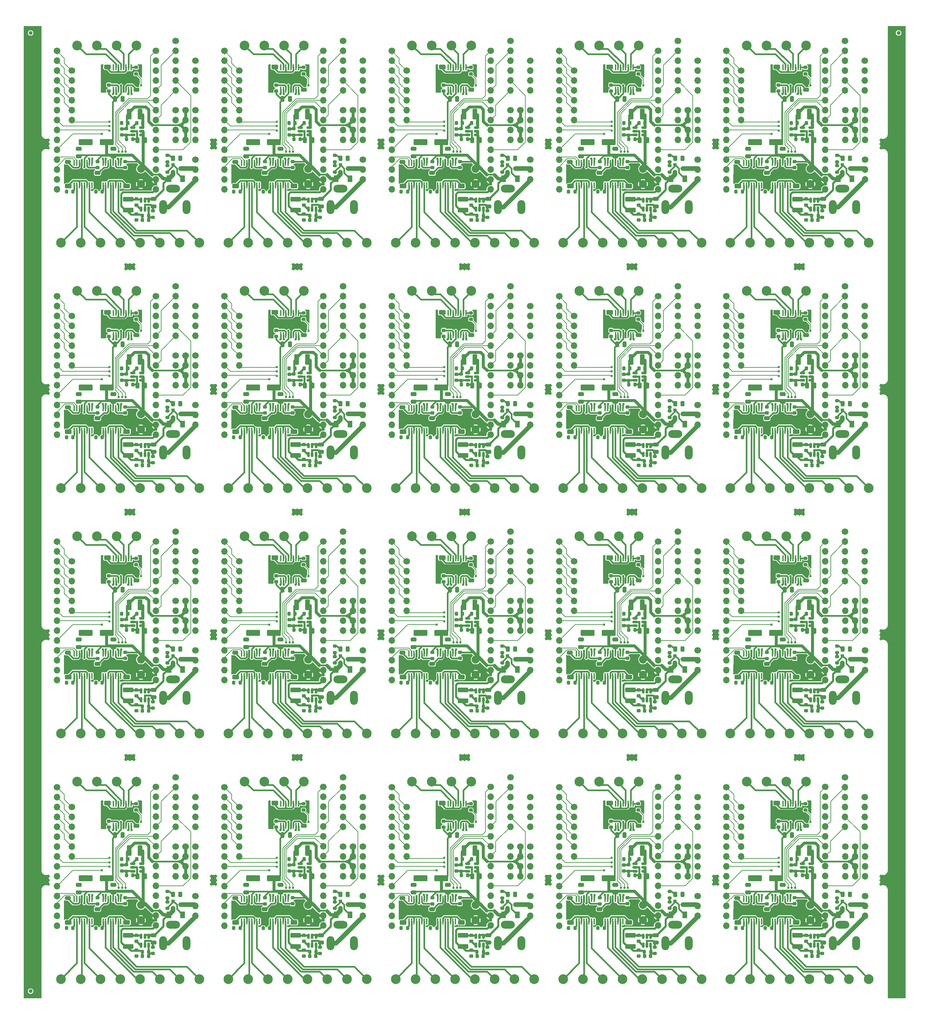
<source format=gbr>
%TF.GenerationSoftware,KiCad,Pcbnew,(6.0.5)*%
%TF.CreationDate,2022-06-09T01:52:48-04:00*%
%TF.ProjectId,NoU2-panelized,4e6f5532-2d70-4616-9e65-6c697a65642e,rev?*%
%TF.SameCoordinates,Original*%
%TF.FileFunction,Copper,L1,Top*%
%TF.FilePolarity,Positive*%
%FSLAX46Y46*%
G04 Gerber Fmt 4.6, Leading zero omitted, Abs format (unit mm)*
G04 Created by KiCad (PCBNEW (6.0.5)) date 2022-06-09 01:52:48*
%MOMM*%
%LPD*%
G01*
G04 APERTURE LIST*
G04 Aperture macros list*
%AMRoundRect*
0 Rectangle with rounded corners*
0 $1 Rounding radius*
0 $2 $3 $4 $5 $6 $7 $8 $9 X,Y pos of 4 corners*
0 Add a 4 corners polygon primitive as box body*
4,1,4,$2,$3,$4,$5,$6,$7,$8,$9,$2,$3,0*
0 Add four circle primitives for the rounded corners*
1,1,$1+$1,$2,$3*
1,1,$1+$1,$4,$5*
1,1,$1+$1,$6,$7*
1,1,$1+$1,$8,$9*
0 Add four rect primitives between the rounded corners*
20,1,$1+$1,$2,$3,$4,$5,0*
20,1,$1+$1,$4,$5,$6,$7,0*
20,1,$1+$1,$6,$7,$8,$9,0*
20,1,$1+$1,$8,$9,$2,$3,0*%
G04 Aperture macros list end*
%TA.AperFunction,ComponentPad*%
%ADD10C,2.032000*%
%TD*%
%TA.AperFunction,ComponentPad*%
%ADD11RoundRect,1.000000X0.000000X0.800000X0.000000X0.800000X0.000000X-0.800000X0.000000X-0.800000X0*%
%TD*%
%TA.AperFunction,ComponentPad*%
%ADD12RoundRect,1.000000X0.800000X0.000000X-0.800000X0.000000X-0.800000X0.000000X0.800000X0.000000X0*%
%TD*%
%TA.AperFunction,SMDPad,CuDef*%
%ADD13RoundRect,0.200000X0.200000X0.275000X-0.200000X0.275000X-0.200000X-0.275000X0.200000X-0.275000X0*%
%TD*%
%TA.AperFunction,ComponentPad*%
%ADD14C,2.500000*%
%TD*%
%TA.AperFunction,SMDPad,CuDef*%
%ADD15RoundRect,0.200000X-0.275000X0.200000X-0.275000X-0.200000X0.275000X-0.200000X0.275000X0.200000X0*%
%TD*%
%TA.AperFunction,SMDPad,CuDef*%
%ADD16RoundRect,0.225000X-0.250000X0.225000X-0.250000X-0.225000X0.250000X-0.225000X0.250000X0.225000X0*%
%TD*%
%TA.AperFunction,SMDPad,CuDef*%
%ADD17RoundRect,0.250000X-0.475000X0.250000X-0.475000X-0.250000X0.475000X-0.250000X0.475000X0.250000X0*%
%TD*%
%TA.AperFunction,SMDPad,CuDef*%
%ADD18RoundRect,0.250000X-0.250000X-0.475000X0.250000X-0.475000X0.250000X0.475000X-0.250000X0.475000X0*%
%TD*%
%TA.AperFunction,SMDPad,CuDef*%
%ADD19RoundRect,0.200000X-0.200000X-0.275000X0.200000X-0.275000X0.200000X0.275000X-0.200000X0.275000X0*%
%TD*%
%TA.AperFunction,SMDPad,CuDef*%
%ADD20RoundRect,0.250000X-1.075000X0.375000X-1.075000X-0.375000X1.075000X-0.375000X1.075000X0.375000X0*%
%TD*%
%TA.AperFunction,SMDPad,CuDef*%
%ADD21RoundRect,0.200000X0.275000X-0.200000X0.275000X0.200000X-0.275000X0.200000X-0.275000X-0.200000X0*%
%TD*%
%TA.AperFunction,ComponentPad*%
%ADD22C,1.700000*%
%TD*%
%TA.AperFunction,ComponentPad*%
%ADD23O,1.700000X1.700000*%
%TD*%
%TA.AperFunction,SMDPad,CuDef*%
%ADD24RoundRect,0.250000X0.475000X-0.250000X0.475000X0.250000X-0.475000X0.250000X-0.475000X-0.250000X0*%
%TD*%
%TA.AperFunction,SMDPad,CuDef*%
%ADD25RoundRect,0.243750X-0.243750X-0.456250X0.243750X-0.456250X0.243750X0.456250X-0.243750X0.456250X0*%
%TD*%
%TA.AperFunction,SMDPad,CuDef*%
%ADD26RoundRect,0.225000X0.225000X0.250000X-0.225000X0.250000X-0.225000X-0.250000X0.225000X-0.250000X0*%
%TD*%
%TA.AperFunction,SMDPad,CuDef*%
%ADD27RoundRect,0.250000X1.500000X0.550000X-1.500000X0.550000X-1.500000X-0.550000X1.500000X-0.550000X0*%
%TD*%
%TA.AperFunction,SMDPad,CuDef*%
%ADD28RoundRect,0.100000X0.100000X-0.687500X0.100000X0.687500X-0.100000X0.687500X-0.100000X-0.687500X0*%
%TD*%
%TA.AperFunction,SMDPad,CuDef*%
%ADD29R,3.556000X2.540000*%
%TD*%
%TA.AperFunction,SMDPad,CuDef*%
%ADD30RoundRect,0.225000X-0.225000X-0.250000X0.225000X-0.250000X0.225000X0.250000X-0.225000X0.250000X0*%
%TD*%
%TA.AperFunction,SMDPad,CuDef*%
%ADD31RoundRect,0.249997X-0.625003X0.312503X-0.625003X-0.312503X0.625003X-0.312503X0.625003X0.312503X0*%
%TD*%
%TA.AperFunction,SMDPad,CuDef*%
%ADD32RoundRect,0.225000X0.250000X-0.225000X0.250000X0.225000X-0.250000X0.225000X-0.250000X-0.225000X0*%
%TD*%
%TA.AperFunction,SMDPad,CuDef*%
%ADD33R,0.900000X0.800000*%
%TD*%
%TA.AperFunction,SMDPad,CuDef*%
%ADD34RoundRect,0.249997X0.625003X-0.312503X0.625003X0.312503X-0.625003X0.312503X-0.625003X-0.312503X0*%
%TD*%
%TA.AperFunction,SMDPad,CuDef*%
%ADD35RoundRect,0.100000X-0.100000X0.687500X-0.100000X-0.687500X0.100000X-0.687500X0.100000X0.687500X0*%
%TD*%
%TA.AperFunction,SMDPad,CuDef*%
%ADD36RoundRect,0.250000X0.375000X1.075000X-0.375000X1.075000X-0.375000X-1.075000X0.375000X-1.075000X0*%
%TD*%
%TA.AperFunction,SMDPad,CuDef*%
%ADD37R,1.300000X1.700000*%
%TD*%
%TA.AperFunction,SMDPad,CuDef*%
%ADD38RoundRect,0.150000X0.150000X-0.512500X0.150000X0.512500X-0.150000X0.512500X-0.150000X-0.512500X0*%
%TD*%
%TA.AperFunction,SMDPad,CuDef*%
%ADD39C,1.000000*%
%TD*%
%TA.AperFunction,SMDPad,CuDef*%
%ADD40RoundRect,0.150000X-0.512500X-0.150000X0.512500X-0.150000X0.512500X0.150000X-0.512500X0.150000X0*%
%TD*%
%TA.AperFunction,ViaPad*%
%ADD41C,0.609600*%
%TD*%
%TA.AperFunction,Conductor*%
%ADD42C,0.203200*%
%TD*%
%TA.AperFunction,Conductor*%
%ADD43C,0.398780*%
%TD*%
%TA.AperFunction,Conductor*%
%ADD44C,0.508000*%
%TD*%
%TA.AperFunction,Conductor*%
%ADD45C,0.431800*%
%TD*%
%TA.AperFunction,Conductor*%
%ADD46C,0.762000*%
%TD*%
%TA.AperFunction,Conductor*%
%ADD47C,0.381000*%
%TD*%
%TA.AperFunction,Conductor*%
%ADD48C,1.143000*%
%TD*%
%TA.AperFunction,Conductor*%
%ADD49C,0.863600*%
%TD*%
%TA.AperFunction,Conductor*%
%ADD50C,0.250000*%
%TD*%
G04 APERTURE END LIST*
D10*
%TO.P,J13,1,Pin_1*%
%TO.N,Board_8-GND*%
X174342600Y-118792400D03*
%TD*%
D11*
%TO.P,J9,1*%
%TO.N,Board_19-Net-(J9-Pad1)*%
X223083000Y-250700000D03*
%TO.P,J9,2*%
%TO.N,Board_19-GND*%
X229083000Y-250700000D03*
D12*
%TO.P,J9,3*%
%TO.N,N/C*%
X225583000Y-245950000D03*
%TD*%
D13*
%TO.P,R11,1*%
%TO.N,Board_1-Net-(R11-Pad1)*%
X70854200Y-57773600D03*
%TO.P,R11,2*%
%TO.N,Board_1-VIN*%
X69204200Y-57773600D03*
%TD*%
D14*
%TO.P,J7,1,Pin_1*%
%TO.N,Board_15-Net-(J7-Pad1)*%
X45114000Y-259880000D03*
%TO.P,J7,2,Pin_2*%
%TO.N,Board_15-Net-(J7-Pad2)*%
X50194000Y-259880000D03*
%TO.P,J7,3,Pin_3*%
%TO.N,Board_15-Net-(J7-Pad3)*%
X55274000Y-259880000D03*
%TO.P,J7,4,Pin_4*%
%TO.N,Board_15-Net-(J7-Pad4)*%
X60354000Y-259880000D03*
%TD*%
D15*
%TO.P,R9,1*%
%TO.N,Board_11-Net-(R9-Pad1)*%
X87098000Y-151859000D03*
%TO.P,R9,2*%
%TO.N,Board_11-VIN*%
X87098000Y-153509000D03*
%TD*%
D16*
%TO.P,C1,1*%
%TO.N,Board_11-Net-(C1-Pad1)*%
X87225000Y-185640200D03*
%TO.P,C1,2*%
%TO.N,Board_11-Net-(C1-Pad2)*%
X87225000Y-187190200D03*
%TD*%
D15*
%TO.P,R9,1*%
%TO.N,Board_17-Net-(R9-Pad1)*%
X130098000Y-214859000D03*
%TO.P,R9,2*%
%TO.N,Board_17-VIN*%
X130098000Y-216509000D03*
%TD*%
D17*
%TO.P,C9,1*%
%TO.N,Board_0-Net-(C9-Pad1)*%
X34166600Y-52939940D03*
%TO.P,C9,2*%
%TO.N,Board_0-GND*%
X34166600Y-54839940D03*
%TD*%
D18*
%TO.P,C12,1*%
%TO.N,Board_11-GND*%
X87481500Y-170527500D03*
%TO.P,C12,2*%
%TO.N,Board_11-VIN*%
X89381500Y-170527500D03*
%TD*%
%TO.P,C12,1*%
%TO.N,Board_13-GND*%
X173481500Y-170527500D03*
%TO.P,C12,2*%
%TO.N,Board_13-VIN*%
X175381500Y-170527500D03*
%TD*%
D19*
%TO.P,R1,1*%
%TO.N,Board_7-3V3*%
X131686000Y-126895000D03*
%TO.P,R1,2*%
%TO.N,Board_7-Net-(C4-Pad1)*%
X133336000Y-126895000D03*
%TD*%
D20*
%TO.P,L1,1,1*%
%TO.N,Board_14-Net-(C1-Pad1)*%
X214066000Y-185701000D03*
%TO.P,L1,2,2*%
%TO.N,Board_14-3V3*%
X214066000Y-188501000D03*
%TD*%
D21*
%TO.P,R5,1*%
%TO.N,Board_15-GND*%
X52175200Y-239089600D03*
%TO.P,R5,2*%
%TO.N,Board_15-Net-(D1-Pad1)*%
X52175200Y-237439600D03*
%TD*%
D22*
%TO.P,J2,1,Pin_1*%
%TO.N,Board_15-D26*%
X54283400Y-225844000D03*
D23*
%TO.P,J2,2,Pin_2*%
%TO.N,Board_15-D25*%
X54283400Y-228384000D03*
%TO.P,J2,3,Pin_3*%
%TO.N,Board_15-/D17*%
X54283400Y-230924000D03*
%TO.P,J2,4,Pin_4*%
%TO.N,Board_15-/D16*%
X54283400Y-233464000D03*
%TD*%
D24*
%TO.P,C22,1*%
%TO.N,Board_7-VIN*%
X115366000Y-111639800D03*
%TO.P,C22,2*%
%TO.N,Board_7-GND*%
X115366000Y-109739800D03*
%TD*%
D17*
%TO.P,C8,1*%
%TO.N,Board_16-Net-(C8-Pad1)*%
X69549140Y-239102760D03*
%TO.P,C8,2*%
%TO.N,Board_16-GND*%
X69549140Y-241002760D03*
%TD*%
D22*
%TO.P,J3,1,Pin_1*%
%TO.N,Board_5-GND*%
X59338000Y-87144000D03*
D23*
%TO.P,J3,2,Pin_2*%
X59338000Y-89684000D03*
%TO.P,J3,3,Pin_3*%
%TO.N,Board_5-3V3*%
X59338000Y-92224000D03*
%TO.P,J3,4,Pin_4*%
X59338000Y-94764000D03*
%TD*%
D16*
%TO.P,C6,1*%
%TO.N,Board_18-VIN*%
X170301460Y-239023760D03*
%TO.P,C6,2*%
%TO.N,Board_18-Net-(C6-Pad2)*%
X170301460Y-240573760D03*
%TD*%
D25*
%TO.P,D1,1,K*%
%TO.N,Board_7-Net-(D1-Pad1)*%
X139599900Y-112188400D03*
%TO.P,D1,2,A*%
%TO.N,Board_7-3V3*%
X141474900Y-112188400D03*
%TD*%
D21*
%TO.P,R5,1*%
%TO.N,Board_5-GND*%
X52175200Y-113089600D03*
%TO.P,R5,2*%
%TO.N,Board_5-Net-(D1-Pad1)*%
X52175200Y-111439600D03*
%TD*%
D22*
%TO.P,J11,1*%
%TO.N,Board_7-M4B*%
X135178000Y-84600000D03*
D23*
%TO.P,J11,2*%
%TO.N,Board_7-M6A*%
X135178000Y-87140000D03*
%TO.P,J11,3*%
%TO.N,Board_7-TX0*%
X135178000Y-89680000D03*
%TO.P,J11,4*%
%TO.N,Board_7-RX0*%
X135178000Y-92220000D03*
%TO.P,J11,5*%
%TO.N,Board_7-M6B*%
X135178000Y-94760000D03*
%TO.P,J11,6*%
%TO.N,Board_7-M4A*%
X135178000Y-97300000D03*
%TO.P,J11,7*%
%TO.N,Board_7-M3B*%
X135178000Y-99840000D03*
%TO.P,J11,8*%
%TO.N,Board_7-D5*%
X135178000Y-102380000D03*
%TO.P,J11,9*%
%TO.N,Board_7-/Sheet6057E9B8/D17*%
X135178000Y-104920000D03*
%TO.P,J11,10*%
%TO.N,Board_7-/Sheet6057E9B8/D16*%
X135178000Y-107460000D03*
%TO.P,J11,11*%
%TO.N,Board_7-D4*%
X135178000Y-110000000D03*
%TO.P,J11,12*%
%TO.N,Board_7-D2*%
X135178000Y-112540000D03*
%TO.P,J11,13*%
%TO.N,Board_7-M5A*%
X135178000Y-115080000D03*
%TO.P,J11,14*%
%TO.N,Board_7-GND*%
X135178000Y-117620000D03*
%TO.P,J11,15*%
%TO.N,Board_7-3V3*%
X135178000Y-120160000D03*
%TD*%
D26*
%TO.P,C11,1*%
%TO.N,Board_13-Net-(C11-Pad1)*%
X174838200Y-166095200D03*
%TO.P,C11,2*%
%TO.N,Board_13-Net-(C11-Pad2)*%
X173288200Y-166095200D03*
%TD*%
D22*
%TO.P,J4,1,Pin_1*%
%TO.N,Board_8-/EN*%
X156588000Y-89684000D03*
D23*
%TO.P,J4,2,Pin_2*%
%TO.N,Board_8-/D36*%
X156588000Y-92224000D03*
%TO.P,J4,3,Pin_3*%
%TO.N,Board_8-/D39*%
X156588000Y-94764000D03*
%TO.P,J4,4,Pin_4*%
%TO.N,Board_8-/D34*%
X156588000Y-97304000D03*
%TO.P,J4,5,Pin_5*%
%TO.N,Board_8-/D35*%
X156588000Y-99844000D03*
%TO.P,J4,6,Pin_6*%
%TO.N,Board_8-D2*%
X156588000Y-102384000D03*
%TD*%
D27*
%TO.P,C17,1*%
%TO.N,Board_9-VIN*%
X208536400Y-107997400D03*
%TO.P,C17,2*%
%TO.N,Board_9-GND*%
X203136400Y-107997400D03*
%TD*%
D16*
%TO.P,C5,1*%
%TO.N,Board_13-VIN*%
X163192000Y-176039000D03*
%TO.P,C5,2*%
%TO.N,Board_13-Net-(C5-Pad2)*%
X163192000Y-177589000D03*
%TD*%
D28*
%TO.P,U3,1,nSLEEP*%
%TO.N,Board_15-Net-(R10-Pad1)*%
X35600000Y-245089500D03*
%TO.P,U3,2,AOUT1*%
%TO.N,Board_15-Net-(J7-Pad1)*%
X36250000Y-245089500D03*
%TO.P,U3,3,AISEN*%
%TO.N,Board_15-Net-(R7-Pad2)*%
X36900000Y-245089500D03*
%TO.P,U3,4,AOUT2*%
%TO.N,Board_15-Net-(J7-Pad2)*%
X37550000Y-245089500D03*
%TO.P,U3,5,BOUT2*%
%TO.N,Board_15-Net-(J7-Pad3)*%
X38200000Y-245089500D03*
%TO.P,U3,6,BISEN*%
%TO.N,Board_15-Net-(R7-Pad2)*%
X38850000Y-245089500D03*
%TO.P,U3,7,BOUT1*%
%TO.N,Board_15-Net-(J7-Pad4)*%
X39500000Y-245089500D03*
%TO.P,U3,8,nFAULT*%
%TO.N,Board_15-unconnected-(U3-Pad8)*%
X40150000Y-245089500D03*
%TO.P,U3,9,BIN1*%
%TO.N,Board_15-M4B*%
X40150000Y-239364500D03*
%TO.P,U3,10,BIN2*%
%TO.N,Board_15-M4A*%
X39500000Y-239364500D03*
%TO.P,U3,11,VCP*%
%TO.N,Board_15-Net-(C6-Pad2)*%
X38850000Y-239364500D03*
%TO.P,U3,12,VM*%
%TO.N,Board_15-VIN*%
X38200000Y-239364500D03*
%TO.P,U3,13,GND*%
%TO.N,Board_15-GND*%
X37550000Y-239364500D03*
%TO.P,U3,14,VINT*%
%TO.N,Board_15-Net-(C9-Pad1)*%
X36900000Y-239364500D03*
%TO.P,U3,15,AIN2*%
%TO.N,Board_15-M3B*%
X36250000Y-239364500D03*
%TO.P,U3,16,AIN1*%
%TO.N,Board_15-M3A*%
X35600000Y-239364500D03*
D29*
%TO.P,U3,17,GND(PPAD)*%
%TO.N,Board_15-GND*%
X37875000Y-242227000D03*
%TD*%
D22*
%TO.P,J12,1,Pin_1*%
%TO.N,Board_9-5V*%
X228823400Y-99844000D03*
D23*
%TO.P,J12,2,Pin_2*%
X228823400Y-102384000D03*
%TO.P,J12,3,Pin_3*%
X228823400Y-104924000D03*
%TO.P,J12,4,Pin_4*%
X228823400Y-107464000D03*
%TD*%
D28*
%TO.P,U1,1,nSLEEP*%
%TO.N,Board_9-Net-(R11-Pad1)*%
X200220000Y-119089500D03*
%TO.P,U1,2,AOUT1*%
%TO.N,Board_9-Net-(J6-Pad1)*%
X200870000Y-119089500D03*
%TO.P,U1,3,AISEN*%
%TO.N,Board_9-Net-(R6-Pad2)*%
X201520000Y-119089500D03*
%TO.P,U1,4,AOUT2*%
%TO.N,Board_9-Net-(J6-Pad2)*%
X202170000Y-119089500D03*
%TO.P,U1,5,BOUT2*%
%TO.N,Board_9-Net-(J6-Pad3)*%
X202820000Y-119089500D03*
%TO.P,U1,6,BISEN*%
%TO.N,Board_9-Net-(R6-Pad2)*%
X203470000Y-119089500D03*
%TO.P,U1,7,BOUT1*%
%TO.N,Board_9-Net-(J6-Pad4)*%
X204120000Y-119089500D03*
%TO.P,U1,8,nFAULT*%
%TO.N,Board_9-unconnected-(U1-Pad8)*%
X204770000Y-119089500D03*
%TO.P,U1,9,BIN1*%
%TO.N,Board_9-M2B*%
X204770000Y-113364500D03*
%TO.P,U1,10,BIN2*%
%TO.N,Board_9-M2A*%
X204120000Y-113364500D03*
%TO.P,U1,11,VCP*%
%TO.N,Board_9-Net-(C5-Pad2)*%
X203470000Y-113364500D03*
%TO.P,U1,12,VM*%
%TO.N,Board_9-VIN*%
X202820000Y-113364500D03*
%TO.P,U1,13,GND*%
%TO.N,Board_9-GND*%
X202170000Y-113364500D03*
%TO.P,U1,14,VINT*%
%TO.N,Board_9-Net-(C8-Pad1)*%
X201520000Y-113364500D03*
%TO.P,U1,15,AIN2*%
%TO.N,Board_9-M1B*%
X200870000Y-113364500D03*
%TO.P,U1,16,AIN1*%
%TO.N,Board_9-M1A*%
X200220000Y-113364500D03*
D29*
%TO.P,U1,17,GND(PPAD)*%
%TO.N,Board_9-GND*%
X202495000Y-116227000D03*
%TD*%
D11*
%TO.P,J9,1*%
%TO.N,Board_12-Net-(J9-Pad1)*%
X137083000Y-187700000D03*
%TO.P,J9,2*%
%TO.N,Board_12-GND*%
X143083000Y-187700000D03*
D12*
%TO.P,J9,3*%
%TO.N,N/C*%
X139583000Y-182950000D03*
%TD*%
D26*
%TO.P,C4,1*%
%TO.N,Board_14-Net-(C4-Pad1)*%
X219286000Y-191012600D03*
%TO.P,C4,2*%
%TO.N,Board_14-3V3*%
X217736000Y-191012600D03*
%TD*%
%TO.P,C4,1*%
%TO.N,Board_0-Net-(C4-Pad1)*%
X47286000Y-65012600D03*
%TO.P,C4,2*%
%TO.N,Board_0-3V3*%
X45736000Y-65012600D03*
%TD*%
D30*
%TO.P,C13,1*%
%TO.N,Board_1-GND*%
X83402000Y-40095200D03*
%TO.P,C13,2*%
%TO.N,Board_1-5V*%
X84952000Y-40095200D03*
%TD*%
D24*
%TO.P,C22,1*%
%TO.N,Board_2-VIN*%
X115366000Y-48639800D03*
%TO.P,C22,2*%
%TO.N,Board_2-GND*%
X115366000Y-46739800D03*
%TD*%
D31*
%TO.P,R7,1*%
%TO.N,Board_18-GND*%
X170685000Y-242415500D03*
%TO.P,R7,2*%
%TO.N,Board_18-Net-(R7-Pad2)*%
X170685000Y-245340500D03*
%TD*%
D22*
%TO.P,J12,1,Pin_1*%
%TO.N,Board_10-5V*%
X56823400Y-162844000D03*
D23*
%TO.P,J12,2,Pin_2*%
X56823400Y-165384000D03*
%TO.P,J12,3,Pin_3*%
X56823400Y-167924000D03*
%TO.P,J12,4,Pin_4*%
X56823400Y-170464000D03*
%TD*%
D24*
%TO.P,C22,1*%
%TO.N,Board_13-VIN*%
X158366000Y-174639800D03*
%TO.P,C22,2*%
%TO.N,Board_13-GND*%
X158366000Y-172739800D03*
%TD*%
D13*
%TO.P,R11,1*%
%TO.N,Board_11-Net-(R11-Pad1)*%
X70854200Y-183773600D03*
%TO.P,R11,2*%
%TO.N,Board_11-VIN*%
X69204200Y-183773600D03*
%TD*%
D32*
%TO.P,C14,1*%
%TO.N,Board_2-Net-(C14-Pad1)*%
X126440400Y-43181600D03*
%TO.P,C14,2*%
%TO.N,Board_2-5V*%
X126440400Y-41631600D03*
%TD*%
D15*
%TO.P,R3,1*%
%TO.N,Board_7-5V*%
X127558000Y-104569400D03*
%TO.P,R3,2*%
%TO.N,Board_7-Net-(C14-Pad1)*%
X127558000Y-106219400D03*
%TD*%
D14*
%TO.P,J6,1,Pin_1*%
%TO.N,Board_1-Net-(J6-Pad1)*%
X67794000Y-70880000D03*
%TO.P,J6,2,Pin_2*%
%TO.N,Board_1-Net-(J6-Pad2)*%
X72874000Y-70880000D03*
%TO.P,J6,3,Pin_3*%
%TO.N,Board_1-Net-(J6-Pad3)*%
X77954000Y-70880000D03*
%TO.P,J6,4,Pin_4*%
%TO.N,Board_1-Net-(J6-Pad4)*%
X83034000Y-70880000D03*
%TD*%
D16*
%TO.P,C5,1*%
%TO.N,Board_17-VIN*%
X120192000Y-239039000D03*
%TO.P,C5,2*%
%TO.N,Board_17-Net-(C5-Pad2)*%
X120192000Y-240589000D03*
%TD*%
D32*
%TO.P,C14,1*%
%TO.N,Board_8-Net-(C14-Pad1)*%
X169440400Y-106181600D03*
%TO.P,C14,2*%
%TO.N,Board_8-5V*%
X169440400Y-104631600D03*
%TD*%
D13*
%TO.P,R10,1*%
%TO.N,Board_4-Net-(R10-Pad1)*%
X207398000Y-57773600D03*
%TO.P,R10,2*%
%TO.N,Board_4-VIN*%
X205748000Y-57773600D03*
%TD*%
D27*
%TO.P,C17,1*%
%TO.N,Board_10-VIN*%
X36536400Y-170997400D03*
%TO.P,C17,2*%
%TO.N,Board_10-GND*%
X31136400Y-170997400D03*
%TD*%
D33*
%TO.P,Q1,1,G*%
%TO.N,Board_11-Net-(D2-Pad2)*%
X96562800Y-176829200D03*
%TO.P,Q1,2,S*%
%TO.N,Board_11-VIN*%
X96562800Y-178729200D03*
%TO.P,Q1,3,D*%
%TO.N,Board_11-Net-(Q1-Pad3)*%
X98562800Y-177779200D03*
%TD*%
D18*
%TO.P,C12,1*%
%TO.N,Board_5-GND*%
X44481500Y-107527500D03*
%TO.P,C12,2*%
%TO.N,Board_5-VIN*%
X46381500Y-107527500D03*
%TD*%
D16*
%TO.P,C6,1*%
%TO.N,Board_14-VIN*%
X213301460Y-176023760D03*
%TO.P,C6,2*%
%TO.N,Board_14-Net-(C6-Pad2)*%
X213301460Y-177573760D03*
%TD*%
D32*
%TO.P,C3,1*%
%TO.N,Board_7-GND*%
X130225000Y-128025600D03*
%TO.P,C3,2*%
%TO.N,Board_7-3V3*%
X130225000Y-126475600D03*
%TD*%
D34*
%TO.P,R8,1*%
%TO.N,Board_2-GND*%
X122732000Y-28654500D03*
%TO.P,R8,2*%
%TO.N,Board_2-Net-(R8-Pad2)*%
X122732000Y-25729500D03*
%TD*%
D15*
%TO.P,R9,1*%
%TO.N,Board_0-Net-(R9-Pad1)*%
X44098000Y-25859000D03*
%TO.P,R9,2*%
%TO.N,Board_0-VIN*%
X44098000Y-27509000D03*
%TD*%
D21*
%TO.P,R12,1*%
%TO.N,Board_9-Net-(D2-Pad2)*%
X224175200Y-115731200D03*
%TO.P,R12,2*%
%TO.N,Board_9-GND*%
X224175200Y-114081200D03*
%TD*%
D20*
%TO.P,L1,1,1*%
%TO.N,Board_18-Net-(C1-Pad1)*%
X171066000Y-248701000D03*
%TO.P,L1,2,2*%
%TO.N,Board_18-3V3*%
X171066000Y-251501000D03*
%TD*%
D13*
%TO.P,R10,1*%
%TO.N,Board_13-Net-(R10-Pad1)*%
X164398000Y-183773600D03*
%TO.P,R10,2*%
%TO.N,Board_13-VIN*%
X162748000Y-183773600D03*
%TD*%
D22*
%TO.P,U8,1,1*%
%TO.N,Board_11-unconnected-(U8-Pad1)*%
X102363400Y-175544000D03*
D23*
%TO.P,U8,2,2*%
%TO.N,Board_11-Net-(Q1-Pad3)*%
X102363400Y-178084000D03*
%TO.P,U8,3,3*%
%TO.N,Board_11-Net-(J9-Pad1)*%
X102363400Y-180624000D03*
%TD*%
D25*
%TO.P,D1,1,K*%
%TO.N,Board_17-Net-(D1-Pad1)*%
X139599900Y-238188400D03*
%TO.P,D1,2,A*%
%TO.N,Board_17-3V3*%
X141474900Y-238188400D03*
%TD*%
D13*
%TO.P,R10,1*%
%TO.N,Board_8-Net-(R10-Pad1)*%
X164398000Y-120773600D03*
%TO.P,R10,2*%
%TO.N,Board_8-VIN*%
X162748000Y-120773600D03*
%TD*%
D18*
%TO.P,C24,1*%
%TO.N,Board_11-VIN*%
X81703000Y-159923000D03*
%TO.P,C24,2*%
%TO.N,Board_11-GND*%
X83603000Y-159923000D03*
%TD*%
D10*
%TO.P,J13,1,Pin_1*%
%TO.N,Board_3-GND*%
X174342600Y-55792400D03*
%TD*%
D32*
%TO.P,C14,1*%
%TO.N,Board_5-Net-(C14-Pad1)*%
X40440400Y-106181600D03*
%TO.P,C14,2*%
%TO.N,Board_5-5V*%
X40440400Y-104631600D03*
%TD*%
D18*
%TO.P,C24,1*%
%TO.N,Board_5-VIN*%
X38703000Y-96923000D03*
%TO.P,C24,2*%
%TO.N,Board_5-GND*%
X40603000Y-96923000D03*
%TD*%
D24*
%TO.P,C2,1*%
%TO.N,Board_11-GND*%
X91606500Y-187543000D03*
%TO.P,C2,2*%
%TO.N,Board_11-VIN*%
X91606500Y-185643000D03*
%TD*%
D10*
%TO.P,J13,1,Pin_1*%
%TO.N,Board_13-GND*%
X174342600Y-181792400D03*
%TD*%
D22*
%TO.P,J5,1,Pin_1*%
%TO.N,Board_0-GND*%
X59363400Y-36844000D03*
D23*
%TO.P,J5,2,Pin_2*%
X59363400Y-39384000D03*
%TO.P,J5,3,Pin_3*%
X59363400Y-41924000D03*
%TO.P,J5,4,Pin_4*%
X59363400Y-44464000D03*
%TD*%
D24*
%TO.P,C23,1*%
%TO.N,Board_9-VIN*%
X210230600Y-111639800D03*
%TO.P,C23,2*%
%TO.N,Board_9-GND*%
X210230600Y-109739800D03*
%TD*%
D10*
%TO.P,J13,1,Pin_1*%
%TO.N,Board_7-GND*%
X131342600Y-118792400D03*
%TD*%
D28*
%TO.P,U3,1,nSLEEP*%
%TO.N,Board_5-Net-(R10-Pad1)*%
X35600000Y-119089500D03*
%TO.P,U3,2,AOUT1*%
%TO.N,Board_5-Net-(J7-Pad1)*%
X36250000Y-119089500D03*
%TO.P,U3,3,AISEN*%
%TO.N,Board_5-Net-(R7-Pad2)*%
X36900000Y-119089500D03*
%TO.P,U3,4,AOUT2*%
%TO.N,Board_5-Net-(J7-Pad2)*%
X37550000Y-119089500D03*
%TO.P,U3,5,BOUT2*%
%TO.N,Board_5-Net-(J7-Pad3)*%
X38200000Y-119089500D03*
%TO.P,U3,6,BISEN*%
%TO.N,Board_5-Net-(R7-Pad2)*%
X38850000Y-119089500D03*
%TO.P,U3,7,BOUT1*%
%TO.N,Board_5-Net-(J7-Pad4)*%
X39500000Y-119089500D03*
%TO.P,U3,8,nFAULT*%
%TO.N,Board_5-unconnected-(U3-Pad8)*%
X40150000Y-119089500D03*
%TO.P,U3,9,BIN1*%
%TO.N,Board_5-M4B*%
X40150000Y-113364500D03*
%TO.P,U3,10,BIN2*%
%TO.N,Board_5-M4A*%
X39500000Y-113364500D03*
%TO.P,U3,11,VCP*%
%TO.N,Board_5-Net-(C6-Pad2)*%
X38850000Y-113364500D03*
%TO.P,U3,12,VM*%
%TO.N,Board_5-VIN*%
X38200000Y-113364500D03*
%TO.P,U3,13,GND*%
%TO.N,Board_5-GND*%
X37550000Y-113364500D03*
%TO.P,U3,14,VINT*%
%TO.N,Board_5-Net-(C9-Pad1)*%
X36900000Y-113364500D03*
%TO.P,U3,15,AIN2*%
%TO.N,Board_5-M3B*%
X36250000Y-113364500D03*
%TO.P,U3,16,AIN1*%
%TO.N,Board_5-M3A*%
X35600000Y-113364500D03*
D29*
%TO.P,U3,17,GND(PPAD)*%
%TO.N,Board_5-GND*%
X37875000Y-116227000D03*
%TD*%
D22*
%TO.P,J4,1,Pin_1*%
%TO.N,Board_18-/EN*%
X156588000Y-215684000D03*
D23*
%TO.P,J4,2,Pin_2*%
%TO.N,Board_18-/D36*%
X156588000Y-218224000D03*
%TO.P,J4,3,Pin_3*%
%TO.N,Board_18-/D39*%
X156588000Y-220764000D03*
%TO.P,J4,4,Pin_4*%
%TO.N,Board_18-/D34*%
X156588000Y-223304000D03*
%TO.P,J4,5,Pin_5*%
%TO.N,Board_18-/D35*%
X156588000Y-225844000D03*
%TO.P,J4,6,Pin_6*%
%TO.N,Board_18-D2*%
X156588000Y-228384000D03*
%TD*%
D25*
%TO.P,D1,1,K*%
%TO.N,Board_10-Net-(D1-Pad1)*%
X53599900Y-175188400D03*
%TO.P,D1,2,A*%
%TO.N,Board_10-3V3*%
X55474900Y-175188400D03*
%TD*%
D16*
%TO.P,C5,1*%
%TO.N,Board_11-VIN*%
X77192000Y-176039000D03*
%TO.P,C5,2*%
%TO.N,Board_11-Net-(C5-Pad2)*%
X77192000Y-177589000D03*
%TD*%
D28*
%TO.P,U1,1,nSLEEP*%
%TO.N,Board_19-Net-(R11-Pad1)*%
X200220000Y-245089500D03*
%TO.P,U1,2,AOUT1*%
%TO.N,Board_19-Net-(J6-Pad1)*%
X200870000Y-245089500D03*
%TO.P,U1,3,AISEN*%
%TO.N,Board_19-Net-(R6-Pad2)*%
X201520000Y-245089500D03*
%TO.P,U1,4,AOUT2*%
%TO.N,Board_19-Net-(J6-Pad2)*%
X202170000Y-245089500D03*
%TO.P,U1,5,BOUT2*%
%TO.N,Board_19-Net-(J6-Pad3)*%
X202820000Y-245089500D03*
%TO.P,U1,6,BISEN*%
%TO.N,Board_19-Net-(R6-Pad2)*%
X203470000Y-245089500D03*
%TO.P,U1,7,BOUT1*%
%TO.N,Board_19-Net-(J6-Pad4)*%
X204120000Y-245089500D03*
%TO.P,U1,8,nFAULT*%
%TO.N,Board_19-unconnected-(U1-Pad8)*%
X204770000Y-245089500D03*
%TO.P,U1,9,BIN1*%
%TO.N,Board_19-M2B*%
X204770000Y-239364500D03*
%TO.P,U1,10,BIN2*%
%TO.N,Board_19-M2A*%
X204120000Y-239364500D03*
%TO.P,U1,11,VCP*%
%TO.N,Board_19-Net-(C5-Pad2)*%
X203470000Y-239364500D03*
%TO.P,U1,12,VM*%
%TO.N,Board_19-VIN*%
X202820000Y-239364500D03*
%TO.P,U1,13,GND*%
%TO.N,Board_19-GND*%
X202170000Y-239364500D03*
%TO.P,U1,14,VINT*%
%TO.N,Board_19-Net-(C8-Pad1)*%
X201520000Y-239364500D03*
%TO.P,U1,15,AIN2*%
%TO.N,Board_19-M1B*%
X200870000Y-239364500D03*
%TO.P,U1,16,AIN1*%
%TO.N,Board_19-M1A*%
X200220000Y-239364500D03*
D29*
%TO.P,U1,17,GND(PPAD)*%
%TO.N,Board_19-GND*%
X202495000Y-242227000D03*
%TD*%
D17*
%TO.P,C8,1*%
%TO.N,Board_7-Net-(C8-Pad1)*%
X112549140Y-113102760D03*
%TO.P,C8,2*%
%TO.N,Board_7-GND*%
X112549140Y-115002760D03*
%TD*%
D14*
%TO.P,J6,1,Pin_1*%
%TO.N,Board_8-Net-(J6-Pad1)*%
X153794000Y-133880000D03*
%TO.P,J6,2,Pin_2*%
%TO.N,Board_8-Net-(J6-Pad2)*%
X158874000Y-133880000D03*
%TO.P,J6,3,Pin_3*%
%TO.N,Board_8-Net-(J6-Pad3)*%
X163954000Y-133880000D03*
%TO.P,J6,4,Pin_4*%
%TO.N,Board_8-Net-(J6-Pad4)*%
X169034000Y-133880000D03*
%TD*%
D18*
%TO.P,C24,1*%
%TO.N,Board_9-VIN*%
X210703000Y-96923000D03*
%TO.P,C24,2*%
%TO.N,Board_9-GND*%
X212603000Y-96923000D03*
%TD*%
D25*
%TO.P,D1,1,K*%
%TO.N,Board_16-Net-(D1-Pad1)*%
X96599900Y-238188400D03*
%TO.P,D1,2,A*%
%TO.N,Board_16-3V3*%
X98474900Y-238188400D03*
%TD*%
D35*
%TO.P,U2,1,nSLEEP*%
%TO.N,Board_16-Net-(R9-Pad1)*%
X85817000Y-214853500D03*
%TO.P,U2,2,AOUT1*%
%TO.N,Board_16-Net-(J8-Pad1)*%
X85167000Y-214853500D03*
%TO.P,U2,3,AISEN*%
%TO.N,Board_16-Net-(R8-Pad2)*%
X84517000Y-214853500D03*
%TO.P,U2,4,AOUT2*%
%TO.N,Board_16-Net-(J8-Pad2)*%
X83867000Y-214853500D03*
%TO.P,U2,5,BOUT2*%
%TO.N,Board_16-Net-(J8-Pad3)*%
X83217000Y-214853500D03*
%TO.P,U2,6,BISEN*%
%TO.N,Board_16-Net-(R8-Pad2)*%
X82567000Y-214853500D03*
%TO.P,U2,7,BOUT1*%
%TO.N,Board_16-Net-(J8-Pad4)*%
X81917000Y-214853500D03*
%TO.P,U2,8,nFAULT*%
%TO.N,Board_16-unconnected-(U2-Pad8)*%
X81267000Y-214853500D03*
%TO.P,U2,9,BIN1*%
%TO.N,Board_16-M6B*%
X81267000Y-220578500D03*
%TO.P,U2,10,BIN2*%
%TO.N,Board_16-M6A*%
X81917000Y-220578500D03*
%TO.P,U2,11,VCP*%
%TO.N,Board_16-Net-(C7-Pad2)*%
X82567000Y-220578500D03*
%TO.P,U2,12,VM*%
%TO.N,Board_16-VIN*%
X83217000Y-220578500D03*
%TO.P,U2,13,GND*%
%TO.N,Board_16-GND*%
X83867000Y-220578500D03*
%TO.P,U2,14,VINT*%
%TO.N,Board_16-Net-(C10-Pad1)*%
X84517000Y-220578500D03*
%TO.P,U2,15,AIN2*%
%TO.N,Board_16-M5B*%
X85167000Y-220578500D03*
%TO.P,U2,16,AIN1*%
%TO.N,Board_16-M5A*%
X85817000Y-220578500D03*
D29*
%TO.P,U2,17,GND(PPAD)*%
%TO.N,Board_16-GND*%
X83542000Y-217716000D03*
%TD*%
D35*
%TO.P,U2,1,nSLEEP*%
%TO.N,Board_0-Net-(R9-Pad1)*%
X42817000Y-25853500D03*
%TO.P,U2,2,AOUT1*%
%TO.N,Board_0-Net-(J8-Pad1)*%
X42167000Y-25853500D03*
%TO.P,U2,3,AISEN*%
%TO.N,Board_0-Net-(R8-Pad2)*%
X41517000Y-25853500D03*
%TO.P,U2,4,AOUT2*%
%TO.N,Board_0-Net-(J8-Pad2)*%
X40867000Y-25853500D03*
%TO.P,U2,5,BOUT2*%
%TO.N,Board_0-Net-(J8-Pad3)*%
X40217000Y-25853500D03*
%TO.P,U2,6,BISEN*%
%TO.N,Board_0-Net-(R8-Pad2)*%
X39567000Y-25853500D03*
%TO.P,U2,7,BOUT1*%
%TO.N,Board_0-Net-(J8-Pad4)*%
X38917000Y-25853500D03*
%TO.P,U2,8,nFAULT*%
%TO.N,Board_0-unconnected-(U2-Pad8)*%
X38267000Y-25853500D03*
%TO.P,U2,9,BIN1*%
%TO.N,Board_0-M6B*%
X38267000Y-31578500D03*
%TO.P,U2,10,BIN2*%
%TO.N,Board_0-M6A*%
X38917000Y-31578500D03*
%TO.P,U2,11,VCP*%
%TO.N,Board_0-Net-(C7-Pad2)*%
X39567000Y-31578500D03*
%TO.P,U2,12,VM*%
%TO.N,Board_0-VIN*%
X40217000Y-31578500D03*
%TO.P,U2,13,GND*%
%TO.N,Board_0-GND*%
X40867000Y-31578500D03*
%TO.P,U2,14,VINT*%
%TO.N,Board_0-Net-(C10-Pad1)*%
X41517000Y-31578500D03*
%TO.P,U2,15,AIN2*%
%TO.N,Board_0-M5B*%
X42167000Y-31578500D03*
%TO.P,U2,16,AIN1*%
%TO.N,Board_0-M5A*%
X42817000Y-31578500D03*
D29*
%TO.P,U2,17,GND(PPAD)*%
%TO.N,Board_0-GND*%
X40542000Y-28716000D03*
%TD*%
D19*
%TO.P,R4,1*%
%TO.N,Board_15-Net-(C14-Pad1)*%
X41647400Y-233286200D03*
%TO.P,R4,2*%
%TO.N,Board_15-GND*%
X43297400Y-233286200D03*
%TD*%
D33*
%TO.P,Q1,1,G*%
%TO.N,Board_0-Net-(D2-Pad2)*%
X53562800Y-50829200D03*
%TO.P,Q1,2,S*%
%TO.N,Board_0-VIN*%
X53562800Y-52729200D03*
%TO.P,Q1,3,D*%
%TO.N,Board_0-Net-(Q1-Pad3)*%
X55562800Y-51779200D03*
%TD*%
D10*
%TO.P,J14,1,Pin_1*%
%TO.N,Board_1-VIN*%
X88342600Y-51880800D03*
%TD*%
D14*
%TO.P,J7,1,Pin_1*%
%TO.N,Board_16-Net-(J7-Pad1)*%
X88114000Y-259880000D03*
%TO.P,J7,2,Pin_2*%
%TO.N,Board_16-Net-(J7-Pad2)*%
X93194000Y-259880000D03*
%TO.P,J7,3,Pin_3*%
%TO.N,Board_16-Net-(J7-Pad3)*%
X98274000Y-259880000D03*
%TO.P,J7,4,Pin_4*%
%TO.N,Board_16-Net-(J7-Pad4)*%
X103354000Y-259880000D03*
%TD*%
%TO.P,J7,1,Pin_1*%
%TO.N,Board_10-Net-(J7-Pad1)*%
X45114000Y-196880000D03*
%TO.P,J7,2,Pin_2*%
%TO.N,Board_10-Net-(J7-Pad2)*%
X50194000Y-196880000D03*
%TO.P,J7,3,Pin_3*%
%TO.N,Board_10-Net-(J7-Pad3)*%
X55274000Y-196880000D03*
%TO.P,J7,4,Pin_4*%
%TO.N,Board_10-Net-(J7-Pad4)*%
X60354000Y-196880000D03*
%TD*%
D22*
%TO.P,J4,1,Pin_1*%
%TO.N,Board_13-/EN*%
X156588000Y-152684000D03*
D23*
%TO.P,J4,2,Pin_2*%
%TO.N,Board_13-/D36*%
X156588000Y-155224000D03*
%TO.P,J4,3,Pin_3*%
%TO.N,Board_13-/D39*%
X156588000Y-157764000D03*
%TO.P,J4,4,Pin_4*%
%TO.N,Board_13-/D34*%
X156588000Y-160304000D03*
%TO.P,J4,5,Pin_5*%
%TO.N,Board_13-/D35*%
X156588000Y-162844000D03*
%TO.P,J4,6,Pin_6*%
%TO.N,Board_13-D2*%
X156588000Y-165384000D03*
%TD*%
D22*
%TO.P,J11,1*%
%TO.N,Board_11-M4B*%
X92178000Y-147600000D03*
D23*
%TO.P,J11,2*%
%TO.N,Board_11-M6A*%
X92178000Y-150140000D03*
%TO.P,J11,3*%
%TO.N,Board_11-TX0*%
X92178000Y-152680000D03*
%TO.P,J11,4*%
%TO.N,Board_11-RX0*%
X92178000Y-155220000D03*
%TO.P,J11,5*%
%TO.N,Board_11-M6B*%
X92178000Y-157760000D03*
%TO.P,J11,6*%
%TO.N,Board_11-M4A*%
X92178000Y-160300000D03*
%TO.P,J11,7*%
%TO.N,Board_11-M3B*%
X92178000Y-162840000D03*
%TO.P,J11,8*%
%TO.N,Board_11-D5*%
X92178000Y-165380000D03*
%TO.P,J11,9*%
%TO.N,Board_11-/Sheet6057E9B8/D17*%
X92178000Y-167920000D03*
%TO.P,J11,10*%
%TO.N,Board_11-/Sheet6057E9B8/D16*%
X92178000Y-170460000D03*
%TO.P,J11,11*%
%TO.N,Board_11-D4*%
X92178000Y-173000000D03*
%TO.P,J11,12*%
%TO.N,Board_11-D2*%
X92178000Y-175540000D03*
%TO.P,J11,13*%
%TO.N,Board_11-M5A*%
X92178000Y-178080000D03*
%TO.P,J11,14*%
%TO.N,Board_11-GND*%
X92178000Y-180620000D03*
%TO.P,J11,15*%
%TO.N,Board_11-3V3*%
X92178000Y-183160000D03*
%TD*%
D22*
%TO.P,J10,1*%
%TO.N,Board_6-/Sheet6057E9B8/EN*%
X66778000Y-84604000D03*
D23*
%TO.P,J10,2*%
%TO.N,Board_6-/Sheet6057E9B8/D36*%
X66778000Y-87144000D03*
%TO.P,J10,3*%
%TO.N,Board_6-/Sheet6057E9B8/D39*%
X66778000Y-89684000D03*
%TO.P,J10,4*%
%TO.N,Board_6-/Sheet6057E9B8/D34*%
X66778000Y-92224000D03*
%TO.P,J10,5*%
%TO.N,Board_6-/Sheet6057E9B8/D35*%
X66778000Y-94764000D03*
%TO.P,J10,6*%
%TO.N,Board_6-M3A*%
X66778000Y-97304000D03*
%TO.P,J10,7*%
%TO.N,Board_6-M2B*%
X66778000Y-99844000D03*
%TO.P,J10,8*%
%TO.N,Board_6-D25*%
X66778000Y-102384000D03*
%TO.P,J10,9*%
%TO.N,Board_6-D26*%
X66778000Y-104924000D03*
%TO.P,J10,10*%
%TO.N,Board_6-M2A*%
X66778000Y-107464000D03*
%TO.P,J10,11*%
%TO.N,Board_6-M5B*%
X66778000Y-110004000D03*
%TO.P,J10,12*%
%TO.N,Board_6-M1B*%
X66778000Y-112544000D03*
%TO.P,J10,13*%
%TO.N,Board_6-M1A*%
X66778000Y-115084000D03*
%TO.P,J10,14*%
%TO.N,Board_6-GND*%
X66778000Y-117624000D03*
%TO.P,J10,15*%
%TO.N,Board_6-/Sheet6057E9B8/EVIN*%
X66778000Y-120164000D03*
%TD*%
D24*
%TO.P,C22,1*%
%TO.N,Board_3-VIN*%
X158366000Y-48639800D03*
%TO.P,C22,2*%
%TO.N,Board_3-GND*%
X158366000Y-46739800D03*
%TD*%
D25*
%TO.P,D1,1,K*%
%TO.N,Board_19-Net-(D1-Pad1)*%
X225599900Y-238188400D03*
%TO.P,D1,2,A*%
%TO.N,Board_19-3V3*%
X227474900Y-238188400D03*
%TD*%
D17*
%TO.P,C9,1*%
%TO.N,Board_8-Net-(C9-Pad1)*%
X163166600Y-115939940D03*
%TO.P,C9,2*%
%TO.N,Board_8-GND*%
X163166600Y-117839940D03*
%TD*%
D31*
%TO.P,R7,1*%
%TO.N,Board_0-GND*%
X41685000Y-53415500D03*
%TO.P,R7,2*%
%TO.N,Board_0-Net-(R7-Pad2)*%
X41685000Y-56340500D03*
%TD*%
D36*
%TO.P,L2,1,1*%
%TO.N,Board_6-Net-(C11-Pad1)*%
X88117000Y-100860000D03*
%TO.P,L2,2,2*%
%TO.N,Board_6-5V*%
X85317000Y-100860000D03*
%TD*%
D28*
%TO.P,U3,1,nSLEEP*%
%TO.N,Board_9-Net-(R10-Pad1)*%
X207600000Y-119089500D03*
%TO.P,U3,2,AOUT1*%
%TO.N,Board_9-Net-(J7-Pad1)*%
X208250000Y-119089500D03*
%TO.P,U3,3,AISEN*%
%TO.N,Board_9-Net-(R7-Pad2)*%
X208900000Y-119089500D03*
%TO.P,U3,4,AOUT2*%
%TO.N,Board_9-Net-(J7-Pad2)*%
X209550000Y-119089500D03*
%TO.P,U3,5,BOUT2*%
%TO.N,Board_9-Net-(J7-Pad3)*%
X210200000Y-119089500D03*
%TO.P,U3,6,BISEN*%
%TO.N,Board_9-Net-(R7-Pad2)*%
X210850000Y-119089500D03*
%TO.P,U3,7,BOUT1*%
%TO.N,Board_9-Net-(J7-Pad4)*%
X211500000Y-119089500D03*
%TO.P,U3,8,nFAULT*%
%TO.N,Board_9-unconnected-(U3-Pad8)*%
X212150000Y-119089500D03*
%TO.P,U3,9,BIN1*%
%TO.N,Board_9-M4B*%
X212150000Y-113364500D03*
%TO.P,U3,10,BIN2*%
%TO.N,Board_9-M4A*%
X211500000Y-113364500D03*
%TO.P,U3,11,VCP*%
%TO.N,Board_9-Net-(C6-Pad2)*%
X210850000Y-113364500D03*
%TO.P,U3,12,VM*%
%TO.N,Board_9-VIN*%
X210200000Y-113364500D03*
%TO.P,U3,13,GND*%
%TO.N,Board_9-GND*%
X209550000Y-113364500D03*
%TO.P,U3,14,VINT*%
%TO.N,Board_9-Net-(C9-Pad1)*%
X208900000Y-113364500D03*
%TO.P,U3,15,AIN2*%
%TO.N,Board_9-M3B*%
X208250000Y-113364500D03*
%TO.P,U3,16,AIN1*%
%TO.N,Board_9-M3A*%
X207600000Y-113364500D03*
D29*
%TO.P,U3,17,GND(PPAD)*%
%TO.N,Board_9-GND*%
X209875000Y-116227000D03*
%TD*%
D22*
%TO.P,U8,1,1*%
%TO.N,Board_0-unconnected-(U8-Pad1)*%
X59363400Y-49544000D03*
D23*
%TO.P,U8,2,2*%
%TO.N,Board_0-Net-(Q1-Pad3)*%
X59363400Y-52084000D03*
%TO.P,U8,3,3*%
%TO.N,Board_0-Net-(J9-Pad1)*%
X59363400Y-54624000D03*
%TD*%
D10*
%TO.P,J13,1,Pin_1*%
%TO.N,Board_1-GND*%
X88342600Y-55792400D03*
%TD*%
D20*
%TO.P,L1,1,1*%
%TO.N,Board_3-Net-(C1-Pad1)*%
X171066000Y-59701000D03*
%TO.P,L1,2,2*%
%TO.N,Board_3-3V3*%
X171066000Y-62501000D03*
%TD*%
D15*
%TO.P,R3,1*%
%TO.N,Board_11-5V*%
X84558000Y-167569400D03*
%TO.P,R3,2*%
%TO.N,Board_11-Net-(C14-Pad1)*%
X84558000Y-169219400D03*
%TD*%
D37*
%TO.P,D2,1,K*%
%TO.N,Board_18-VIN*%
X181533400Y-243395400D03*
%TO.P,D2,2,A*%
%TO.N,Board_18-Net-(D2-Pad2)*%
X185033400Y-243395400D03*
%TD*%
D22*
%TO.P,J10,1*%
%TO.N,Board_14-/Sheet6057E9B8/EN*%
X195778000Y-147604000D03*
D23*
%TO.P,J10,2*%
%TO.N,Board_14-/Sheet6057E9B8/D36*%
X195778000Y-150144000D03*
%TO.P,J10,3*%
%TO.N,Board_14-/Sheet6057E9B8/D39*%
X195778000Y-152684000D03*
%TO.P,J10,4*%
%TO.N,Board_14-/Sheet6057E9B8/D34*%
X195778000Y-155224000D03*
%TO.P,J10,5*%
%TO.N,Board_14-/Sheet6057E9B8/D35*%
X195778000Y-157764000D03*
%TO.P,J10,6*%
%TO.N,Board_14-M3A*%
X195778000Y-160304000D03*
%TO.P,J10,7*%
%TO.N,Board_14-M2B*%
X195778000Y-162844000D03*
%TO.P,J10,8*%
%TO.N,Board_14-D25*%
X195778000Y-165384000D03*
%TO.P,J10,9*%
%TO.N,Board_14-D26*%
X195778000Y-167924000D03*
%TO.P,J10,10*%
%TO.N,Board_14-M2A*%
X195778000Y-170464000D03*
%TO.P,J10,11*%
%TO.N,Board_14-M5B*%
X195778000Y-173004000D03*
%TO.P,J10,12*%
%TO.N,Board_14-M1B*%
X195778000Y-175544000D03*
%TO.P,J10,13*%
%TO.N,Board_14-M1A*%
X195778000Y-178084000D03*
%TO.P,J10,14*%
%TO.N,Board_14-GND*%
X195778000Y-180624000D03*
%TO.P,J10,15*%
%TO.N,Board_14-/Sheet6057E9B8/EVIN*%
X195778000Y-183164000D03*
%TD*%
D38*
%TO.P,U10,1,BS*%
%TO.N,Board_3-Net-(C1-Pad2)*%
X174408600Y-62213100D03*
%TO.P,U10,2,GND*%
%TO.N,Board_3-GND*%
X175358600Y-62213100D03*
%TO.P,U10,3,FB*%
%TO.N,Board_3-Net-(C4-Pad1)*%
X176308600Y-62213100D03*
%TO.P,U10,4,EN*%
%TO.N,Board_3-VIN*%
X176308600Y-59938100D03*
%TO.P,U10,5,IN*%
X175358600Y-59938100D03*
%TO.P,U10,6,LX*%
%TO.N,Board_3-Net-(C1-Pad1)*%
X174408600Y-59938100D03*
%TD*%
D22*
%TO.P,U8,1,1*%
%TO.N,Board_10-unconnected-(U8-Pad1)*%
X59363400Y-175544000D03*
D23*
%TO.P,U8,2,2*%
%TO.N,Board_10-Net-(Q1-Pad3)*%
X59363400Y-178084000D03*
%TO.P,U8,3,3*%
%TO.N,Board_10-Net-(J9-Pad1)*%
X59363400Y-180624000D03*
%TD*%
D39*
%TO.P,REF\u002A\u002A,*%
%TO.N,*%
X17000000Y-17000000D03*
%TD*%
D16*
%TO.P,C1,1*%
%TO.N,Board_19-Net-(C1-Pad1)*%
X216225000Y-248640200D03*
%TO.P,C1,2*%
%TO.N,Board_19-Net-(C1-Pad2)*%
X216225000Y-250190200D03*
%TD*%
D33*
%TO.P,Q1,1,G*%
%TO.N,Board_2-Net-(D2-Pad2)*%
X139562800Y-50829200D03*
%TO.P,Q1,2,S*%
%TO.N,Board_2-VIN*%
X139562800Y-52729200D03*
%TO.P,Q1,3,D*%
%TO.N,Board_2-Net-(Q1-Pad3)*%
X141562800Y-51779200D03*
%TD*%
D36*
%TO.P,L2,1,1*%
%TO.N,Board_9-Net-(C11-Pad1)*%
X217117000Y-100860000D03*
%TO.P,L2,2,2*%
%TO.N,Board_9-5V*%
X214317000Y-100860000D03*
%TD*%
D33*
%TO.P,Q1,1,G*%
%TO.N,Board_17-Net-(D2-Pad2)*%
X139562800Y-239829200D03*
%TO.P,Q1,2,S*%
%TO.N,Board_17-VIN*%
X139562800Y-241729200D03*
%TO.P,Q1,3,D*%
%TO.N,Board_17-Net-(Q1-Pad3)*%
X141562800Y-240779200D03*
%TD*%
D24*
%TO.P,C22,1*%
%TO.N,Board_5-VIN*%
X29366000Y-111639800D03*
%TO.P,C22,2*%
%TO.N,Board_5-GND*%
X29366000Y-109739800D03*
%TD*%
D26*
%TO.P,C11,1*%
%TO.N,Board_0-Net-(C11-Pad1)*%
X45838200Y-40095200D03*
%TO.P,C11,2*%
%TO.N,Board_0-Net-(C11-Pad2)*%
X44288200Y-40095200D03*
%TD*%
D14*
%TO.P,J6,1,Pin_1*%
%TO.N,Board_14-Net-(J6-Pad1)*%
X196794000Y-196880000D03*
%TO.P,J6,2,Pin_2*%
%TO.N,Board_14-Net-(J6-Pad2)*%
X201874000Y-196880000D03*
%TO.P,J6,3,Pin_3*%
%TO.N,Board_14-Net-(J6-Pad3)*%
X206954000Y-196880000D03*
%TO.P,J6,4,Pin_4*%
%TO.N,Board_14-Net-(J6-Pad4)*%
X212034000Y-196880000D03*
%TD*%
D26*
%TO.P,C11,1*%
%TO.N,Board_3-Net-(C11-Pad1)*%
X174838200Y-40095200D03*
%TO.P,C11,2*%
%TO.N,Board_3-Net-(C11-Pad2)*%
X173288200Y-40095200D03*
%TD*%
D19*
%TO.P,R1,1*%
%TO.N,Board_16-3V3*%
X88686000Y-252895000D03*
%TO.P,R1,2*%
%TO.N,Board_16-Net-(C4-Pad1)*%
X90336000Y-252895000D03*
%TD*%
D15*
%TO.P,R9,1*%
%TO.N,Board_2-Net-(R9-Pad1)*%
X130098000Y-25859000D03*
%TO.P,R9,2*%
%TO.N,Board_2-VIN*%
X130098000Y-27509000D03*
%TD*%
D30*
%TO.P,C13,1*%
%TO.N,Board_2-GND*%
X126402000Y-40095200D03*
%TO.P,C13,2*%
%TO.N,Board_2-5V*%
X127952000Y-40095200D03*
%TD*%
D11*
%TO.P,J9,1*%
%TO.N,Board_11-Net-(J9-Pad1)*%
X94083000Y-187700000D03*
%TO.P,J9,2*%
%TO.N,Board_11-GND*%
X100083000Y-187700000D03*
D12*
%TO.P,J9,3*%
%TO.N,N/C*%
X96583000Y-182950000D03*
%TD*%
D21*
%TO.P,R12,1*%
%TO.N,Board_7-Net-(D2-Pad2)*%
X138175200Y-115731200D03*
%TO.P,R12,2*%
%TO.N,Board_7-GND*%
X138175200Y-114081200D03*
%TD*%
D25*
%TO.P,D1,1,K*%
%TO.N,Board_18-Net-(D1-Pad1)*%
X182599900Y-238188400D03*
%TO.P,D1,2,A*%
%TO.N,Board_18-3V3*%
X184474900Y-238188400D03*
%TD*%
D17*
%TO.P,C8,1*%
%TO.N,Board_14-Net-(C8-Pad1)*%
X198549140Y-176102760D03*
%TO.P,C8,2*%
%TO.N,Board_14-GND*%
X198549140Y-178002760D03*
%TD*%
D37*
%TO.P,D2,1,K*%
%TO.N,Board_12-VIN*%
X138533400Y-180395400D03*
%TO.P,D2,2,A*%
%TO.N,Board_12-Net-(D2-Pad2)*%
X142033400Y-180395400D03*
%TD*%
D32*
%TO.P,C14,1*%
%TO.N,Board_6-Net-(C14-Pad1)*%
X83440400Y-106181600D03*
%TO.P,C14,2*%
%TO.N,Board_6-5V*%
X83440400Y-104631600D03*
%TD*%
D36*
%TO.P,L2,1,1*%
%TO.N,Board_12-Net-(C11-Pad1)*%
X131117000Y-163860000D03*
%TO.P,L2,2,2*%
%TO.N,Board_12-5V*%
X128317000Y-163860000D03*
%TD*%
D37*
%TO.P,D2,1,K*%
%TO.N,Board_1-VIN*%
X95533400Y-54395400D03*
%TO.P,D2,2,A*%
%TO.N,Board_1-Net-(D2-Pad2)*%
X99033400Y-54395400D03*
%TD*%
D16*
%TO.P,C5,1*%
%TO.N,Board_10-VIN*%
X34192000Y-176039000D03*
%TO.P,C5,2*%
%TO.N,Board_10-Net-(C5-Pad2)*%
X34192000Y-177589000D03*
%TD*%
%TO.P,C1,1*%
%TO.N,Board_4-Net-(C1-Pad1)*%
X216225000Y-59640200D03*
%TO.P,C1,2*%
%TO.N,Board_4-Net-(C1-Pad2)*%
X216225000Y-61190200D03*
%TD*%
D38*
%TO.P,U10,1,BS*%
%TO.N,Board_4-Net-(C1-Pad2)*%
X217408600Y-62213100D03*
%TO.P,U10,2,GND*%
%TO.N,Board_4-GND*%
X218358600Y-62213100D03*
%TO.P,U10,3,FB*%
%TO.N,Board_4-Net-(C4-Pad1)*%
X219308600Y-62213100D03*
%TO.P,U10,4,EN*%
%TO.N,Board_4-VIN*%
X219308600Y-59938100D03*
%TO.P,U10,5,IN*%
X218358600Y-59938100D03*
%TO.P,U10,6,LX*%
%TO.N,Board_4-Net-(C1-Pad1)*%
X217408600Y-59938100D03*
%TD*%
D30*
%TO.P,C13,1*%
%TO.N,Board_3-GND*%
X169402000Y-40095200D03*
%TO.P,C13,2*%
%TO.N,Board_3-5V*%
X170952000Y-40095200D03*
%TD*%
D34*
%TO.P,R8,1*%
%TO.N,Board_11-GND*%
X79732000Y-154654500D03*
%TO.P,R8,2*%
%TO.N,Board_11-Net-(R8-Pad2)*%
X79732000Y-151729500D03*
%TD*%
D22*
%TO.P,J4,1,Pin_1*%
%TO.N,Board_11-/EN*%
X70588000Y-152684000D03*
D23*
%TO.P,J4,2,Pin_2*%
%TO.N,Board_11-/D36*%
X70588000Y-155224000D03*
%TO.P,J4,3,Pin_3*%
%TO.N,Board_11-/D39*%
X70588000Y-157764000D03*
%TO.P,J4,4,Pin_4*%
%TO.N,Board_11-/D34*%
X70588000Y-160304000D03*
%TO.P,J4,5,Pin_5*%
%TO.N,Board_11-/D35*%
X70588000Y-162844000D03*
%TO.P,J4,6,Pin_6*%
%TO.N,Board_11-D2*%
X70588000Y-165384000D03*
%TD*%
D11*
%TO.P,J9,1*%
%TO.N,Board_16-Net-(J9-Pad1)*%
X94083000Y-250700000D03*
%TO.P,J9,2*%
%TO.N,Board_16-GND*%
X100083000Y-250700000D03*
D12*
%TO.P,J9,3*%
%TO.N,N/C*%
X96583000Y-245950000D03*
%TD*%
D22*
%TO.P,J10,1*%
%TO.N,Board_11-/Sheet6057E9B8/EN*%
X66778000Y-147604000D03*
D23*
%TO.P,J10,2*%
%TO.N,Board_11-/Sheet6057E9B8/D36*%
X66778000Y-150144000D03*
%TO.P,J10,3*%
%TO.N,Board_11-/Sheet6057E9B8/D39*%
X66778000Y-152684000D03*
%TO.P,J10,4*%
%TO.N,Board_11-/Sheet6057E9B8/D34*%
X66778000Y-155224000D03*
%TO.P,J10,5*%
%TO.N,Board_11-/Sheet6057E9B8/D35*%
X66778000Y-157764000D03*
%TO.P,J10,6*%
%TO.N,Board_11-M3A*%
X66778000Y-160304000D03*
%TO.P,J10,7*%
%TO.N,Board_11-M2B*%
X66778000Y-162844000D03*
%TO.P,J10,8*%
%TO.N,Board_11-D25*%
X66778000Y-165384000D03*
%TO.P,J10,9*%
%TO.N,Board_11-D26*%
X66778000Y-167924000D03*
%TO.P,J10,10*%
%TO.N,Board_11-M2A*%
X66778000Y-170464000D03*
%TO.P,J10,11*%
%TO.N,Board_11-M5B*%
X66778000Y-173004000D03*
%TO.P,J10,12*%
%TO.N,Board_11-M1B*%
X66778000Y-175544000D03*
%TO.P,J10,13*%
%TO.N,Board_11-M1A*%
X66778000Y-178084000D03*
%TO.P,J10,14*%
%TO.N,Board_11-GND*%
X66778000Y-180624000D03*
%TO.P,J10,15*%
%TO.N,Board_11-/Sheet6057E9B8/EVIN*%
X66778000Y-183164000D03*
%TD*%
D32*
%TO.P,C3,1*%
%TO.N,Board_8-GND*%
X173225000Y-128025600D03*
%TO.P,C3,2*%
%TO.N,Board_8-3V3*%
X173225000Y-126475600D03*
%TD*%
D31*
%TO.P,R7,1*%
%TO.N,Board_12-GND*%
X127685000Y-179415500D03*
%TO.P,R7,2*%
%TO.N,Board_12-Net-(R7-Pad2)*%
X127685000Y-182340500D03*
%TD*%
D21*
%TO.P,R2,1*%
%TO.N,Board_4-Net-(C4-Pad1)*%
X220390600Y-64339000D03*
%TO.P,R2,2*%
%TO.N,Board_4-GND*%
X220390600Y-62689000D03*
%TD*%
D11*
%TO.P,J9,1*%
%TO.N,Board_8-Net-(J9-Pad1)*%
X180083000Y-124700000D03*
%TO.P,J9,2*%
%TO.N,Board_8-GND*%
X186083000Y-124700000D03*
D12*
%TO.P,J9,3*%
%TO.N,N/C*%
X182583000Y-119950000D03*
%TD*%
D21*
%TO.P,R2,1*%
%TO.N,Board_9-Net-(C4-Pad1)*%
X220390600Y-127339000D03*
%TO.P,R2,2*%
%TO.N,Board_9-GND*%
X220390600Y-125689000D03*
%TD*%
D15*
%TO.P,R3,1*%
%TO.N,Board_16-5V*%
X84558000Y-230569400D03*
%TO.P,R3,2*%
%TO.N,Board_16-Net-(C14-Pad1)*%
X84558000Y-232219400D03*
%TD*%
D31*
%TO.P,R6,1*%
%TO.N,Board_8-GND*%
X155699000Y-116415500D03*
%TO.P,R6,2*%
%TO.N,Board_8-Net-(R6-Pad2)*%
X155699000Y-119340500D03*
%TD*%
D26*
%TO.P,C4,1*%
%TO.N,Board_10-Net-(C4-Pad1)*%
X47286000Y-191012600D03*
%TO.P,C4,2*%
%TO.N,Board_10-3V3*%
X45736000Y-191012600D03*
%TD*%
D22*
%TO.P,J11,1*%
%TO.N,Board_17-M4B*%
X135178000Y-210600000D03*
D23*
%TO.P,J11,2*%
%TO.N,Board_17-M6A*%
X135178000Y-213140000D03*
%TO.P,J11,3*%
%TO.N,Board_17-TX0*%
X135178000Y-215680000D03*
%TO.P,J11,4*%
%TO.N,Board_17-RX0*%
X135178000Y-218220000D03*
%TO.P,J11,5*%
%TO.N,Board_17-M6B*%
X135178000Y-220760000D03*
%TO.P,J11,6*%
%TO.N,Board_17-M4A*%
X135178000Y-223300000D03*
%TO.P,J11,7*%
%TO.N,Board_17-M3B*%
X135178000Y-225840000D03*
%TO.P,J11,8*%
%TO.N,Board_17-D5*%
X135178000Y-228380000D03*
%TO.P,J11,9*%
%TO.N,Board_17-/Sheet6057E9B8/D17*%
X135178000Y-230920000D03*
%TO.P,J11,10*%
%TO.N,Board_17-/Sheet6057E9B8/D16*%
X135178000Y-233460000D03*
%TO.P,J11,11*%
%TO.N,Board_17-D4*%
X135178000Y-236000000D03*
%TO.P,J11,12*%
%TO.N,Board_17-D2*%
X135178000Y-238540000D03*
%TO.P,J11,13*%
%TO.N,Board_17-M5A*%
X135178000Y-241080000D03*
%TO.P,J11,14*%
%TO.N,Board_17-GND*%
X135178000Y-243620000D03*
%TO.P,J11,15*%
%TO.N,Board_17-3V3*%
X135178000Y-246160000D03*
%TD*%
D38*
%TO.P,U10,1,BS*%
%TO.N,Board_14-Net-(C1-Pad2)*%
X217408600Y-188213100D03*
%TO.P,U10,2,GND*%
%TO.N,Board_14-GND*%
X218358600Y-188213100D03*
%TO.P,U10,3,FB*%
%TO.N,Board_14-Net-(C4-Pad1)*%
X219308600Y-188213100D03*
%TO.P,U10,4,EN*%
%TO.N,Board_14-VIN*%
X219308600Y-185938100D03*
%TO.P,U10,5,IN*%
X218358600Y-185938100D03*
%TO.P,U10,6,LX*%
%TO.N,Board_14-Net-(C1-Pad1)*%
X217408600Y-185938100D03*
%TD*%
D24*
%TO.P,C2,1*%
%TO.N,Board_9-GND*%
X220606500Y-124543000D03*
%TO.P,C2,2*%
%TO.N,Board_9-VIN*%
X220606500Y-122643000D03*
%TD*%
D28*
%TO.P,U3,1,nSLEEP*%
%TO.N,Board_12-Net-(R10-Pad1)*%
X121600000Y-182089500D03*
%TO.P,U3,2,AOUT1*%
%TO.N,Board_12-Net-(J7-Pad1)*%
X122250000Y-182089500D03*
%TO.P,U3,3,AISEN*%
%TO.N,Board_12-Net-(R7-Pad2)*%
X122900000Y-182089500D03*
%TO.P,U3,4,AOUT2*%
%TO.N,Board_12-Net-(J7-Pad2)*%
X123550000Y-182089500D03*
%TO.P,U3,5,BOUT2*%
%TO.N,Board_12-Net-(J7-Pad3)*%
X124200000Y-182089500D03*
%TO.P,U3,6,BISEN*%
%TO.N,Board_12-Net-(R7-Pad2)*%
X124850000Y-182089500D03*
%TO.P,U3,7,BOUT1*%
%TO.N,Board_12-Net-(J7-Pad4)*%
X125500000Y-182089500D03*
%TO.P,U3,8,nFAULT*%
%TO.N,Board_12-unconnected-(U3-Pad8)*%
X126150000Y-182089500D03*
%TO.P,U3,9,BIN1*%
%TO.N,Board_12-M4B*%
X126150000Y-176364500D03*
%TO.P,U3,10,BIN2*%
%TO.N,Board_12-M4A*%
X125500000Y-176364500D03*
%TO.P,U3,11,VCP*%
%TO.N,Board_12-Net-(C6-Pad2)*%
X124850000Y-176364500D03*
%TO.P,U3,12,VM*%
%TO.N,Board_12-VIN*%
X124200000Y-176364500D03*
%TO.P,U3,13,GND*%
%TO.N,Board_12-GND*%
X123550000Y-176364500D03*
%TO.P,U3,14,VINT*%
%TO.N,Board_12-Net-(C9-Pad1)*%
X122900000Y-176364500D03*
%TO.P,U3,15,AIN2*%
%TO.N,Board_12-M3B*%
X122250000Y-176364500D03*
%TO.P,U3,16,AIN1*%
%TO.N,Board_12-M3A*%
X121600000Y-176364500D03*
D29*
%TO.P,U3,17,GND(PPAD)*%
%TO.N,Board_12-GND*%
X123875000Y-179227000D03*
%TD*%
D28*
%TO.P,U3,1,nSLEEP*%
%TO.N,Board_0-Net-(R10-Pad1)*%
X35600000Y-56089500D03*
%TO.P,U3,2,AOUT1*%
%TO.N,Board_0-Net-(J7-Pad1)*%
X36250000Y-56089500D03*
%TO.P,U3,3,AISEN*%
%TO.N,Board_0-Net-(R7-Pad2)*%
X36900000Y-56089500D03*
%TO.P,U3,4,AOUT2*%
%TO.N,Board_0-Net-(J7-Pad2)*%
X37550000Y-56089500D03*
%TO.P,U3,5,BOUT2*%
%TO.N,Board_0-Net-(J7-Pad3)*%
X38200000Y-56089500D03*
%TO.P,U3,6,BISEN*%
%TO.N,Board_0-Net-(R7-Pad2)*%
X38850000Y-56089500D03*
%TO.P,U3,7,BOUT1*%
%TO.N,Board_0-Net-(J7-Pad4)*%
X39500000Y-56089500D03*
%TO.P,U3,8,nFAULT*%
%TO.N,Board_0-unconnected-(U3-Pad8)*%
X40150000Y-56089500D03*
%TO.P,U3,9,BIN1*%
%TO.N,Board_0-M4B*%
X40150000Y-50364500D03*
%TO.P,U3,10,BIN2*%
%TO.N,Board_0-M4A*%
X39500000Y-50364500D03*
%TO.P,U3,11,VCP*%
%TO.N,Board_0-Net-(C6-Pad2)*%
X38850000Y-50364500D03*
%TO.P,U3,12,VM*%
%TO.N,Board_0-VIN*%
X38200000Y-50364500D03*
%TO.P,U3,13,GND*%
%TO.N,Board_0-GND*%
X37550000Y-50364500D03*
%TO.P,U3,14,VINT*%
%TO.N,Board_0-Net-(C9-Pad1)*%
X36900000Y-50364500D03*
%TO.P,U3,15,AIN2*%
%TO.N,Board_0-M3B*%
X36250000Y-50364500D03*
%TO.P,U3,16,AIN1*%
%TO.N,Board_0-M3A*%
X35600000Y-50364500D03*
D29*
%TO.P,U3,17,GND(PPAD)*%
%TO.N,Board_0-GND*%
X37875000Y-53227000D03*
%TD*%
D22*
%TO.P,J12,1,Pin_1*%
%TO.N,Board_19-5V*%
X228823400Y-225844000D03*
D23*
%TO.P,J12,2,Pin_2*%
X228823400Y-228384000D03*
%TO.P,J12,3,Pin_3*%
X228823400Y-230924000D03*
%TO.P,J12,4,Pin_4*%
X228823400Y-233464000D03*
%TD*%
D11*
%TO.P,J9,1*%
%TO.N,Board_3-Net-(J9-Pad1)*%
X180083000Y-61700000D03*
%TO.P,J9,2*%
%TO.N,Board_3-GND*%
X186083000Y-61700000D03*
D12*
%TO.P,J9,3*%
%TO.N,N/C*%
X182583000Y-56950000D03*
%TD*%
D18*
%TO.P,C12,1*%
%TO.N,Board_8-GND*%
X173481500Y-107527500D03*
%TO.P,C12,2*%
%TO.N,Board_8-VIN*%
X175381500Y-107527500D03*
%TD*%
D22*
%TO.P,J3,1,Pin_1*%
%TO.N,Board_3-GND*%
X188338000Y-24144000D03*
D23*
%TO.P,J3,2,Pin_2*%
X188338000Y-26684000D03*
%TO.P,J3,3,Pin_3*%
%TO.N,Board_3-3V3*%
X188338000Y-29224000D03*
%TO.P,J3,4,Pin_4*%
X188338000Y-31764000D03*
%TD*%
D22*
%TO.P,J12,1,Pin_1*%
%TO.N,Board_18-5V*%
X185823400Y-225844000D03*
D23*
%TO.P,J12,2,Pin_2*%
X185823400Y-228384000D03*
%TO.P,J12,3,Pin_3*%
X185823400Y-230924000D03*
%TO.P,J12,4,Pin_4*%
X185823400Y-233464000D03*
%TD*%
D37*
%TO.P,D2,1,K*%
%TO.N,Board_9-VIN*%
X224533400Y-117395400D03*
%TO.P,D2,2,A*%
%TO.N,Board_9-Net-(D2-Pad2)*%
X228033400Y-117395400D03*
%TD*%
D31*
%TO.P,R6,1*%
%TO.N,Board_16-GND*%
X69699000Y-242415500D03*
%TO.P,R6,2*%
%TO.N,Board_16-Net-(R6-Pad2)*%
X69699000Y-245340500D03*
%TD*%
D14*
%TO.P,J8,1,Pin_1*%
%TO.N,Board_10-Net-(J8-Pad1)*%
X44225000Y-146207000D03*
%TO.P,J8,2,Pin_2*%
%TO.N,Board_10-Net-(J8-Pad2)*%
X39145000Y-146207000D03*
%TO.P,J8,3,Pin_3*%
%TO.N,Board_10-Net-(J8-Pad3)*%
X34065000Y-146207000D03*
%TO.P,J8,4,Pin_4*%
%TO.N,Board_10-Net-(J8-Pad4)*%
X28985000Y-146207000D03*
%TD*%
D22*
%TO.P,J12,1,Pin_1*%
%TO.N,Board_8-5V*%
X185823400Y-99844000D03*
D23*
%TO.P,J12,2,Pin_2*%
X185823400Y-102384000D03*
%TO.P,J12,3,Pin_3*%
X185823400Y-104924000D03*
%TO.P,J12,4,Pin_4*%
X185823400Y-107464000D03*
%TD*%
D22*
%TO.P,J11,1*%
%TO.N,Board_19-M4B*%
X221178000Y-210600000D03*
D23*
%TO.P,J11,2*%
%TO.N,Board_19-M6A*%
X221178000Y-213140000D03*
%TO.P,J11,3*%
%TO.N,Board_19-TX0*%
X221178000Y-215680000D03*
%TO.P,J11,4*%
%TO.N,Board_19-RX0*%
X221178000Y-218220000D03*
%TO.P,J11,5*%
%TO.N,Board_19-M6B*%
X221178000Y-220760000D03*
%TO.P,J11,6*%
%TO.N,Board_19-M4A*%
X221178000Y-223300000D03*
%TO.P,J11,7*%
%TO.N,Board_19-M3B*%
X221178000Y-225840000D03*
%TO.P,J11,8*%
%TO.N,Board_19-D5*%
X221178000Y-228380000D03*
%TO.P,J11,9*%
%TO.N,Board_19-/Sheet6057E9B8/D17*%
X221178000Y-230920000D03*
%TO.P,J11,10*%
%TO.N,Board_19-/Sheet6057E9B8/D16*%
X221178000Y-233460000D03*
%TO.P,J11,11*%
%TO.N,Board_19-D4*%
X221178000Y-236000000D03*
%TO.P,J11,12*%
%TO.N,Board_19-D2*%
X221178000Y-238540000D03*
%TO.P,J11,13*%
%TO.N,Board_19-M5A*%
X221178000Y-241080000D03*
%TO.P,J11,14*%
%TO.N,Board_19-GND*%
X221178000Y-243620000D03*
%TO.P,J11,15*%
%TO.N,Board_19-3V3*%
X221178000Y-246160000D03*
%TD*%
D18*
%TO.P,C24,1*%
%TO.N,Board_15-VIN*%
X38703000Y-222923000D03*
%TO.P,C24,2*%
%TO.N,Board_15-GND*%
X40603000Y-222923000D03*
%TD*%
D10*
%TO.P,J13,1,Pin_1*%
%TO.N,Board_18-GND*%
X174342600Y-244792400D03*
%TD*%
D26*
%TO.P,C4,1*%
%TO.N,Board_18-Net-(C4-Pad1)*%
X176286000Y-254012600D03*
%TO.P,C4,2*%
%TO.N,Board_18-3V3*%
X174736000Y-254012600D03*
%TD*%
D13*
%TO.P,R10,1*%
%TO.N,Board_9-Net-(R10-Pad1)*%
X207398000Y-120773600D03*
%TO.P,R10,2*%
%TO.N,Board_9-VIN*%
X205748000Y-120773600D03*
%TD*%
D21*
%TO.P,R2,1*%
%TO.N,Board_6-Net-(C4-Pad1)*%
X91390600Y-127339000D03*
%TO.P,R2,2*%
%TO.N,Board_6-GND*%
X91390600Y-125689000D03*
%TD*%
D22*
%TO.P,J5,1,Pin_1*%
%TO.N,Board_5-GND*%
X59363400Y-99844000D03*
D23*
%TO.P,J5,2,Pin_2*%
X59363400Y-102384000D03*
%TO.P,J5,3,Pin_3*%
X59363400Y-104924000D03*
%TO.P,J5,4,Pin_4*%
X59363400Y-107464000D03*
%TD*%
D24*
%TO.P,C10,1*%
%TO.N,Board_1-Net-(C10-Pad1)*%
X87225000Y-31571000D03*
%TO.P,C10,2*%
%TO.N,Board_1-GND*%
X87225000Y-29671000D03*
%TD*%
D22*
%TO.P,U8,1,1*%
%TO.N,Board_2-unconnected-(U8-Pad1)*%
X145363400Y-49544000D03*
D23*
%TO.P,U8,2,2*%
%TO.N,Board_2-Net-(Q1-Pad3)*%
X145363400Y-52084000D03*
%TO.P,U8,3,3*%
%TO.N,Board_2-Net-(J9-Pad1)*%
X145363400Y-54624000D03*
%TD*%
D21*
%TO.P,R5,1*%
%TO.N,Board_4-GND*%
X224175200Y-50089600D03*
%TO.P,R5,2*%
%TO.N,Board_4-Net-(D1-Pad1)*%
X224175200Y-48439600D03*
%TD*%
D27*
%TO.P,C17,1*%
%TO.N,Board_11-VIN*%
X79536400Y-170997400D03*
%TO.P,C17,2*%
%TO.N,Board_11-GND*%
X74136400Y-170997400D03*
%TD*%
D30*
%TO.P,C13,1*%
%TO.N,Board_17-GND*%
X126402000Y-229095200D03*
%TO.P,C13,2*%
%TO.N,Board_17-5V*%
X127952000Y-229095200D03*
%TD*%
D22*
%TO.P,J5,1,Pin_1*%
%TO.N,Board_3-GND*%
X188363400Y-36844000D03*
D23*
%TO.P,J5,2,Pin_2*%
X188363400Y-39384000D03*
%TO.P,J5,3,Pin_3*%
X188363400Y-41924000D03*
%TO.P,J5,4,Pin_4*%
X188363400Y-44464000D03*
%TD*%
D13*
%TO.P,R10,1*%
%TO.N,Board_18-Net-(R10-Pad1)*%
X164398000Y-246773600D03*
%TO.P,R10,2*%
%TO.N,Board_18-VIN*%
X162748000Y-246773600D03*
%TD*%
D14*
%TO.P,J7,1,Pin_1*%
%TO.N,Board_19-Net-(J7-Pad1)*%
X217114000Y-259880000D03*
%TO.P,J7,2,Pin_2*%
%TO.N,Board_19-Net-(J7-Pad2)*%
X222194000Y-259880000D03*
%TO.P,J7,3,Pin_3*%
%TO.N,Board_19-Net-(J7-Pad3)*%
X227274000Y-259880000D03*
%TO.P,J7,4,Pin_4*%
%TO.N,Board_19-Net-(J7-Pad4)*%
X232354000Y-259880000D03*
%TD*%
D37*
%TO.P,D2,1,K*%
%TO.N,Board_3-VIN*%
X181533400Y-54395400D03*
%TO.P,D2,2,A*%
%TO.N,Board_3-Net-(D2-Pad2)*%
X185033400Y-54395400D03*
%TD*%
D24*
%TO.P,C23,1*%
%TO.N,Board_3-VIN*%
X167230600Y-48639800D03*
%TO.P,C23,2*%
%TO.N,Board_3-GND*%
X167230600Y-46739800D03*
%TD*%
D19*
%TO.P,R4,1*%
%TO.N,Board_10-Net-(C14-Pad1)*%
X41647400Y-170286200D03*
%TO.P,R4,2*%
%TO.N,Board_10-GND*%
X43297400Y-170286200D03*
%TD*%
D13*
%TO.P,R10,1*%
%TO.N,Board_2-Net-(R10-Pad1)*%
X121398000Y-57773600D03*
%TO.P,R10,2*%
%TO.N,Board_2-VIN*%
X119748000Y-57773600D03*
%TD*%
D21*
%TO.P,R2,1*%
%TO.N,Board_8-Net-(C4-Pad1)*%
X177390600Y-127339000D03*
%TO.P,R2,2*%
%TO.N,Board_8-GND*%
X177390600Y-125689000D03*
%TD*%
D40*
%TO.P,U11,1,BS*%
%TO.N,Board_10-Net-(C11-Pad2)*%
X43262500Y-167300000D03*
%TO.P,U11,2,GND*%
%TO.N,Board_10-GND*%
X43262500Y-168250000D03*
%TO.P,U11,3,FB*%
%TO.N,Board_10-Net-(C14-Pad1)*%
X43262500Y-169200000D03*
%TO.P,U11,4,EN*%
%TO.N,Board_10-VIN*%
X45537500Y-169200000D03*
%TO.P,U11,5,IN*%
X45537500Y-168250000D03*
%TO.P,U11,6,LX*%
%TO.N,Board_10-Net-(C11-Pad1)*%
X45537500Y-167300000D03*
%TD*%
D16*
%TO.P,C6,1*%
%TO.N,Board_17-VIN*%
X127301460Y-239023760D03*
%TO.P,C6,2*%
%TO.N,Board_17-Net-(C6-Pad2)*%
X127301460Y-240573760D03*
%TD*%
D31*
%TO.P,R6,1*%
%TO.N,Board_6-GND*%
X69699000Y-116415500D03*
%TO.P,R6,2*%
%TO.N,Board_6-Net-(R6-Pad2)*%
X69699000Y-119340500D03*
%TD*%
D32*
%TO.P,C7,1*%
%TO.N,Board_19-VIN*%
X209113000Y-220904000D03*
%TO.P,C7,2*%
%TO.N,Board_19-Net-(C7-Pad2)*%
X209113000Y-219354000D03*
%TD*%
D22*
%TO.P,J12,1,Pin_1*%
%TO.N,Board_1-5V*%
X99823400Y-36844000D03*
D23*
%TO.P,J12,2,Pin_2*%
X99823400Y-39384000D03*
%TO.P,J12,3,Pin_3*%
X99823400Y-41924000D03*
%TO.P,J12,4,Pin_4*%
X99823400Y-44464000D03*
%TD*%
D17*
%TO.P,C9,1*%
%TO.N,Board_7-Net-(C9-Pad1)*%
X120166600Y-115939940D03*
%TO.P,C9,2*%
%TO.N,Board_7-GND*%
X120166600Y-117839940D03*
%TD*%
D24*
%TO.P,C2,1*%
%TO.N,Board_19-GND*%
X220606500Y-250543000D03*
%TO.P,C2,2*%
%TO.N,Board_19-VIN*%
X220606500Y-248643000D03*
%TD*%
D14*
%TO.P,J7,1,Pin_1*%
%TO.N,Board_5-Net-(J7-Pad1)*%
X45114000Y-133880000D03*
%TO.P,J7,2,Pin_2*%
%TO.N,Board_5-Net-(J7-Pad2)*%
X50194000Y-133880000D03*
%TO.P,J7,3,Pin_3*%
%TO.N,Board_5-Net-(J7-Pad3)*%
X55274000Y-133880000D03*
%TO.P,J7,4,Pin_4*%
%TO.N,Board_5-Net-(J7-Pad4)*%
X60354000Y-133880000D03*
%TD*%
D36*
%TO.P,L2,1,1*%
%TO.N,Board_10-Net-(C11-Pad1)*%
X45117000Y-163860000D03*
%TO.P,L2,2,2*%
%TO.N,Board_10-5V*%
X42317000Y-163860000D03*
%TD*%
D32*
%TO.P,C7,1*%
%TO.N,Board_16-VIN*%
X80113000Y-220904000D03*
%TO.P,C7,2*%
%TO.N,Board_16-Net-(C7-Pad2)*%
X80113000Y-219354000D03*
%TD*%
D21*
%TO.P,R2,1*%
%TO.N,Board_17-Net-(C4-Pad1)*%
X134390600Y-253339000D03*
%TO.P,R2,2*%
%TO.N,Board_17-GND*%
X134390600Y-251689000D03*
%TD*%
D16*
%TO.P,C1,1*%
%TO.N,Board_10-Net-(C1-Pad1)*%
X44225000Y-185640200D03*
%TO.P,C1,2*%
%TO.N,Board_10-Net-(C1-Pad2)*%
X44225000Y-187190200D03*
%TD*%
D22*
%TO.P,J2,1,Pin_1*%
%TO.N,Board_14-D26*%
X226283400Y-162844000D03*
D23*
%TO.P,J2,2,Pin_2*%
%TO.N,Board_14-D25*%
X226283400Y-165384000D03*
%TO.P,J2,3,Pin_3*%
%TO.N,Board_14-/D17*%
X226283400Y-167924000D03*
%TO.P,J2,4,Pin_4*%
%TO.N,Board_14-/D16*%
X226283400Y-170464000D03*
%TD*%
D15*
%TO.P,R9,1*%
%TO.N,Board_9-Net-(R9-Pad1)*%
X216098000Y-88859000D03*
%TO.P,R9,2*%
%TO.N,Board_9-VIN*%
X216098000Y-90509000D03*
%TD*%
D22*
%TO.P,J12,1,Pin_1*%
%TO.N,Board_5-5V*%
X56823400Y-99844000D03*
D23*
%TO.P,J12,2,Pin_2*%
X56823400Y-102384000D03*
%TO.P,J12,3,Pin_3*%
X56823400Y-104924000D03*
%TO.P,J12,4,Pin_4*%
X56823400Y-107464000D03*
%TD*%
D22*
%TO.P,J1,1,Pin_1*%
%TO.N,Board_13-M6A*%
X183258000Y-145064000D03*
D23*
%TO.P,J1,2,Pin_2*%
%TO.N,Board_13-M6B*%
X183258000Y-147604000D03*
%TO.P,J1,3,Pin_3*%
%TO.N,Board_13-TX0*%
X183258000Y-150144000D03*
%TO.P,J1,4,Pin_4*%
%TO.N,Board_13-RX0*%
X183258000Y-152684000D03*
%TO.P,J1,5,Pin_5*%
%TO.N,Board_13-D4*%
X183258000Y-155224000D03*
%TO.P,J1,6,Pin_6*%
%TO.N,Board_13-D5*%
X183258000Y-157764000D03*
%TD*%
D30*
%TO.P,C13,1*%
%TO.N,Board_5-GND*%
X40402000Y-103095200D03*
%TO.P,C13,2*%
%TO.N,Board_5-5V*%
X41952000Y-103095200D03*
%TD*%
D22*
%TO.P,J1,1,Pin_1*%
%TO.N,Board_6-M6A*%
X97258000Y-82064000D03*
D23*
%TO.P,J1,2,Pin_2*%
%TO.N,Board_6-M6B*%
X97258000Y-84604000D03*
%TO.P,J1,3,Pin_3*%
%TO.N,Board_6-TX0*%
X97258000Y-87144000D03*
%TO.P,J1,4,Pin_4*%
%TO.N,Board_6-RX0*%
X97258000Y-89684000D03*
%TO.P,J1,5,Pin_5*%
%TO.N,Board_6-D4*%
X97258000Y-92224000D03*
%TO.P,J1,6,Pin_6*%
%TO.N,Board_6-D5*%
X97258000Y-94764000D03*
%TD*%
D32*
%TO.P,C14,1*%
%TO.N,Board_15-Net-(C14-Pad1)*%
X40440400Y-232181600D03*
%TO.P,C14,2*%
%TO.N,Board_15-5V*%
X40440400Y-230631600D03*
%TD*%
%TO.P,C3,1*%
%TO.N,Board_3-GND*%
X173225000Y-65025600D03*
%TO.P,C3,2*%
%TO.N,Board_3-3V3*%
X173225000Y-63475600D03*
%TD*%
D27*
%TO.P,C17,1*%
%TO.N,Board_13-VIN*%
X165536400Y-170997400D03*
%TO.P,C17,2*%
%TO.N,Board_13-GND*%
X160136400Y-170997400D03*
%TD*%
D21*
%TO.P,R5,1*%
%TO.N,Board_0-GND*%
X52175200Y-50089600D03*
%TO.P,R5,2*%
%TO.N,Board_0-Net-(D1-Pad1)*%
X52175200Y-48439600D03*
%TD*%
D40*
%TO.P,U11,1,BS*%
%TO.N,Board_0-Net-(C11-Pad2)*%
X43262500Y-41300000D03*
%TO.P,U11,2,GND*%
%TO.N,Board_0-GND*%
X43262500Y-42250000D03*
%TO.P,U11,3,FB*%
%TO.N,Board_0-Net-(C14-Pad1)*%
X43262500Y-43200000D03*
%TO.P,U11,4,EN*%
%TO.N,Board_0-VIN*%
X45537500Y-43200000D03*
%TO.P,U11,5,IN*%
X45537500Y-42250000D03*
%TO.P,U11,6,LX*%
%TO.N,Board_0-Net-(C11-Pad1)*%
X45537500Y-41300000D03*
%TD*%
D24*
%TO.P,C22,1*%
%TO.N,Board_12-VIN*%
X115366000Y-174639800D03*
%TO.P,C22,2*%
%TO.N,Board_12-GND*%
X115366000Y-172739800D03*
%TD*%
D31*
%TO.P,R7,1*%
%TO.N,Board_7-GND*%
X127685000Y-116415500D03*
%TO.P,R7,2*%
%TO.N,Board_7-Net-(R7-Pad2)*%
X127685000Y-119340500D03*
%TD*%
D34*
%TO.P,R8,1*%
%TO.N,Board_15-GND*%
X36732000Y-217654500D03*
%TO.P,R8,2*%
%TO.N,Board_15-Net-(R8-Pad2)*%
X36732000Y-214729500D03*
%TD*%
D22*
%TO.P,J2,1,Pin_1*%
%TO.N,Board_4-D26*%
X226283400Y-36844000D03*
D23*
%TO.P,J2,2,Pin_2*%
%TO.N,Board_4-D25*%
X226283400Y-39384000D03*
%TO.P,J2,3,Pin_3*%
%TO.N,Board_4-/D17*%
X226283400Y-41924000D03*
%TO.P,J2,4,Pin_4*%
%TO.N,Board_4-/D16*%
X226283400Y-44464000D03*
%TD*%
D34*
%TO.P,R8,1*%
%TO.N,Board_13-GND*%
X165732000Y-154654500D03*
%TO.P,R8,2*%
%TO.N,Board_13-Net-(R8-Pad2)*%
X165732000Y-151729500D03*
%TD*%
D22*
%TO.P,J10,1*%
%TO.N,Board_4-/Sheet6057E9B8/EN*%
X195778000Y-21604000D03*
D23*
%TO.P,J10,2*%
%TO.N,Board_4-/Sheet6057E9B8/D36*%
X195778000Y-24144000D03*
%TO.P,J10,3*%
%TO.N,Board_4-/Sheet6057E9B8/D39*%
X195778000Y-26684000D03*
%TO.P,J10,4*%
%TO.N,Board_4-/Sheet6057E9B8/D34*%
X195778000Y-29224000D03*
%TO.P,J10,5*%
%TO.N,Board_4-/Sheet6057E9B8/D35*%
X195778000Y-31764000D03*
%TO.P,J10,6*%
%TO.N,Board_4-M3A*%
X195778000Y-34304000D03*
%TO.P,J10,7*%
%TO.N,Board_4-M2B*%
X195778000Y-36844000D03*
%TO.P,J10,8*%
%TO.N,Board_4-D25*%
X195778000Y-39384000D03*
%TO.P,J10,9*%
%TO.N,Board_4-D26*%
X195778000Y-41924000D03*
%TO.P,J10,10*%
%TO.N,Board_4-M2A*%
X195778000Y-44464000D03*
%TO.P,J10,11*%
%TO.N,Board_4-M5B*%
X195778000Y-47004000D03*
%TO.P,J10,12*%
%TO.N,Board_4-M1B*%
X195778000Y-49544000D03*
%TO.P,J10,13*%
%TO.N,Board_4-M1A*%
X195778000Y-52084000D03*
%TO.P,J10,14*%
%TO.N,Board_4-GND*%
X195778000Y-54624000D03*
%TO.P,J10,15*%
%TO.N,Board_4-/Sheet6057E9B8/EVIN*%
X195778000Y-57164000D03*
%TD*%
D17*
%TO.P,C8,1*%
%TO.N,Board_3-Net-(C8-Pad1)*%
X155549140Y-50102760D03*
%TO.P,C8,2*%
%TO.N,Board_3-GND*%
X155549140Y-52002760D03*
%TD*%
D14*
%TO.P,J8,1,Pin_1*%
%TO.N,Board_4-Net-(J8-Pad1)*%
X216225000Y-20207000D03*
%TO.P,J8,2,Pin_2*%
%TO.N,Board_4-Net-(J8-Pad2)*%
X211145000Y-20207000D03*
%TO.P,J8,3,Pin_3*%
%TO.N,Board_4-Net-(J8-Pad3)*%
X206065000Y-20207000D03*
%TO.P,J8,4,Pin_4*%
%TO.N,Board_4-Net-(J8-Pad4)*%
X200985000Y-20207000D03*
%TD*%
D16*
%TO.P,C6,1*%
%TO.N,Board_11-VIN*%
X84301460Y-176023760D03*
%TO.P,C6,2*%
%TO.N,Board_11-Net-(C6-Pad2)*%
X84301460Y-177573760D03*
%TD*%
D30*
%TO.P,C13,1*%
%TO.N,Board_13-GND*%
X169402000Y-166095200D03*
%TO.P,C13,2*%
%TO.N,Board_13-5V*%
X170952000Y-166095200D03*
%TD*%
D14*
%TO.P,J6,1,Pin_1*%
%TO.N,Board_13-Net-(J6-Pad1)*%
X153794000Y-196880000D03*
%TO.P,J6,2,Pin_2*%
%TO.N,Board_13-Net-(J6-Pad2)*%
X158874000Y-196880000D03*
%TO.P,J6,3,Pin_3*%
%TO.N,Board_13-Net-(J6-Pad3)*%
X163954000Y-196880000D03*
%TO.P,J6,4,Pin_4*%
%TO.N,Board_13-Net-(J6-Pad4)*%
X169034000Y-196880000D03*
%TD*%
%TO.P,J6,1,Pin_1*%
%TO.N,Board_18-Net-(J6-Pad1)*%
X153794000Y-259880000D03*
%TO.P,J6,2,Pin_2*%
%TO.N,Board_18-Net-(J6-Pad2)*%
X158874000Y-259880000D03*
%TO.P,J6,3,Pin_3*%
%TO.N,Board_18-Net-(J6-Pad3)*%
X163954000Y-259880000D03*
%TO.P,J6,4,Pin_4*%
%TO.N,Board_18-Net-(J6-Pad4)*%
X169034000Y-259880000D03*
%TD*%
D31*
%TO.P,R6,1*%
%TO.N,Board_1-GND*%
X69699000Y-53415500D03*
%TO.P,R6,2*%
%TO.N,Board_1-Net-(R6-Pad2)*%
X69699000Y-56340500D03*
%TD*%
D18*
%TO.P,C24,1*%
%TO.N,Board_4-VIN*%
X210703000Y-33923000D03*
%TO.P,C24,2*%
%TO.N,Board_4-GND*%
X212603000Y-33923000D03*
%TD*%
D17*
%TO.P,C9,1*%
%TO.N,Board_13-Net-(C9-Pad1)*%
X163166600Y-178939940D03*
%TO.P,C9,2*%
%TO.N,Board_13-GND*%
X163166600Y-180839940D03*
%TD*%
D26*
%TO.P,C11,1*%
%TO.N,Board_6-Net-(C11-Pad1)*%
X88838200Y-103095200D03*
%TO.P,C11,2*%
%TO.N,Board_6-Net-(C11-Pad2)*%
X87288200Y-103095200D03*
%TD*%
D37*
%TO.P,D2,1,K*%
%TO.N,Board_15-VIN*%
X52533400Y-243395400D03*
%TO.P,D2,2,A*%
%TO.N,Board_15-Net-(D2-Pad2)*%
X56033400Y-243395400D03*
%TD*%
D38*
%TO.P,U10,1,BS*%
%TO.N,Board_6-Net-(C1-Pad2)*%
X88408600Y-125213100D03*
%TO.P,U10,2,GND*%
%TO.N,Board_6-GND*%
X89358600Y-125213100D03*
%TO.P,U10,3,FB*%
%TO.N,Board_6-Net-(C4-Pad1)*%
X90308600Y-125213100D03*
%TO.P,U10,4,EN*%
%TO.N,Board_6-VIN*%
X90308600Y-122938100D03*
%TO.P,U10,5,IN*%
X89358600Y-122938100D03*
%TO.P,U10,6,LX*%
%TO.N,Board_6-Net-(C1-Pad1)*%
X88408600Y-122938100D03*
%TD*%
D19*
%TO.P,R4,1*%
%TO.N,Board_1-Net-(C14-Pad1)*%
X84647400Y-44286200D03*
%TO.P,R4,2*%
%TO.N,Board_1-GND*%
X86297400Y-44286200D03*
%TD*%
D40*
%TO.P,U11,1,BS*%
%TO.N,Board_9-Net-(C11-Pad2)*%
X215262500Y-104300000D03*
%TO.P,U11,2,GND*%
%TO.N,Board_9-GND*%
X215262500Y-105250000D03*
%TO.P,U11,3,FB*%
%TO.N,Board_9-Net-(C14-Pad1)*%
X215262500Y-106200000D03*
%TO.P,U11,4,EN*%
%TO.N,Board_9-VIN*%
X217537500Y-106200000D03*
%TO.P,U11,5,IN*%
X217537500Y-105250000D03*
%TO.P,U11,6,LX*%
%TO.N,Board_9-Net-(C11-Pad1)*%
X217537500Y-104300000D03*
%TD*%
D22*
%TO.P,J5,1,Pin_1*%
%TO.N,Board_11-GND*%
X102363400Y-162844000D03*
D23*
%TO.P,J5,2,Pin_2*%
X102363400Y-165384000D03*
%TO.P,J5,3,Pin_3*%
X102363400Y-167924000D03*
%TO.P,J5,4,Pin_4*%
X102363400Y-170464000D03*
%TD*%
D32*
%TO.P,C14,1*%
%TO.N,Board_1-Net-(C14-Pad1)*%
X83440400Y-43181600D03*
%TO.P,C14,2*%
%TO.N,Board_1-5V*%
X83440400Y-41631600D03*
%TD*%
D10*
%TO.P,J13,1,Pin_1*%
%TO.N,Board_2-GND*%
X131342600Y-55792400D03*
%TD*%
D24*
%TO.P,C2,1*%
%TO.N,Board_14-GND*%
X220606500Y-187543000D03*
%TO.P,C2,2*%
%TO.N,Board_14-VIN*%
X220606500Y-185643000D03*
%TD*%
D10*
%TO.P,J13,1,Pin_1*%
%TO.N,Board_11-GND*%
X88342600Y-181792400D03*
%TD*%
%TO.P,J13,1,Pin_1*%
%TO.N,Board_5-GND*%
X45342600Y-118792400D03*
%TD*%
%TO.P,J13,1,Pin_1*%
%TO.N,Board_10-GND*%
X45342600Y-181792400D03*
%TD*%
D22*
%TO.P,J4,1,Pin_1*%
%TO.N,Board_1-/EN*%
X70588000Y-26684000D03*
D23*
%TO.P,J4,2,Pin_2*%
%TO.N,Board_1-/D36*%
X70588000Y-29224000D03*
%TO.P,J4,3,Pin_3*%
%TO.N,Board_1-/D39*%
X70588000Y-31764000D03*
%TO.P,J4,4,Pin_4*%
%TO.N,Board_1-/D34*%
X70588000Y-34304000D03*
%TO.P,J4,5,Pin_5*%
%TO.N,Board_1-/D35*%
X70588000Y-36844000D03*
%TO.P,J4,6,Pin_6*%
%TO.N,Board_1-D2*%
X70588000Y-39384000D03*
%TD*%
D28*
%TO.P,U3,1,nSLEEP*%
%TO.N,Board_17-Net-(R10-Pad1)*%
X121600000Y-245089500D03*
%TO.P,U3,2,AOUT1*%
%TO.N,Board_17-Net-(J7-Pad1)*%
X122250000Y-245089500D03*
%TO.P,U3,3,AISEN*%
%TO.N,Board_17-Net-(R7-Pad2)*%
X122900000Y-245089500D03*
%TO.P,U3,4,AOUT2*%
%TO.N,Board_17-Net-(J7-Pad2)*%
X123550000Y-245089500D03*
%TO.P,U3,5,BOUT2*%
%TO.N,Board_17-Net-(J7-Pad3)*%
X124200000Y-245089500D03*
%TO.P,U3,6,BISEN*%
%TO.N,Board_17-Net-(R7-Pad2)*%
X124850000Y-245089500D03*
%TO.P,U3,7,BOUT1*%
%TO.N,Board_17-Net-(J7-Pad4)*%
X125500000Y-245089500D03*
%TO.P,U3,8,nFAULT*%
%TO.N,Board_17-unconnected-(U3-Pad8)*%
X126150000Y-245089500D03*
%TO.P,U3,9,BIN1*%
%TO.N,Board_17-M4B*%
X126150000Y-239364500D03*
%TO.P,U3,10,BIN2*%
%TO.N,Board_17-M4A*%
X125500000Y-239364500D03*
%TO.P,U3,11,VCP*%
%TO.N,Board_17-Net-(C6-Pad2)*%
X124850000Y-239364500D03*
%TO.P,U3,12,VM*%
%TO.N,Board_17-VIN*%
X124200000Y-239364500D03*
%TO.P,U3,13,GND*%
%TO.N,Board_17-GND*%
X123550000Y-239364500D03*
%TO.P,U3,14,VINT*%
%TO.N,Board_17-Net-(C9-Pad1)*%
X122900000Y-239364500D03*
%TO.P,U3,15,AIN2*%
%TO.N,Board_17-M3B*%
X122250000Y-239364500D03*
%TO.P,U3,16,AIN1*%
%TO.N,Board_17-M3A*%
X121600000Y-239364500D03*
D29*
%TO.P,U3,17,GND(PPAD)*%
%TO.N,Board_17-GND*%
X123875000Y-242227000D03*
%TD*%
D15*
%TO.P,R9,1*%
%TO.N,Board_5-Net-(R9-Pad1)*%
X44098000Y-88859000D03*
%TO.P,R9,2*%
%TO.N,Board_5-VIN*%
X44098000Y-90509000D03*
%TD*%
D21*
%TO.P,R2,1*%
%TO.N,Board_15-Net-(C4-Pad1)*%
X48390600Y-253339000D03*
%TO.P,R2,2*%
%TO.N,Board_15-GND*%
X48390600Y-251689000D03*
%TD*%
D11*
%TO.P,J9,1*%
%TO.N,Board_18-Net-(J9-Pad1)*%
X180083000Y-250700000D03*
%TO.P,J9,2*%
%TO.N,Board_18-GND*%
X186083000Y-250700000D03*
D12*
%TO.P,J9,3*%
%TO.N,N/C*%
X182583000Y-245950000D03*
%TD*%
D28*
%TO.P,U3,1,nSLEEP*%
%TO.N,Board_16-Net-(R10-Pad1)*%
X78600000Y-245089500D03*
%TO.P,U3,2,AOUT1*%
%TO.N,Board_16-Net-(J7-Pad1)*%
X79250000Y-245089500D03*
%TO.P,U3,3,AISEN*%
%TO.N,Board_16-Net-(R7-Pad2)*%
X79900000Y-245089500D03*
%TO.P,U3,4,AOUT2*%
%TO.N,Board_16-Net-(J7-Pad2)*%
X80550000Y-245089500D03*
%TO.P,U3,5,BOUT2*%
%TO.N,Board_16-Net-(J7-Pad3)*%
X81200000Y-245089500D03*
%TO.P,U3,6,BISEN*%
%TO.N,Board_16-Net-(R7-Pad2)*%
X81850000Y-245089500D03*
%TO.P,U3,7,BOUT1*%
%TO.N,Board_16-Net-(J7-Pad4)*%
X82500000Y-245089500D03*
%TO.P,U3,8,nFAULT*%
%TO.N,Board_16-unconnected-(U3-Pad8)*%
X83150000Y-245089500D03*
%TO.P,U3,9,BIN1*%
%TO.N,Board_16-M4B*%
X83150000Y-239364500D03*
%TO.P,U3,10,BIN2*%
%TO.N,Board_16-M4A*%
X82500000Y-239364500D03*
%TO.P,U3,11,VCP*%
%TO.N,Board_16-Net-(C6-Pad2)*%
X81850000Y-239364500D03*
%TO.P,U3,12,VM*%
%TO.N,Board_16-VIN*%
X81200000Y-239364500D03*
%TO.P,U3,13,GND*%
%TO.N,Board_16-GND*%
X80550000Y-239364500D03*
%TO.P,U3,14,VINT*%
%TO.N,Board_16-Net-(C9-Pad1)*%
X79900000Y-239364500D03*
%TO.P,U3,15,AIN2*%
%TO.N,Board_16-M3B*%
X79250000Y-239364500D03*
%TO.P,U3,16,AIN1*%
%TO.N,Board_16-M3A*%
X78600000Y-239364500D03*
D29*
%TO.P,U3,17,GND(PPAD)*%
%TO.N,Board_16-GND*%
X80875000Y-242227000D03*
%TD*%
D22*
%TO.P,J2,1,Pin_1*%
%TO.N,Board_5-D26*%
X54283400Y-99844000D03*
D23*
%TO.P,J2,2,Pin_2*%
%TO.N,Board_5-D25*%
X54283400Y-102384000D03*
%TO.P,J2,3,Pin_3*%
%TO.N,Board_5-/D17*%
X54283400Y-104924000D03*
%TO.P,J2,4,Pin_4*%
%TO.N,Board_5-/D16*%
X54283400Y-107464000D03*
%TD*%
D24*
%TO.P,C23,1*%
%TO.N,Board_15-VIN*%
X38230600Y-237639800D03*
%TO.P,C23,2*%
%TO.N,Board_15-GND*%
X38230600Y-235739800D03*
%TD*%
D14*
%TO.P,J8,1,Pin_1*%
%TO.N,Board_7-Net-(J8-Pad1)*%
X130225000Y-83207000D03*
%TO.P,J8,2,Pin_2*%
%TO.N,Board_7-Net-(J8-Pad2)*%
X125145000Y-83207000D03*
%TO.P,J8,3,Pin_3*%
%TO.N,Board_7-Net-(J8-Pad3)*%
X120065000Y-83207000D03*
%TO.P,J8,4,Pin_4*%
%TO.N,Board_7-Net-(J8-Pad4)*%
X114985000Y-83207000D03*
%TD*%
D19*
%TO.P,R1,1*%
%TO.N,Board_8-3V3*%
X174686000Y-126895000D03*
%TO.P,R1,2*%
%TO.N,Board_8-Net-(C4-Pad1)*%
X176336000Y-126895000D03*
%TD*%
D27*
%TO.P,C17,1*%
%TO.N,Board_1-VIN*%
X79536400Y-44997400D03*
%TO.P,C17,2*%
%TO.N,Board_1-GND*%
X74136400Y-44997400D03*
%TD*%
D38*
%TO.P,U10,1,BS*%
%TO.N,Board_11-Net-(C1-Pad2)*%
X88408600Y-188213100D03*
%TO.P,U10,2,GND*%
%TO.N,Board_11-GND*%
X89358600Y-188213100D03*
%TO.P,U10,3,FB*%
%TO.N,Board_11-Net-(C4-Pad1)*%
X90308600Y-188213100D03*
%TO.P,U10,4,EN*%
%TO.N,Board_11-VIN*%
X90308600Y-185938100D03*
%TO.P,U10,5,IN*%
X89358600Y-185938100D03*
%TO.P,U10,6,LX*%
%TO.N,Board_11-Net-(C1-Pad1)*%
X88408600Y-185938100D03*
%TD*%
D22*
%TO.P,J10,1*%
%TO.N,Board_8-/Sheet6057E9B8/EN*%
X152778000Y-84604000D03*
D23*
%TO.P,J10,2*%
%TO.N,Board_8-/Sheet6057E9B8/D36*%
X152778000Y-87144000D03*
%TO.P,J10,3*%
%TO.N,Board_8-/Sheet6057E9B8/D39*%
X152778000Y-89684000D03*
%TO.P,J10,4*%
%TO.N,Board_8-/Sheet6057E9B8/D34*%
X152778000Y-92224000D03*
%TO.P,J10,5*%
%TO.N,Board_8-/Sheet6057E9B8/D35*%
X152778000Y-94764000D03*
%TO.P,J10,6*%
%TO.N,Board_8-M3A*%
X152778000Y-97304000D03*
%TO.P,J10,7*%
%TO.N,Board_8-M2B*%
X152778000Y-99844000D03*
%TO.P,J10,8*%
%TO.N,Board_8-D25*%
X152778000Y-102384000D03*
%TO.P,J10,9*%
%TO.N,Board_8-D26*%
X152778000Y-104924000D03*
%TO.P,J10,10*%
%TO.N,Board_8-M2A*%
X152778000Y-107464000D03*
%TO.P,J10,11*%
%TO.N,Board_8-M5B*%
X152778000Y-110004000D03*
%TO.P,J10,12*%
%TO.N,Board_8-M1B*%
X152778000Y-112544000D03*
%TO.P,J10,13*%
%TO.N,Board_8-M1A*%
X152778000Y-115084000D03*
%TO.P,J10,14*%
%TO.N,Board_8-GND*%
X152778000Y-117624000D03*
%TO.P,J10,15*%
%TO.N,Board_8-/Sheet6057E9B8/EVIN*%
X152778000Y-120164000D03*
%TD*%
D18*
%TO.P,C12,1*%
%TO.N,Board_15-GND*%
X44481500Y-233527500D03*
%TO.P,C12,2*%
%TO.N,Board_15-VIN*%
X46381500Y-233527500D03*
%TD*%
D22*
%TO.P,J12,1,Pin_1*%
%TO.N,Board_4-5V*%
X228823400Y-36844000D03*
D23*
%TO.P,J12,2,Pin_2*%
X228823400Y-39384000D03*
%TO.P,J12,3,Pin_3*%
X228823400Y-41924000D03*
%TO.P,J12,4,Pin_4*%
X228823400Y-44464000D03*
%TD*%
D20*
%TO.P,L1,1,1*%
%TO.N,Board_9-Net-(C1-Pad1)*%
X214066000Y-122701000D03*
%TO.P,L1,2,2*%
%TO.N,Board_9-3V3*%
X214066000Y-125501000D03*
%TD*%
D19*
%TO.P,R4,1*%
%TO.N,Board_12-Net-(C14-Pad1)*%
X127647400Y-170286200D03*
%TO.P,R4,2*%
%TO.N,Board_12-GND*%
X129297400Y-170286200D03*
%TD*%
D24*
%TO.P,C22,1*%
%TO.N,Board_11-VIN*%
X72366000Y-174639800D03*
%TO.P,C22,2*%
%TO.N,Board_11-GND*%
X72366000Y-172739800D03*
%TD*%
D26*
%TO.P,C11,1*%
%TO.N,Board_10-Net-(C11-Pad1)*%
X45838200Y-166095200D03*
%TO.P,C11,2*%
%TO.N,Board_10-Net-(C11-Pad2)*%
X44288200Y-166095200D03*
%TD*%
D18*
%TO.P,C12,1*%
%TO.N,Board_0-GND*%
X44481500Y-44527500D03*
%TO.P,C12,2*%
%TO.N,Board_0-VIN*%
X46381500Y-44527500D03*
%TD*%
D19*
%TO.P,R1,1*%
%TO.N,Board_4-3V3*%
X217686000Y-63895000D03*
%TO.P,R1,2*%
%TO.N,Board_4-Net-(C4-Pad1)*%
X219336000Y-63895000D03*
%TD*%
D28*
%TO.P,U3,1,nSLEEP*%
%TO.N,Board_13-Net-(R10-Pad1)*%
X164600000Y-182089500D03*
%TO.P,U3,2,AOUT1*%
%TO.N,Board_13-Net-(J7-Pad1)*%
X165250000Y-182089500D03*
%TO.P,U3,3,AISEN*%
%TO.N,Board_13-Net-(R7-Pad2)*%
X165900000Y-182089500D03*
%TO.P,U3,4,AOUT2*%
%TO.N,Board_13-Net-(J7-Pad2)*%
X166550000Y-182089500D03*
%TO.P,U3,5,BOUT2*%
%TO.N,Board_13-Net-(J7-Pad3)*%
X167200000Y-182089500D03*
%TO.P,U3,6,BISEN*%
%TO.N,Board_13-Net-(R7-Pad2)*%
X167850000Y-182089500D03*
%TO.P,U3,7,BOUT1*%
%TO.N,Board_13-Net-(J7-Pad4)*%
X168500000Y-182089500D03*
%TO.P,U3,8,nFAULT*%
%TO.N,Board_13-unconnected-(U3-Pad8)*%
X169150000Y-182089500D03*
%TO.P,U3,9,BIN1*%
%TO.N,Board_13-M4B*%
X169150000Y-176364500D03*
%TO.P,U3,10,BIN2*%
%TO.N,Board_13-M4A*%
X168500000Y-176364500D03*
%TO.P,U3,11,VCP*%
%TO.N,Board_13-Net-(C6-Pad2)*%
X167850000Y-176364500D03*
%TO.P,U3,12,VM*%
%TO.N,Board_13-VIN*%
X167200000Y-176364500D03*
%TO.P,U3,13,GND*%
%TO.N,Board_13-GND*%
X166550000Y-176364500D03*
%TO.P,U3,14,VINT*%
%TO.N,Board_13-Net-(C9-Pad1)*%
X165900000Y-176364500D03*
%TO.P,U3,15,AIN2*%
%TO.N,Board_13-M3B*%
X165250000Y-176364500D03*
%TO.P,U3,16,AIN1*%
%TO.N,Board_13-M3A*%
X164600000Y-176364500D03*
D29*
%TO.P,U3,17,GND(PPAD)*%
%TO.N,Board_13-GND*%
X166875000Y-179227000D03*
%TD*%
D28*
%TO.P,U1,1,nSLEEP*%
%TO.N,Board_1-Net-(R11-Pad1)*%
X71220000Y-56089500D03*
%TO.P,U1,2,AOUT1*%
%TO.N,Board_1-Net-(J6-Pad1)*%
X71870000Y-56089500D03*
%TO.P,U1,3,AISEN*%
%TO.N,Board_1-Net-(R6-Pad2)*%
X72520000Y-56089500D03*
%TO.P,U1,4,AOUT2*%
%TO.N,Board_1-Net-(J6-Pad2)*%
X73170000Y-56089500D03*
%TO.P,U1,5,BOUT2*%
%TO.N,Board_1-Net-(J6-Pad3)*%
X73820000Y-56089500D03*
%TO.P,U1,6,BISEN*%
%TO.N,Board_1-Net-(R6-Pad2)*%
X74470000Y-56089500D03*
%TO.P,U1,7,BOUT1*%
%TO.N,Board_1-Net-(J6-Pad4)*%
X75120000Y-56089500D03*
%TO.P,U1,8,nFAULT*%
%TO.N,Board_1-unconnected-(U1-Pad8)*%
X75770000Y-56089500D03*
%TO.P,U1,9,BIN1*%
%TO.N,Board_1-M2B*%
X75770000Y-50364500D03*
%TO.P,U1,10,BIN2*%
%TO.N,Board_1-M2A*%
X75120000Y-50364500D03*
%TO.P,U1,11,VCP*%
%TO.N,Board_1-Net-(C5-Pad2)*%
X74470000Y-50364500D03*
%TO.P,U1,12,VM*%
%TO.N,Board_1-VIN*%
X73820000Y-50364500D03*
%TO.P,U1,13,GND*%
%TO.N,Board_1-GND*%
X73170000Y-50364500D03*
%TO.P,U1,14,VINT*%
%TO.N,Board_1-Net-(C8-Pad1)*%
X72520000Y-50364500D03*
%TO.P,U1,15,AIN2*%
%TO.N,Board_1-M1B*%
X71870000Y-50364500D03*
%TO.P,U1,16,AIN1*%
%TO.N,Board_1-M1A*%
X71220000Y-50364500D03*
D29*
%TO.P,U1,17,GND(PPAD)*%
%TO.N,Board_1-GND*%
X73495000Y-53227000D03*
%TD*%
D36*
%TO.P,L2,1,1*%
%TO.N,Board_4-Net-(C11-Pad1)*%
X217117000Y-37860000D03*
%TO.P,L2,2,2*%
%TO.N,Board_4-5V*%
X214317000Y-37860000D03*
%TD*%
D33*
%TO.P,Q1,1,G*%
%TO.N,Board_19-Net-(D2-Pad2)*%
X225562800Y-239829200D03*
%TO.P,Q1,2,S*%
%TO.N,Board_19-VIN*%
X225562800Y-241729200D03*
%TO.P,Q1,3,D*%
%TO.N,Board_19-Net-(Q1-Pad3)*%
X227562800Y-240779200D03*
%TD*%
D26*
%TO.P,C4,1*%
%TO.N,Board_7-Net-(C4-Pad1)*%
X133286000Y-128012600D03*
%TO.P,C4,2*%
%TO.N,Board_7-3V3*%
X131736000Y-128012600D03*
%TD*%
D36*
%TO.P,L2,1,1*%
%TO.N,Board_13-Net-(C11-Pad1)*%
X174117000Y-163860000D03*
%TO.P,L2,2,2*%
%TO.N,Board_13-5V*%
X171317000Y-163860000D03*
%TD*%
D31*
%TO.P,R6,1*%
%TO.N,Board_15-GND*%
X26699000Y-242415500D03*
%TO.P,R6,2*%
%TO.N,Board_15-Net-(R6-Pad2)*%
X26699000Y-245340500D03*
%TD*%
D17*
%TO.P,C9,1*%
%TO.N,Board_15-Net-(C9-Pad1)*%
X34166600Y-241939940D03*
%TO.P,C9,2*%
%TO.N,Board_15-GND*%
X34166600Y-243839940D03*
%TD*%
D22*
%TO.P,J10,1*%
%TO.N,Board_7-/Sheet6057E9B8/EN*%
X109778000Y-84604000D03*
D23*
%TO.P,J10,2*%
%TO.N,Board_7-/Sheet6057E9B8/D36*%
X109778000Y-87144000D03*
%TO.P,J10,3*%
%TO.N,Board_7-/Sheet6057E9B8/D39*%
X109778000Y-89684000D03*
%TO.P,J10,4*%
%TO.N,Board_7-/Sheet6057E9B8/D34*%
X109778000Y-92224000D03*
%TO.P,J10,5*%
%TO.N,Board_7-/Sheet6057E9B8/D35*%
X109778000Y-94764000D03*
%TO.P,J10,6*%
%TO.N,Board_7-M3A*%
X109778000Y-97304000D03*
%TO.P,J10,7*%
%TO.N,Board_7-M2B*%
X109778000Y-99844000D03*
%TO.P,J10,8*%
%TO.N,Board_7-D25*%
X109778000Y-102384000D03*
%TO.P,J10,9*%
%TO.N,Board_7-D26*%
X109778000Y-104924000D03*
%TO.P,J10,10*%
%TO.N,Board_7-M2A*%
X109778000Y-107464000D03*
%TO.P,J10,11*%
%TO.N,Board_7-M5B*%
X109778000Y-110004000D03*
%TO.P,J10,12*%
%TO.N,Board_7-M1B*%
X109778000Y-112544000D03*
%TO.P,J10,13*%
%TO.N,Board_7-M1A*%
X109778000Y-115084000D03*
%TO.P,J10,14*%
%TO.N,Board_7-GND*%
X109778000Y-117624000D03*
%TO.P,J10,15*%
%TO.N,Board_7-/Sheet6057E9B8/EVIN*%
X109778000Y-120164000D03*
%TD*%
D13*
%TO.P,R10,1*%
%TO.N,Board_16-Net-(R10-Pad1)*%
X78398000Y-246773600D03*
%TO.P,R10,2*%
%TO.N,Board_16-VIN*%
X76748000Y-246773600D03*
%TD*%
D18*
%TO.P,C24,1*%
%TO.N,Board_8-VIN*%
X167703000Y-96923000D03*
%TO.P,C24,2*%
%TO.N,Board_8-GND*%
X169603000Y-96923000D03*
%TD*%
D24*
%TO.P,C22,1*%
%TO.N,Board_17-VIN*%
X115366000Y-237639800D03*
%TO.P,C22,2*%
%TO.N,Board_17-GND*%
X115366000Y-235739800D03*
%TD*%
D13*
%TO.P,R11,1*%
%TO.N,Board_18-Net-(R11-Pad1)*%
X156854200Y-246773600D03*
%TO.P,R11,2*%
%TO.N,Board_18-VIN*%
X155204200Y-246773600D03*
%TD*%
D32*
%TO.P,C14,1*%
%TO.N,Board_7-Net-(C14-Pad1)*%
X126440400Y-106181600D03*
%TO.P,C14,2*%
%TO.N,Board_7-5V*%
X126440400Y-104631600D03*
%TD*%
D28*
%TO.P,U3,1,nSLEEP*%
%TO.N,Board_8-Net-(R10-Pad1)*%
X164600000Y-119089500D03*
%TO.P,U3,2,AOUT1*%
%TO.N,Board_8-Net-(J7-Pad1)*%
X165250000Y-119089500D03*
%TO.P,U3,3,AISEN*%
%TO.N,Board_8-Net-(R7-Pad2)*%
X165900000Y-119089500D03*
%TO.P,U3,4,AOUT2*%
%TO.N,Board_8-Net-(J7-Pad2)*%
X166550000Y-119089500D03*
%TO.P,U3,5,BOUT2*%
%TO.N,Board_8-Net-(J7-Pad3)*%
X167200000Y-119089500D03*
%TO.P,U3,6,BISEN*%
%TO.N,Board_8-Net-(R7-Pad2)*%
X167850000Y-119089500D03*
%TO.P,U3,7,BOUT1*%
%TO.N,Board_8-Net-(J7-Pad4)*%
X168500000Y-119089500D03*
%TO.P,U3,8,nFAULT*%
%TO.N,Board_8-unconnected-(U3-Pad8)*%
X169150000Y-119089500D03*
%TO.P,U3,9,BIN1*%
%TO.N,Board_8-M4B*%
X169150000Y-113364500D03*
%TO.P,U3,10,BIN2*%
%TO.N,Board_8-M4A*%
X168500000Y-113364500D03*
%TO.P,U3,11,VCP*%
%TO.N,Board_8-Net-(C6-Pad2)*%
X167850000Y-113364500D03*
%TO.P,U3,12,VM*%
%TO.N,Board_8-VIN*%
X167200000Y-113364500D03*
%TO.P,U3,13,GND*%
%TO.N,Board_8-GND*%
X166550000Y-113364500D03*
%TO.P,U3,14,VINT*%
%TO.N,Board_8-Net-(C9-Pad1)*%
X165900000Y-113364500D03*
%TO.P,U3,15,AIN2*%
%TO.N,Board_8-M3B*%
X165250000Y-113364500D03*
%TO.P,U3,16,AIN1*%
%TO.N,Board_8-M3A*%
X164600000Y-113364500D03*
D29*
%TO.P,U3,17,GND(PPAD)*%
%TO.N,Board_8-GND*%
X166875000Y-116227000D03*
%TD*%
D10*
%TO.P,J14,1,Pin_1*%
%TO.N,Board_17-VIN*%
X131342600Y-240880800D03*
%TD*%
D26*
%TO.P,C11,1*%
%TO.N,Board_14-Net-(C11-Pad1)*%
X217838200Y-166095200D03*
%TO.P,C11,2*%
%TO.N,Board_14-Net-(C11-Pad2)*%
X216288200Y-166095200D03*
%TD*%
%TO.P,C4,1*%
%TO.N,Board_8-Net-(C4-Pad1)*%
X176286000Y-128012600D03*
%TO.P,C4,2*%
%TO.N,Board_8-3V3*%
X174736000Y-128012600D03*
%TD*%
D19*
%TO.P,R4,1*%
%TO.N,Board_2-Net-(C14-Pad1)*%
X127647400Y-44286200D03*
%TO.P,R4,2*%
%TO.N,Board_2-GND*%
X129297400Y-44286200D03*
%TD*%
D14*
%TO.P,J8,1,Pin_1*%
%TO.N,Board_2-Net-(J8-Pad1)*%
X130225000Y-20207000D03*
%TO.P,J8,2,Pin_2*%
%TO.N,Board_2-Net-(J8-Pad2)*%
X125145000Y-20207000D03*
%TO.P,J8,3,Pin_3*%
%TO.N,Board_2-Net-(J8-Pad3)*%
X120065000Y-20207000D03*
%TO.P,J8,4,Pin_4*%
%TO.N,Board_2-Net-(J8-Pad4)*%
X114985000Y-20207000D03*
%TD*%
D32*
%TO.P,C14,1*%
%TO.N,Board_18-Net-(C14-Pad1)*%
X169440400Y-232181600D03*
%TO.P,C14,2*%
%TO.N,Board_18-5V*%
X169440400Y-230631600D03*
%TD*%
D36*
%TO.P,L2,1,1*%
%TO.N,Board_5-Net-(C11-Pad1)*%
X45117000Y-100860000D03*
%TO.P,L2,2,2*%
%TO.N,Board_5-5V*%
X42317000Y-100860000D03*
%TD*%
D18*
%TO.P,C24,1*%
%TO.N,Board_14-VIN*%
X210703000Y-159923000D03*
%TO.P,C24,2*%
%TO.N,Board_14-GND*%
X212603000Y-159923000D03*
%TD*%
D31*
%TO.P,R7,1*%
%TO.N,Board_15-GND*%
X41685000Y-242415500D03*
%TO.P,R7,2*%
%TO.N,Board_15-Net-(R7-Pad2)*%
X41685000Y-245340500D03*
%TD*%
D21*
%TO.P,R12,1*%
%TO.N,Board_16-Net-(D2-Pad2)*%
X95175200Y-241731200D03*
%TO.P,R12,2*%
%TO.N,Board_16-GND*%
X95175200Y-240081200D03*
%TD*%
D14*
%TO.P,J7,1,Pin_1*%
%TO.N,Board_3-Net-(J7-Pad1)*%
X174114000Y-70880000D03*
%TO.P,J7,2,Pin_2*%
%TO.N,Board_3-Net-(J7-Pad2)*%
X179194000Y-70880000D03*
%TO.P,J7,3,Pin_3*%
%TO.N,Board_3-Net-(J7-Pad3)*%
X184274000Y-70880000D03*
%TO.P,J7,4,Pin_4*%
%TO.N,Board_3-Net-(J7-Pad4)*%
X189354000Y-70880000D03*
%TD*%
D16*
%TO.P,C1,1*%
%TO.N,Board_8-Net-(C1-Pad1)*%
X173225000Y-122640200D03*
%TO.P,C1,2*%
%TO.N,Board_8-Net-(C1-Pad2)*%
X173225000Y-124190200D03*
%TD*%
D19*
%TO.P,R1,1*%
%TO.N,Board_12-3V3*%
X131686000Y-189895000D03*
%TO.P,R1,2*%
%TO.N,Board_12-Net-(C4-Pad1)*%
X133336000Y-189895000D03*
%TD*%
D10*
%TO.P,J14,1,Pin_1*%
%TO.N,Board_0-VIN*%
X45342600Y-51880800D03*
%TD*%
D16*
%TO.P,C6,1*%
%TO.N,Board_13-VIN*%
X170301460Y-176023760D03*
%TO.P,C6,2*%
%TO.N,Board_13-Net-(C6-Pad2)*%
X170301460Y-177573760D03*
%TD*%
D28*
%TO.P,U1,1,nSLEEP*%
%TO.N,Board_8-Net-(R11-Pad1)*%
X157220000Y-119089500D03*
%TO.P,U1,2,AOUT1*%
%TO.N,Board_8-Net-(J6-Pad1)*%
X157870000Y-119089500D03*
%TO.P,U1,3,AISEN*%
%TO.N,Board_8-Net-(R6-Pad2)*%
X158520000Y-119089500D03*
%TO.P,U1,4,AOUT2*%
%TO.N,Board_8-Net-(J6-Pad2)*%
X159170000Y-119089500D03*
%TO.P,U1,5,BOUT2*%
%TO.N,Board_8-Net-(J6-Pad3)*%
X159820000Y-119089500D03*
%TO.P,U1,6,BISEN*%
%TO.N,Board_8-Net-(R6-Pad2)*%
X160470000Y-119089500D03*
%TO.P,U1,7,BOUT1*%
%TO.N,Board_8-Net-(J6-Pad4)*%
X161120000Y-119089500D03*
%TO.P,U1,8,nFAULT*%
%TO.N,Board_8-unconnected-(U1-Pad8)*%
X161770000Y-119089500D03*
%TO.P,U1,9,BIN1*%
%TO.N,Board_8-M2B*%
X161770000Y-113364500D03*
%TO.P,U1,10,BIN2*%
%TO.N,Board_8-M2A*%
X161120000Y-113364500D03*
%TO.P,U1,11,VCP*%
%TO.N,Board_8-Net-(C5-Pad2)*%
X160470000Y-113364500D03*
%TO.P,U1,12,VM*%
%TO.N,Board_8-VIN*%
X159820000Y-113364500D03*
%TO.P,U1,13,GND*%
%TO.N,Board_8-GND*%
X159170000Y-113364500D03*
%TO.P,U1,14,VINT*%
%TO.N,Board_8-Net-(C8-Pad1)*%
X158520000Y-113364500D03*
%TO.P,U1,15,AIN2*%
%TO.N,Board_8-M1B*%
X157870000Y-113364500D03*
%TO.P,U1,16,AIN1*%
%TO.N,Board_8-M1A*%
X157220000Y-113364500D03*
D29*
%TO.P,U1,17,GND(PPAD)*%
%TO.N,Board_8-GND*%
X159495000Y-116227000D03*
%TD*%
D25*
%TO.P,D1,1,K*%
%TO.N,Board_0-Net-(D1-Pad1)*%
X53599900Y-49188400D03*
%TO.P,D1,2,A*%
%TO.N,Board_0-3V3*%
X55474900Y-49188400D03*
%TD*%
D16*
%TO.P,C6,1*%
%TO.N,Board_9-VIN*%
X213301460Y-113023760D03*
%TO.P,C6,2*%
%TO.N,Board_9-Net-(C6-Pad2)*%
X213301460Y-114573760D03*
%TD*%
D21*
%TO.P,R2,1*%
%TO.N,Board_11-Net-(C4-Pad1)*%
X91390600Y-190339000D03*
%TO.P,R2,2*%
%TO.N,Board_11-GND*%
X91390600Y-188689000D03*
%TD*%
D34*
%TO.P,R8,1*%
%TO.N,Board_6-GND*%
X79732000Y-91654500D03*
%TO.P,R8,2*%
%TO.N,Board_6-Net-(R8-Pad2)*%
X79732000Y-88729500D03*
%TD*%
D22*
%TO.P,J1,1,Pin_1*%
%TO.N,Board_10-M6A*%
X54258000Y-145064000D03*
D23*
%TO.P,J1,2,Pin_2*%
%TO.N,Board_10-M6B*%
X54258000Y-147604000D03*
%TO.P,J1,3,Pin_3*%
%TO.N,Board_10-TX0*%
X54258000Y-150144000D03*
%TO.P,J1,4,Pin_4*%
%TO.N,Board_10-RX0*%
X54258000Y-152684000D03*
%TO.P,J1,5,Pin_5*%
%TO.N,Board_10-D4*%
X54258000Y-155224000D03*
%TO.P,J1,6,Pin_6*%
%TO.N,Board_10-D5*%
X54258000Y-157764000D03*
%TD*%
D32*
%TO.P,C3,1*%
%TO.N,Board_13-GND*%
X173225000Y-191025600D03*
%TO.P,C3,2*%
%TO.N,Board_13-3V3*%
X173225000Y-189475600D03*
%TD*%
D15*
%TO.P,R9,1*%
%TO.N,Board_12-Net-(R9-Pad1)*%
X130098000Y-151859000D03*
%TO.P,R9,2*%
%TO.N,Board_12-VIN*%
X130098000Y-153509000D03*
%TD*%
D21*
%TO.P,R12,1*%
%TO.N,Board_1-Net-(D2-Pad2)*%
X95175200Y-52731200D03*
%TO.P,R12,2*%
%TO.N,Board_1-GND*%
X95175200Y-51081200D03*
%TD*%
D32*
%TO.P,C14,1*%
%TO.N,Board_10-Net-(C14-Pad1)*%
X40440400Y-169181600D03*
%TO.P,C14,2*%
%TO.N,Board_10-5V*%
X40440400Y-167631600D03*
%TD*%
D24*
%TO.P,C2,1*%
%TO.N,Board_16-GND*%
X91606500Y-250543000D03*
%TO.P,C2,2*%
%TO.N,Board_16-VIN*%
X91606500Y-248643000D03*
%TD*%
D22*
%TO.P,J4,1,Pin_1*%
%TO.N,Board_6-/EN*%
X70588000Y-89684000D03*
D23*
%TO.P,J4,2,Pin_2*%
%TO.N,Board_6-/D36*%
X70588000Y-92224000D03*
%TO.P,J4,3,Pin_3*%
%TO.N,Board_6-/D39*%
X70588000Y-94764000D03*
%TO.P,J4,4,Pin_4*%
%TO.N,Board_6-/D34*%
X70588000Y-97304000D03*
%TO.P,J4,5,Pin_5*%
%TO.N,Board_6-/D35*%
X70588000Y-99844000D03*
%TO.P,J4,6,Pin_6*%
%TO.N,Board_6-D2*%
X70588000Y-102384000D03*
%TD*%
D33*
%TO.P,Q1,1,G*%
%TO.N,Board_13-Net-(D2-Pad2)*%
X182562800Y-176829200D03*
%TO.P,Q1,2,S*%
%TO.N,Board_13-VIN*%
X182562800Y-178729200D03*
%TO.P,Q1,3,D*%
%TO.N,Board_13-Net-(Q1-Pad3)*%
X184562800Y-177779200D03*
%TD*%
D22*
%TO.P,J1,1,Pin_1*%
%TO.N,Board_0-M6A*%
X54258000Y-19064000D03*
D23*
%TO.P,J1,2,Pin_2*%
%TO.N,Board_0-M6B*%
X54258000Y-21604000D03*
%TO.P,J1,3,Pin_3*%
%TO.N,Board_0-TX0*%
X54258000Y-24144000D03*
%TO.P,J1,4,Pin_4*%
%TO.N,Board_0-RX0*%
X54258000Y-26684000D03*
%TO.P,J1,5,Pin_5*%
%TO.N,Board_0-D4*%
X54258000Y-29224000D03*
%TO.P,J1,6,Pin_6*%
%TO.N,Board_0-D5*%
X54258000Y-31764000D03*
%TD*%
D32*
%TO.P,C7,1*%
%TO.N,Board_13-VIN*%
X166113000Y-157904000D03*
%TO.P,C7,2*%
%TO.N,Board_13-Net-(C7-Pad2)*%
X166113000Y-156354000D03*
%TD*%
D31*
%TO.P,R7,1*%
%TO.N,Board_5-GND*%
X41685000Y-116415500D03*
%TO.P,R7,2*%
%TO.N,Board_5-Net-(R7-Pad2)*%
X41685000Y-119340500D03*
%TD*%
D25*
%TO.P,D1,1,K*%
%TO.N,Board_12-Net-(D1-Pad1)*%
X139599900Y-175188400D03*
%TO.P,D1,2,A*%
%TO.N,Board_12-3V3*%
X141474900Y-175188400D03*
%TD*%
D22*
%TO.P,J10,1*%
%TO.N,Board_19-/Sheet6057E9B8/EN*%
X195778000Y-210604000D03*
D23*
%TO.P,J10,2*%
%TO.N,Board_19-/Sheet6057E9B8/D36*%
X195778000Y-213144000D03*
%TO.P,J10,3*%
%TO.N,Board_19-/Sheet6057E9B8/D39*%
X195778000Y-215684000D03*
%TO.P,J10,4*%
%TO.N,Board_19-/Sheet6057E9B8/D34*%
X195778000Y-218224000D03*
%TO.P,J10,5*%
%TO.N,Board_19-/Sheet6057E9B8/D35*%
X195778000Y-220764000D03*
%TO.P,J10,6*%
%TO.N,Board_19-M3A*%
X195778000Y-223304000D03*
%TO.P,J10,7*%
%TO.N,Board_19-M2B*%
X195778000Y-225844000D03*
%TO.P,J10,8*%
%TO.N,Board_19-D25*%
X195778000Y-228384000D03*
%TO.P,J10,9*%
%TO.N,Board_19-D26*%
X195778000Y-230924000D03*
%TO.P,J10,10*%
%TO.N,Board_19-M2A*%
X195778000Y-233464000D03*
%TO.P,J10,11*%
%TO.N,Board_19-M5B*%
X195778000Y-236004000D03*
%TO.P,J10,12*%
%TO.N,Board_19-M1B*%
X195778000Y-238544000D03*
%TO.P,J10,13*%
%TO.N,Board_19-M1A*%
X195778000Y-241084000D03*
%TO.P,J10,14*%
%TO.N,Board_19-GND*%
X195778000Y-243624000D03*
%TO.P,J10,15*%
%TO.N,Board_19-/Sheet6057E9B8/EVIN*%
X195778000Y-246164000D03*
%TD*%
D16*
%TO.P,C5,1*%
%TO.N,Board_12-VIN*%
X120192000Y-176039000D03*
%TO.P,C5,2*%
%TO.N,Board_12-Net-(C5-Pad2)*%
X120192000Y-177589000D03*
%TD*%
D14*
%TO.P,J8,1,Pin_1*%
%TO.N,Board_15-Net-(J8-Pad1)*%
X44225000Y-209207000D03*
%TO.P,J8,2,Pin_2*%
%TO.N,Board_15-Net-(J8-Pad2)*%
X39145000Y-209207000D03*
%TO.P,J8,3,Pin_3*%
%TO.N,Board_15-Net-(J8-Pad3)*%
X34065000Y-209207000D03*
%TO.P,J8,4,Pin_4*%
%TO.N,Board_15-Net-(J8-Pad4)*%
X28985000Y-209207000D03*
%TD*%
D22*
%TO.P,J10,1*%
%TO.N,Board_18-/Sheet6057E9B8/EN*%
X152778000Y-210604000D03*
D23*
%TO.P,J10,2*%
%TO.N,Board_18-/Sheet6057E9B8/D36*%
X152778000Y-213144000D03*
%TO.P,J10,3*%
%TO.N,Board_18-/Sheet6057E9B8/D39*%
X152778000Y-215684000D03*
%TO.P,J10,4*%
%TO.N,Board_18-/Sheet6057E9B8/D34*%
X152778000Y-218224000D03*
%TO.P,J10,5*%
%TO.N,Board_18-/Sheet6057E9B8/D35*%
X152778000Y-220764000D03*
%TO.P,J10,6*%
%TO.N,Board_18-M3A*%
X152778000Y-223304000D03*
%TO.P,J10,7*%
%TO.N,Board_18-M2B*%
X152778000Y-225844000D03*
%TO.P,J10,8*%
%TO.N,Board_18-D25*%
X152778000Y-228384000D03*
%TO.P,J10,9*%
%TO.N,Board_18-D26*%
X152778000Y-230924000D03*
%TO.P,J10,10*%
%TO.N,Board_18-M2A*%
X152778000Y-233464000D03*
%TO.P,J10,11*%
%TO.N,Board_18-M5B*%
X152778000Y-236004000D03*
%TO.P,J10,12*%
%TO.N,Board_18-M1B*%
X152778000Y-238544000D03*
%TO.P,J10,13*%
%TO.N,Board_18-M1A*%
X152778000Y-241084000D03*
%TO.P,J10,14*%
%TO.N,Board_18-GND*%
X152778000Y-243624000D03*
%TO.P,J10,15*%
%TO.N,Board_18-/Sheet6057E9B8/EVIN*%
X152778000Y-246164000D03*
%TD*%
D10*
%TO.P,J14,1,Pin_1*%
%TO.N,Board_11-VIN*%
X88342600Y-177880800D03*
%TD*%
D25*
%TO.P,D1,1,K*%
%TO.N,Board_9-Net-(D1-Pad1)*%
X225599900Y-112188400D03*
%TO.P,D1,2,A*%
%TO.N,Board_9-3V3*%
X227474900Y-112188400D03*
%TD*%
D24*
%TO.P,C10,1*%
%TO.N,Board_3-Net-(C10-Pad1)*%
X173225000Y-31571000D03*
%TO.P,C10,2*%
%TO.N,Board_3-GND*%
X173225000Y-29671000D03*
%TD*%
D39*
%TO.P,REF\u002A\u002A,*%
%TO.N,*%
X240000000Y-17000000D03*
%TD*%
D27*
%TO.P,C17,1*%
%TO.N,Board_4-VIN*%
X208536400Y-44997400D03*
%TO.P,C17,2*%
%TO.N,Board_4-GND*%
X203136400Y-44997400D03*
%TD*%
D13*
%TO.P,R11,1*%
%TO.N,Board_16-Net-(R11-Pad1)*%
X70854200Y-246773600D03*
%TO.P,R11,2*%
%TO.N,Board_16-VIN*%
X69204200Y-246773600D03*
%TD*%
D35*
%TO.P,U2,1,nSLEEP*%
%TO.N,Board_13-Net-(R9-Pad1)*%
X171817000Y-151853500D03*
%TO.P,U2,2,AOUT1*%
%TO.N,Board_13-Net-(J8-Pad1)*%
X171167000Y-151853500D03*
%TO.P,U2,3,AISEN*%
%TO.N,Board_13-Net-(R8-Pad2)*%
X170517000Y-151853500D03*
%TO.P,U2,4,AOUT2*%
%TO.N,Board_13-Net-(J8-Pad2)*%
X169867000Y-151853500D03*
%TO.P,U2,5,BOUT2*%
%TO.N,Board_13-Net-(J8-Pad3)*%
X169217000Y-151853500D03*
%TO.P,U2,6,BISEN*%
%TO.N,Board_13-Net-(R8-Pad2)*%
X168567000Y-151853500D03*
%TO.P,U2,7,BOUT1*%
%TO.N,Board_13-Net-(J8-Pad4)*%
X167917000Y-151853500D03*
%TO.P,U2,8,nFAULT*%
%TO.N,Board_13-unconnected-(U2-Pad8)*%
X167267000Y-151853500D03*
%TO.P,U2,9,BIN1*%
%TO.N,Board_13-M6B*%
X167267000Y-157578500D03*
%TO.P,U2,10,BIN2*%
%TO.N,Board_13-M6A*%
X167917000Y-157578500D03*
%TO.P,U2,11,VCP*%
%TO.N,Board_13-Net-(C7-Pad2)*%
X168567000Y-157578500D03*
%TO.P,U2,12,VM*%
%TO.N,Board_13-VIN*%
X169217000Y-157578500D03*
%TO.P,U2,13,GND*%
%TO.N,Board_13-GND*%
X169867000Y-157578500D03*
%TO.P,U2,14,VINT*%
%TO.N,Board_13-Net-(C10-Pad1)*%
X170517000Y-157578500D03*
%TO.P,U2,15,AIN2*%
%TO.N,Board_13-M5B*%
X171167000Y-157578500D03*
%TO.P,U2,16,AIN1*%
%TO.N,Board_13-M5A*%
X171817000Y-157578500D03*
D29*
%TO.P,U2,17,GND(PPAD)*%
%TO.N,Board_13-GND*%
X169542000Y-154716000D03*
%TD*%
D21*
%TO.P,R5,1*%
%TO.N,Board_1-GND*%
X95175200Y-50089600D03*
%TO.P,R5,2*%
%TO.N,Board_1-Net-(D1-Pad1)*%
X95175200Y-48439600D03*
%TD*%
D28*
%TO.P,U1,1,nSLEEP*%
%TO.N,Board_15-Net-(R11-Pad1)*%
X28220000Y-245089500D03*
%TO.P,U1,2,AOUT1*%
%TO.N,Board_15-Net-(J6-Pad1)*%
X28870000Y-245089500D03*
%TO.P,U1,3,AISEN*%
%TO.N,Board_15-Net-(R6-Pad2)*%
X29520000Y-245089500D03*
%TO.P,U1,4,AOUT2*%
%TO.N,Board_15-Net-(J6-Pad2)*%
X30170000Y-245089500D03*
%TO.P,U1,5,BOUT2*%
%TO.N,Board_15-Net-(J6-Pad3)*%
X30820000Y-245089500D03*
%TO.P,U1,6,BISEN*%
%TO.N,Board_15-Net-(R6-Pad2)*%
X31470000Y-245089500D03*
%TO.P,U1,7,BOUT1*%
%TO.N,Board_15-Net-(J6-Pad4)*%
X32120000Y-245089500D03*
%TO.P,U1,8,nFAULT*%
%TO.N,Board_15-unconnected-(U1-Pad8)*%
X32770000Y-245089500D03*
%TO.P,U1,9,BIN1*%
%TO.N,Board_15-M2B*%
X32770000Y-239364500D03*
%TO.P,U1,10,BIN2*%
%TO.N,Board_15-M2A*%
X32120000Y-239364500D03*
%TO.P,U1,11,VCP*%
%TO.N,Board_15-Net-(C5-Pad2)*%
X31470000Y-239364500D03*
%TO.P,U1,12,VM*%
%TO.N,Board_15-VIN*%
X30820000Y-239364500D03*
%TO.P,U1,13,GND*%
%TO.N,Board_15-GND*%
X30170000Y-239364500D03*
%TO.P,U1,14,VINT*%
%TO.N,Board_15-Net-(C8-Pad1)*%
X29520000Y-239364500D03*
%TO.P,U1,15,AIN2*%
%TO.N,Board_15-M1B*%
X28870000Y-239364500D03*
%TO.P,U1,16,AIN1*%
%TO.N,Board_15-M1A*%
X28220000Y-239364500D03*
D29*
%TO.P,U1,17,GND(PPAD)*%
%TO.N,Board_15-GND*%
X30495000Y-242227000D03*
%TD*%
D10*
%TO.P,J13,1,Pin_1*%
%TO.N,Board_16-GND*%
X88342600Y-244792400D03*
%TD*%
D13*
%TO.P,R10,1*%
%TO.N,Board_11-Net-(R10-Pad1)*%
X78398000Y-183773600D03*
%TO.P,R10,2*%
%TO.N,Board_11-VIN*%
X76748000Y-183773600D03*
%TD*%
D40*
%TO.P,U11,1,BS*%
%TO.N,Board_15-Net-(C11-Pad2)*%
X43262500Y-230300000D03*
%TO.P,U11,2,GND*%
%TO.N,Board_15-GND*%
X43262500Y-231250000D03*
%TO.P,U11,3,FB*%
%TO.N,Board_15-Net-(C14-Pad1)*%
X43262500Y-232200000D03*
%TO.P,U11,4,EN*%
%TO.N,Board_15-VIN*%
X45537500Y-232200000D03*
%TO.P,U11,5,IN*%
X45537500Y-231250000D03*
%TO.P,U11,6,LX*%
%TO.N,Board_15-Net-(C11-Pad1)*%
X45537500Y-230300000D03*
%TD*%
%TO.P,U11,1,BS*%
%TO.N,Board_8-Net-(C11-Pad2)*%
X172262500Y-104300000D03*
%TO.P,U11,2,GND*%
%TO.N,Board_8-GND*%
X172262500Y-105250000D03*
%TO.P,U11,3,FB*%
%TO.N,Board_8-Net-(C14-Pad1)*%
X172262500Y-106200000D03*
%TO.P,U11,4,EN*%
%TO.N,Board_8-VIN*%
X174537500Y-106200000D03*
%TO.P,U11,5,IN*%
X174537500Y-105250000D03*
%TO.P,U11,6,LX*%
%TO.N,Board_8-Net-(C11-Pad1)*%
X174537500Y-104300000D03*
%TD*%
D14*
%TO.P,J7,1,Pin_1*%
%TO.N,Board_11-Net-(J7-Pad1)*%
X88114000Y-196880000D03*
%TO.P,J7,2,Pin_2*%
%TO.N,Board_11-Net-(J7-Pad2)*%
X93194000Y-196880000D03*
%TO.P,J7,3,Pin_3*%
%TO.N,Board_11-Net-(J7-Pad3)*%
X98274000Y-196880000D03*
%TO.P,J7,4,Pin_4*%
%TO.N,Board_11-Net-(J7-Pad4)*%
X103354000Y-196880000D03*
%TD*%
D28*
%TO.P,U3,1,nSLEEP*%
%TO.N,Board_18-Net-(R10-Pad1)*%
X164600000Y-245089500D03*
%TO.P,U3,2,AOUT1*%
%TO.N,Board_18-Net-(J7-Pad1)*%
X165250000Y-245089500D03*
%TO.P,U3,3,AISEN*%
%TO.N,Board_18-Net-(R7-Pad2)*%
X165900000Y-245089500D03*
%TO.P,U3,4,AOUT2*%
%TO.N,Board_18-Net-(J7-Pad2)*%
X166550000Y-245089500D03*
%TO.P,U3,5,BOUT2*%
%TO.N,Board_18-Net-(J7-Pad3)*%
X167200000Y-245089500D03*
%TO.P,U3,6,BISEN*%
%TO.N,Board_18-Net-(R7-Pad2)*%
X167850000Y-245089500D03*
%TO.P,U3,7,BOUT1*%
%TO.N,Board_18-Net-(J7-Pad4)*%
X168500000Y-245089500D03*
%TO.P,U3,8,nFAULT*%
%TO.N,Board_18-unconnected-(U3-Pad8)*%
X169150000Y-245089500D03*
%TO.P,U3,9,BIN1*%
%TO.N,Board_18-M4B*%
X169150000Y-239364500D03*
%TO.P,U3,10,BIN2*%
%TO.N,Board_18-M4A*%
X168500000Y-239364500D03*
%TO.P,U3,11,VCP*%
%TO.N,Board_18-Net-(C6-Pad2)*%
X167850000Y-239364500D03*
%TO.P,U3,12,VM*%
%TO.N,Board_18-VIN*%
X167200000Y-239364500D03*
%TO.P,U3,13,GND*%
%TO.N,Board_18-GND*%
X166550000Y-239364500D03*
%TO.P,U3,14,VINT*%
%TO.N,Board_18-Net-(C9-Pad1)*%
X165900000Y-239364500D03*
%TO.P,U3,15,AIN2*%
%TO.N,Board_18-M3B*%
X165250000Y-239364500D03*
%TO.P,U3,16,AIN1*%
%TO.N,Board_18-M3A*%
X164600000Y-239364500D03*
D29*
%TO.P,U3,17,GND(PPAD)*%
%TO.N,Board_18-GND*%
X166875000Y-242227000D03*
%TD*%
D13*
%TO.P,R10,1*%
%TO.N,Board_14-Net-(R10-Pad1)*%
X207398000Y-183773600D03*
%TO.P,R10,2*%
%TO.N,Board_14-VIN*%
X205748000Y-183773600D03*
%TD*%
D15*
%TO.P,R9,1*%
%TO.N,Board_8-Net-(R9-Pad1)*%
X173098000Y-88859000D03*
%TO.P,R9,2*%
%TO.N,Board_8-VIN*%
X173098000Y-90509000D03*
%TD*%
D22*
%TO.P,J12,1,Pin_1*%
%TO.N,Board_7-5V*%
X142823400Y-99844000D03*
D23*
%TO.P,J12,2,Pin_2*%
X142823400Y-102384000D03*
%TO.P,J12,3,Pin_3*%
X142823400Y-104924000D03*
%TO.P,J12,4,Pin_4*%
X142823400Y-107464000D03*
%TD*%
D28*
%TO.P,U1,1,nSLEEP*%
%TO.N,Board_7-Net-(R11-Pad1)*%
X114220000Y-119089500D03*
%TO.P,U1,2,AOUT1*%
%TO.N,Board_7-Net-(J6-Pad1)*%
X114870000Y-119089500D03*
%TO.P,U1,3,AISEN*%
%TO.N,Board_7-Net-(R6-Pad2)*%
X115520000Y-119089500D03*
%TO.P,U1,4,AOUT2*%
%TO.N,Board_7-Net-(J6-Pad2)*%
X116170000Y-119089500D03*
%TO.P,U1,5,BOUT2*%
%TO.N,Board_7-Net-(J6-Pad3)*%
X116820000Y-119089500D03*
%TO.P,U1,6,BISEN*%
%TO.N,Board_7-Net-(R6-Pad2)*%
X117470000Y-119089500D03*
%TO.P,U1,7,BOUT1*%
%TO.N,Board_7-Net-(J6-Pad4)*%
X118120000Y-119089500D03*
%TO.P,U1,8,nFAULT*%
%TO.N,Board_7-unconnected-(U1-Pad8)*%
X118770000Y-119089500D03*
%TO.P,U1,9,BIN1*%
%TO.N,Board_7-M2B*%
X118770000Y-113364500D03*
%TO.P,U1,10,BIN2*%
%TO.N,Board_7-M2A*%
X118120000Y-113364500D03*
%TO.P,U1,11,VCP*%
%TO.N,Board_7-Net-(C5-Pad2)*%
X117470000Y-113364500D03*
%TO.P,U1,12,VM*%
%TO.N,Board_7-VIN*%
X116820000Y-113364500D03*
%TO.P,U1,13,GND*%
%TO.N,Board_7-GND*%
X116170000Y-113364500D03*
%TO.P,U1,14,VINT*%
%TO.N,Board_7-Net-(C8-Pad1)*%
X115520000Y-113364500D03*
%TO.P,U1,15,AIN2*%
%TO.N,Board_7-M1B*%
X114870000Y-113364500D03*
%TO.P,U1,16,AIN1*%
%TO.N,Board_7-M1A*%
X114220000Y-113364500D03*
D29*
%TO.P,U1,17,GND(PPAD)*%
%TO.N,Board_7-GND*%
X116495000Y-116227000D03*
%TD*%
D38*
%TO.P,U10,1,BS*%
%TO.N,Board_0-Net-(C1-Pad2)*%
X45408600Y-62213100D03*
%TO.P,U10,2,GND*%
%TO.N,Board_0-GND*%
X46358600Y-62213100D03*
%TO.P,U10,3,FB*%
%TO.N,Board_0-Net-(C4-Pad1)*%
X47308600Y-62213100D03*
%TO.P,U10,4,EN*%
%TO.N,Board_0-VIN*%
X47308600Y-59938100D03*
%TO.P,U10,5,IN*%
X46358600Y-59938100D03*
%TO.P,U10,6,LX*%
%TO.N,Board_0-Net-(C1-Pad1)*%
X45408600Y-59938100D03*
%TD*%
D22*
%TO.P,J5,1,Pin_1*%
%TO.N,Board_7-GND*%
X145363400Y-99844000D03*
D23*
%TO.P,J5,2,Pin_2*%
X145363400Y-102384000D03*
%TO.P,J5,3,Pin_3*%
X145363400Y-104924000D03*
%TO.P,J5,4,Pin_4*%
X145363400Y-107464000D03*
%TD*%
D18*
%TO.P,C24,1*%
%TO.N,Board_7-VIN*%
X124703000Y-96923000D03*
%TO.P,C24,2*%
%TO.N,Board_7-GND*%
X126603000Y-96923000D03*
%TD*%
D17*
%TO.P,C9,1*%
%TO.N,Board_3-Net-(C9-Pad1)*%
X163166600Y-52939940D03*
%TO.P,C9,2*%
%TO.N,Board_3-GND*%
X163166600Y-54839940D03*
%TD*%
D14*
%TO.P,J8,1,Pin_1*%
%TO.N,Board_0-Net-(J8-Pad1)*%
X44225000Y-20207000D03*
%TO.P,J8,2,Pin_2*%
%TO.N,Board_0-Net-(J8-Pad2)*%
X39145000Y-20207000D03*
%TO.P,J8,3,Pin_3*%
%TO.N,Board_0-Net-(J8-Pad3)*%
X34065000Y-20207000D03*
%TO.P,J8,4,Pin_4*%
%TO.N,Board_0-Net-(J8-Pad4)*%
X28985000Y-20207000D03*
%TD*%
D16*
%TO.P,C5,1*%
%TO.N,Board_19-VIN*%
X206192000Y-239039000D03*
%TO.P,C5,2*%
%TO.N,Board_19-Net-(C5-Pad2)*%
X206192000Y-240589000D03*
%TD*%
D26*
%TO.P,C4,1*%
%TO.N,Board_17-Net-(C4-Pad1)*%
X133286000Y-254012600D03*
%TO.P,C4,2*%
%TO.N,Board_17-3V3*%
X131736000Y-254012600D03*
%TD*%
D22*
%TO.P,J11,1*%
%TO.N,Board_13-M4B*%
X178178000Y-147600000D03*
D23*
%TO.P,J11,2*%
%TO.N,Board_13-M6A*%
X178178000Y-150140000D03*
%TO.P,J11,3*%
%TO.N,Board_13-TX0*%
X178178000Y-152680000D03*
%TO.P,J11,4*%
%TO.N,Board_13-RX0*%
X178178000Y-155220000D03*
%TO.P,J11,5*%
%TO.N,Board_13-M6B*%
X178178000Y-157760000D03*
%TO.P,J11,6*%
%TO.N,Board_13-M4A*%
X178178000Y-160300000D03*
%TO.P,J11,7*%
%TO.N,Board_13-M3B*%
X178178000Y-162840000D03*
%TO.P,J11,8*%
%TO.N,Board_13-D5*%
X178178000Y-165380000D03*
%TO.P,J11,9*%
%TO.N,Board_13-/Sheet6057E9B8/D17*%
X178178000Y-167920000D03*
%TO.P,J11,10*%
%TO.N,Board_13-/Sheet6057E9B8/D16*%
X178178000Y-170460000D03*
%TO.P,J11,11*%
%TO.N,Board_13-D4*%
X178178000Y-173000000D03*
%TO.P,J11,12*%
%TO.N,Board_13-D2*%
X178178000Y-175540000D03*
%TO.P,J11,13*%
%TO.N,Board_13-M5A*%
X178178000Y-178080000D03*
%TO.P,J11,14*%
%TO.N,Board_13-GND*%
X178178000Y-180620000D03*
%TO.P,J11,15*%
%TO.N,Board_13-3V3*%
X178178000Y-183160000D03*
%TD*%
D11*
%TO.P,J9,1*%
%TO.N,Board_9-Net-(J9-Pad1)*%
X223083000Y-124700000D03*
%TO.P,J9,2*%
%TO.N,Board_9-GND*%
X229083000Y-124700000D03*
D12*
%TO.P,J9,3*%
%TO.N,N/C*%
X225583000Y-119950000D03*
%TD*%
D18*
%TO.P,C24,1*%
%TO.N,Board_13-VIN*%
X167703000Y-159923000D03*
%TO.P,C24,2*%
%TO.N,Board_13-GND*%
X169603000Y-159923000D03*
%TD*%
D20*
%TO.P,L1,1,1*%
%TO.N,Board_11-Net-(C1-Pad1)*%
X85066000Y-185701000D03*
%TO.P,L1,2,2*%
%TO.N,Board_11-3V3*%
X85066000Y-188501000D03*
%TD*%
D34*
%TO.P,R8,1*%
%TO.N,Board_19-GND*%
X208732000Y-217654500D03*
%TO.P,R8,2*%
%TO.N,Board_19-Net-(R8-Pad2)*%
X208732000Y-214729500D03*
%TD*%
D40*
%TO.P,U11,1,BS*%
%TO.N,Board_5-Net-(C11-Pad2)*%
X43262500Y-104300000D03*
%TO.P,U11,2,GND*%
%TO.N,Board_5-GND*%
X43262500Y-105250000D03*
%TO.P,U11,3,FB*%
%TO.N,Board_5-Net-(C14-Pad1)*%
X43262500Y-106200000D03*
%TO.P,U11,4,EN*%
%TO.N,Board_5-VIN*%
X45537500Y-106200000D03*
%TO.P,U11,5,IN*%
X45537500Y-105250000D03*
%TO.P,U11,6,LX*%
%TO.N,Board_5-Net-(C11-Pad1)*%
X45537500Y-104300000D03*
%TD*%
D26*
%TO.P,C11,1*%
%TO.N,Board_15-Net-(C11-Pad1)*%
X45838200Y-229095200D03*
%TO.P,C11,2*%
%TO.N,Board_15-Net-(C11-Pad2)*%
X44288200Y-229095200D03*
%TD*%
D25*
%TO.P,D1,1,K*%
%TO.N,Board_11-Net-(D1-Pad1)*%
X96599900Y-175188400D03*
%TO.P,D1,2,A*%
%TO.N,Board_11-3V3*%
X98474900Y-175188400D03*
%TD*%
D22*
%TO.P,J11,1*%
%TO.N,Board_10-M4B*%
X49178000Y-147600000D03*
D23*
%TO.P,J11,2*%
%TO.N,Board_10-M6A*%
X49178000Y-150140000D03*
%TO.P,J11,3*%
%TO.N,Board_10-TX0*%
X49178000Y-152680000D03*
%TO.P,J11,4*%
%TO.N,Board_10-RX0*%
X49178000Y-155220000D03*
%TO.P,J11,5*%
%TO.N,Board_10-M6B*%
X49178000Y-157760000D03*
%TO.P,J11,6*%
%TO.N,Board_10-M4A*%
X49178000Y-160300000D03*
%TO.P,J11,7*%
%TO.N,Board_10-M3B*%
X49178000Y-162840000D03*
%TO.P,J11,8*%
%TO.N,Board_10-D5*%
X49178000Y-165380000D03*
%TO.P,J11,9*%
%TO.N,Board_10-/Sheet6057E9B8/D17*%
X49178000Y-167920000D03*
%TO.P,J11,10*%
%TO.N,Board_10-/Sheet6057E9B8/D16*%
X49178000Y-170460000D03*
%TO.P,J11,11*%
%TO.N,Board_10-D4*%
X49178000Y-173000000D03*
%TO.P,J11,12*%
%TO.N,Board_10-D2*%
X49178000Y-175540000D03*
%TO.P,J11,13*%
%TO.N,Board_10-M5A*%
X49178000Y-178080000D03*
%TO.P,J11,14*%
%TO.N,Board_10-GND*%
X49178000Y-180620000D03*
%TO.P,J11,15*%
%TO.N,Board_10-3V3*%
X49178000Y-183160000D03*
%TD*%
D10*
%TO.P,J14,1,Pin_1*%
%TO.N,Board_14-VIN*%
X217342600Y-177880800D03*
%TD*%
D32*
%TO.P,C3,1*%
%TO.N,Board_16-GND*%
X87225000Y-254025600D03*
%TO.P,C3,2*%
%TO.N,Board_16-3V3*%
X87225000Y-252475600D03*
%TD*%
D14*
%TO.P,J6,1,Pin_1*%
%TO.N,Board_6-Net-(J6-Pad1)*%
X67794000Y-133880000D03*
%TO.P,J6,2,Pin_2*%
%TO.N,Board_6-Net-(J6-Pad2)*%
X72874000Y-133880000D03*
%TO.P,J6,3,Pin_3*%
%TO.N,Board_6-Net-(J6-Pad3)*%
X77954000Y-133880000D03*
%TO.P,J6,4,Pin_4*%
%TO.N,Board_6-Net-(J6-Pad4)*%
X83034000Y-133880000D03*
%TD*%
D22*
%TO.P,J4,1,Pin_1*%
%TO.N,Board_9-/EN*%
X199588000Y-89684000D03*
D23*
%TO.P,J4,2,Pin_2*%
%TO.N,Board_9-/D36*%
X199588000Y-92224000D03*
%TO.P,J4,3,Pin_3*%
%TO.N,Board_9-/D39*%
X199588000Y-94764000D03*
%TO.P,J4,4,Pin_4*%
%TO.N,Board_9-/D34*%
X199588000Y-97304000D03*
%TO.P,J4,5,Pin_5*%
%TO.N,Board_9-/D35*%
X199588000Y-99844000D03*
%TO.P,J4,6,Pin_6*%
%TO.N,Board_9-D2*%
X199588000Y-102384000D03*
%TD*%
D14*
%TO.P,J7,1,Pin_1*%
%TO.N,Board_17-Net-(J7-Pad1)*%
X131114000Y-259880000D03*
%TO.P,J7,2,Pin_2*%
%TO.N,Board_17-Net-(J7-Pad2)*%
X136194000Y-259880000D03*
%TO.P,J7,3,Pin_3*%
%TO.N,Board_17-Net-(J7-Pad3)*%
X141274000Y-259880000D03*
%TO.P,J7,4,Pin_4*%
%TO.N,Board_17-Net-(J7-Pad4)*%
X146354000Y-259880000D03*
%TD*%
D16*
%TO.P,C1,1*%
%TO.N,Board_14-Net-(C1-Pad1)*%
X216225000Y-185640200D03*
%TO.P,C1,2*%
%TO.N,Board_14-Net-(C1-Pad2)*%
X216225000Y-187190200D03*
%TD*%
D33*
%TO.P,Q1,1,G*%
%TO.N,Board_10-Net-(D2-Pad2)*%
X53562800Y-176829200D03*
%TO.P,Q1,2,S*%
%TO.N,Board_10-VIN*%
X53562800Y-178729200D03*
%TO.P,Q1,3,D*%
%TO.N,Board_10-Net-(Q1-Pad3)*%
X55562800Y-177779200D03*
%TD*%
D22*
%TO.P,J1,1,Pin_1*%
%TO.N,Board_2-M6A*%
X140258000Y-19064000D03*
D23*
%TO.P,J1,2,Pin_2*%
%TO.N,Board_2-M6B*%
X140258000Y-21604000D03*
%TO.P,J1,3,Pin_3*%
%TO.N,Board_2-TX0*%
X140258000Y-24144000D03*
%TO.P,J1,4,Pin_4*%
%TO.N,Board_2-RX0*%
X140258000Y-26684000D03*
%TO.P,J1,5,Pin_5*%
%TO.N,Board_2-D4*%
X140258000Y-29224000D03*
%TO.P,J1,6,Pin_6*%
%TO.N,Board_2-D5*%
X140258000Y-31764000D03*
%TD*%
D28*
%TO.P,U3,1,nSLEEP*%
%TO.N,Board_11-Net-(R10-Pad1)*%
X78600000Y-182089500D03*
%TO.P,U3,2,AOUT1*%
%TO.N,Board_11-Net-(J7-Pad1)*%
X79250000Y-182089500D03*
%TO.P,U3,3,AISEN*%
%TO.N,Board_11-Net-(R7-Pad2)*%
X79900000Y-182089500D03*
%TO.P,U3,4,AOUT2*%
%TO.N,Board_11-Net-(J7-Pad2)*%
X80550000Y-182089500D03*
%TO.P,U3,5,BOUT2*%
%TO.N,Board_11-Net-(J7-Pad3)*%
X81200000Y-182089500D03*
%TO.P,U3,6,BISEN*%
%TO.N,Board_11-Net-(R7-Pad2)*%
X81850000Y-182089500D03*
%TO.P,U3,7,BOUT1*%
%TO.N,Board_11-Net-(J7-Pad4)*%
X82500000Y-182089500D03*
%TO.P,U3,8,nFAULT*%
%TO.N,Board_11-unconnected-(U3-Pad8)*%
X83150000Y-182089500D03*
%TO.P,U3,9,BIN1*%
%TO.N,Board_11-M4B*%
X83150000Y-176364500D03*
%TO.P,U3,10,BIN2*%
%TO.N,Board_11-M4A*%
X82500000Y-176364500D03*
%TO.P,U3,11,VCP*%
%TO.N,Board_11-Net-(C6-Pad2)*%
X81850000Y-176364500D03*
%TO.P,U3,12,VM*%
%TO.N,Board_11-VIN*%
X81200000Y-176364500D03*
%TO.P,U3,13,GND*%
%TO.N,Board_11-GND*%
X80550000Y-176364500D03*
%TO.P,U3,14,VINT*%
%TO.N,Board_11-Net-(C9-Pad1)*%
X79900000Y-176364500D03*
%TO.P,U3,15,AIN2*%
%TO.N,Board_11-M3B*%
X79250000Y-176364500D03*
%TO.P,U3,16,AIN1*%
%TO.N,Board_11-M3A*%
X78600000Y-176364500D03*
D29*
%TO.P,U3,17,GND(PPAD)*%
%TO.N,Board_11-GND*%
X80875000Y-179227000D03*
%TD*%
D35*
%TO.P,U2,1,nSLEEP*%
%TO.N,Board_10-Net-(R9-Pad1)*%
X42817000Y-151853500D03*
%TO.P,U2,2,AOUT1*%
%TO.N,Board_10-Net-(J8-Pad1)*%
X42167000Y-151853500D03*
%TO.P,U2,3,AISEN*%
%TO.N,Board_10-Net-(R8-Pad2)*%
X41517000Y-151853500D03*
%TO.P,U2,4,AOUT2*%
%TO.N,Board_10-Net-(J8-Pad2)*%
X40867000Y-151853500D03*
%TO.P,U2,5,BOUT2*%
%TO.N,Board_10-Net-(J8-Pad3)*%
X40217000Y-151853500D03*
%TO.P,U2,6,BISEN*%
%TO.N,Board_10-Net-(R8-Pad2)*%
X39567000Y-151853500D03*
%TO.P,U2,7,BOUT1*%
%TO.N,Board_10-Net-(J8-Pad4)*%
X38917000Y-151853500D03*
%TO.P,U2,8,nFAULT*%
%TO.N,Board_10-unconnected-(U2-Pad8)*%
X38267000Y-151853500D03*
%TO.P,U2,9,BIN1*%
%TO.N,Board_10-M6B*%
X38267000Y-157578500D03*
%TO.P,U2,10,BIN2*%
%TO.N,Board_10-M6A*%
X38917000Y-157578500D03*
%TO.P,U2,11,VCP*%
%TO.N,Board_10-Net-(C7-Pad2)*%
X39567000Y-157578500D03*
%TO.P,U2,12,VM*%
%TO.N,Board_10-VIN*%
X40217000Y-157578500D03*
%TO.P,U2,13,GND*%
%TO.N,Board_10-GND*%
X40867000Y-157578500D03*
%TO.P,U2,14,VINT*%
%TO.N,Board_10-Net-(C10-Pad1)*%
X41517000Y-157578500D03*
%TO.P,U2,15,AIN2*%
%TO.N,Board_10-M5B*%
X42167000Y-157578500D03*
%TO.P,U2,16,AIN1*%
%TO.N,Board_10-M5A*%
X42817000Y-157578500D03*
D29*
%TO.P,U2,17,GND(PPAD)*%
%TO.N,Board_10-GND*%
X40542000Y-154716000D03*
%TD*%
D17*
%TO.P,C9,1*%
%TO.N,Board_6-Net-(C9-Pad1)*%
X77166600Y-115939940D03*
%TO.P,C9,2*%
%TO.N,Board_6-GND*%
X77166600Y-117839940D03*
%TD*%
D38*
%TO.P,U10,1,BS*%
%TO.N,Board_17-Net-(C1-Pad2)*%
X131408600Y-251213100D03*
%TO.P,U10,2,GND*%
%TO.N,Board_17-GND*%
X132358600Y-251213100D03*
%TO.P,U10,3,FB*%
%TO.N,Board_17-Net-(C4-Pad1)*%
X133308600Y-251213100D03*
%TO.P,U10,4,EN*%
%TO.N,Board_17-VIN*%
X133308600Y-248938100D03*
%TO.P,U10,5,IN*%
X132358600Y-248938100D03*
%TO.P,U10,6,LX*%
%TO.N,Board_17-Net-(C1-Pad1)*%
X131408600Y-248938100D03*
%TD*%
D32*
%TO.P,C14,1*%
%TO.N,Board_3-Net-(C14-Pad1)*%
X169440400Y-43181600D03*
%TO.P,C14,2*%
%TO.N,Board_3-5V*%
X169440400Y-41631600D03*
%TD*%
D30*
%TO.P,C13,1*%
%TO.N,Board_9-GND*%
X212402000Y-103095200D03*
%TO.P,C13,2*%
%TO.N,Board_9-5V*%
X213952000Y-103095200D03*
%TD*%
D19*
%TO.P,R1,1*%
%TO.N,Board_2-3V3*%
X131686000Y-63895000D03*
%TO.P,R1,2*%
%TO.N,Board_2-Net-(C4-Pad1)*%
X133336000Y-63895000D03*
%TD*%
D35*
%TO.P,U2,1,nSLEEP*%
%TO.N,Board_7-Net-(R9-Pad1)*%
X128817000Y-88853500D03*
%TO.P,U2,2,AOUT1*%
%TO.N,Board_7-Net-(J8-Pad1)*%
X128167000Y-88853500D03*
%TO.P,U2,3,AISEN*%
%TO.N,Board_7-Net-(R8-Pad2)*%
X127517000Y-88853500D03*
%TO.P,U2,4,AOUT2*%
%TO.N,Board_7-Net-(J8-Pad2)*%
X126867000Y-88853500D03*
%TO.P,U2,5,BOUT2*%
%TO.N,Board_7-Net-(J8-Pad3)*%
X126217000Y-88853500D03*
%TO.P,U2,6,BISEN*%
%TO.N,Board_7-Net-(R8-Pad2)*%
X125567000Y-88853500D03*
%TO.P,U2,7,BOUT1*%
%TO.N,Board_7-Net-(J8-Pad4)*%
X124917000Y-88853500D03*
%TO.P,U2,8,nFAULT*%
%TO.N,Board_7-unconnected-(U2-Pad8)*%
X124267000Y-88853500D03*
%TO.P,U2,9,BIN1*%
%TO.N,Board_7-M6B*%
X124267000Y-94578500D03*
%TO.P,U2,10,BIN2*%
%TO.N,Board_7-M6A*%
X124917000Y-94578500D03*
%TO.P,U2,11,VCP*%
%TO.N,Board_7-Net-(C7-Pad2)*%
X125567000Y-94578500D03*
%TO.P,U2,12,VM*%
%TO.N,Board_7-VIN*%
X126217000Y-94578500D03*
%TO.P,U2,13,GND*%
%TO.N,Board_7-GND*%
X126867000Y-94578500D03*
%TO.P,U2,14,VINT*%
%TO.N,Board_7-Net-(C10-Pad1)*%
X127517000Y-94578500D03*
%TO.P,U2,15,AIN2*%
%TO.N,Board_7-M5B*%
X128167000Y-94578500D03*
%TO.P,U2,16,AIN1*%
%TO.N,Board_7-M5A*%
X128817000Y-94578500D03*
D29*
%TO.P,U2,17,GND(PPAD)*%
%TO.N,Board_7-GND*%
X126542000Y-91716000D03*
%TD*%
D16*
%TO.P,C5,1*%
%TO.N,Board_7-VIN*%
X120192000Y-113039000D03*
%TO.P,C5,2*%
%TO.N,Board_7-Net-(C5-Pad2)*%
X120192000Y-114589000D03*
%TD*%
D18*
%TO.P,C12,1*%
%TO.N,Board_3-GND*%
X173481500Y-44527500D03*
%TO.P,C12,2*%
%TO.N,Board_3-VIN*%
X175381500Y-44527500D03*
%TD*%
D27*
%TO.P,C17,1*%
%TO.N,Board_3-VIN*%
X165536400Y-44997400D03*
%TO.P,C17,2*%
%TO.N,Board_3-GND*%
X160136400Y-44997400D03*
%TD*%
D22*
%TO.P,J5,1,Pin_1*%
%TO.N,Board_16-GND*%
X102363400Y-225844000D03*
D23*
%TO.P,J5,2,Pin_2*%
X102363400Y-228384000D03*
%TO.P,J5,3,Pin_3*%
X102363400Y-230924000D03*
%TO.P,J5,4,Pin_4*%
X102363400Y-233464000D03*
%TD*%
D15*
%TO.P,R3,1*%
%TO.N,Board_5-5V*%
X41558000Y-104569400D03*
%TO.P,R3,2*%
%TO.N,Board_5-Net-(C14-Pad1)*%
X41558000Y-106219400D03*
%TD*%
D16*
%TO.P,C6,1*%
%TO.N,Board_1-VIN*%
X84301460Y-50023760D03*
%TO.P,C6,2*%
%TO.N,Board_1-Net-(C6-Pad2)*%
X84301460Y-51573760D03*
%TD*%
D24*
%TO.P,C23,1*%
%TO.N,Board_7-VIN*%
X124230600Y-111639800D03*
%TO.P,C23,2*%
%TO.N,Board_7-GND*%
X124230600Y-109739800D03*
%TD*%
D20*
%TO.P,L1,1,1*%
%TO.N,Board_7-Net-(C1-Pad1)*%
X128066000Y-122701000D03*
%TO.P,L1,2,2*%
%TO.N,Board_7-3V3*%
X128066000Y-125501000D03*
%TD*%
D19*
%TO.P,R1,1*%
%TO.N,Board_13-3V3*%
X174686000Y-189895000D03*
%TO.P,R1,2*%
%TO.N,Board_13-Net-(C4-Pad1)*%
X176336000Y-189895000D03*
%TD*%
D18*
%TO.P,C12,1*%
%TO.N,Board_6-GND*%
X87481500Y-107527500D03*
%TO.P,C12,2*%
%TO.N,Board_6-VIN*%
X89381500Y-107527500D03*
%TD*%
D19*
%TO.P,R1,1*%
%TO.N,Board_10-3V3*%
X45686000Y-189895000D03*
%TO.P,R1,2*%
%TO.N,Board_10-Net-(C4-Pad1)*%
X47336000Y-189895000D03*
%TD*%
D14*
%TO.P,J6,1,Pin_1*%
%TO.N,Board_16-Net-(J6-Pad1)*%
X67794000Y-259880000D03*
%TO.P,J6,2,Pin_2*%
%TO.N,Board_16-Net-(J6-Pad2)*%
X72874000Y-259880000D03*
%TO.P,J6,3,Pin_3*%
%TO.N,Board_16-Net-(J6-Pad3)*%
X77954000Y-259880000D03*
%TO.P,J6,4,Pin_4*%
%TO.N,Board_16-Net-(J6-Pad4)*%
X83034000Y-259880000D03*
%TD*%
D16*
%TO.P,C6,1*%
%TO.N,Board_2-VIN*%
X127301460Y-50023760D03*
%TO.P,C6,2*%
%TO.N,Board_2-Net-(C6-Pad2)*%
X127301460Y-51573760D03*
%TD*%
D28*
%TO.P,U1,1,nSLEEP*%
%TO.N,Board_2-Net-(R11-Pad1)*%
X114220000Y-56089500D03*
%TO.P,U1,2,AOUT1*%
%TO.N,Board_2-Net-(J6-Pad1)*%
X114870000Y-56089500D03*
%TO.P,U1,3,AISEN*%
%TO.N,Board_2-Net-(R6-Pad2)*%
X115520000Y-56089500D03*
%TO.P,U1,4,AOUT2*%
%TO.N,Board_2-Net-(J6-Pad2)*%
X116170000Y-56089500D03*
%TO.P,U1,5,BOUT2*%
%TO.N,Board_2-Net-(J6-Pad3)*%
X116820000Y-56089500D03*
%TO.P,U1,6,BISEN*%
%TO.N,Board_2-Net-(R6-Pad2)*%
X117470000Y-56089500D03*
%TO.P,U1,7,BOUT1*%
%TO.N,Board_2-Net-(J6-Pad4)*%
X118120000Y-56089500D03*
%TO.P,U1,8,nFAULT*%
%TO.N,Board_2-unconnected-(U1-Pad8)*%
X118770000Y-56089500D03*
%TO.P,U1,9,BIN1*%
%TO.N,Board_2-M2B*%
X118770000Y-50364500D03*
%TO.P,U1,10,BIN2*%
%TO.N,Board_2-M2A*%
X118120000Y-50364500D03*
%TO.P,U1,11,VCP*%
%TO.N,Board_2-Net-(C5-Pad2)*%
X117470000Y-50364500D03*
%TO.P,U1,12,VM*%
%TO.N,Board_2-VIN*%
X116820000Y-50364500D03*
%TO.P,U1,13,GND*%
%TO.N,Board_2-GND*%
X116170000Y-50364500D03*
%TO.P,U1,14,VINT*%
%TO.N,Board_2-Net-(C8-Pad1)*%
X115520000Y-50364500D03*
%TO.P,U1,15,AIN2*%
%TO.N,Board_2-M1B*%
X114870000Y-50364500D03*
%TO.P,U1,16,AIN1*%
%TO.N,Board_2-M1A*%
X114220000Y-50364500D03*
D29*
%TO.P,U1,17,GND(PPAD)*%
%TO.N,Board_2-GND*%
X116495000Y-53227000D03*
%TD*%
D25*
%TO.P,D1,1,K*%
%TO.N,Board_8-Net-(D1-Pad1)*%
X182599900Y-112188400D03*
%TO.P,D1,2,A*%
%TO.N,Board_8-3V3*%
X184474900Y-112188400D03*
%TD*%
D34*
%TO.P,R8,1*%
%TO.N,Board_0-GND*%
X36732000Y-28654500D03*
%TO.P,R8,2*%
%TO.N,Board_0-Net-(R8-Pad2)*%
X36732000Y-25729500D03*
%TD*%
D40*
%TO.P,U11,1,BS*%
%TO.N,Board_13-Net-(C11-Pad2)*%
X172262500Y-167300000D03*
%TO.P,U11,2,GND*%
%TO.N,Board_13-GND*%
X172262500Y-168250000D03*
%TO.P,U11,3,FB*%
%TO.N,Board_13-Net-(C14-Pad1)*%
X172262500Y-169200000D03*
%TO.P,U11,4,EN*%
%TO.N,Board_13-VIN*%
X174537500Y-169200000D03*
%TO.P,U11,5,IN*%
X174537500Y-168250000D03*
%TO.P,U11,6,LX*%
%TO.N,Board_13-Net-(C11-Pad1)*%
X174537500Y-167300000D03*
%TD*%
D28*
%TO.P,U3,1,nSLEEP*%
%TO.N,Board_2-Net-(R10-Pad1)*%
X121600000Y-56089500D03*
%TO.P,U3,2,AOUT1*%
%TO.N,Board_2-Net-(J7-Pad1)*%
X122250000Y-56089500D03*
%TO.P,U3,3,AISEN*%
%TO.N,Board_2-Net-(R7-Pad2)*%
X122900000Y-56089500D03*
%TO.P,U3,4,AOUT2*%
%TO.N,Board_2-Net-(J7-Pad2)*%
X123550000Y-56089500D03*
%TO.P,U3,5,BOUT2*%
%TO.N,Board_2-Net-(J7-Pad3)*%
X124200000Y-56089500D03*
%TO.P,U3,6,BISEN*%
%TO.N,Board_2-Net-(R7-Pad2)*%
X124850000Y-56089500D03*
%TO.P,U3,7,BOUT1*%
%TO.N,Board_2-Net-(J7-Pad4)*%
X125500000Y-56089500D03*
%TO.P,U3,8,nFAULT*%
%TO.N,Board_2-unconnected-(U3-Pad8)*%
X126150000Y-56089500D03*
%TO.P,U3,9,BIN1*%
%TO.N,Board_2-M4B*%
X126150000Y-50364500D03*
%TO.P,U3,10,BIN2*%
%TO.N,Board_2-M4A*%
X125500000Y-50364500D03*
%TO.P,U3,11,VCP*%
%TO.N,Board_2-Net-(C6-Pad2)*%
X124850000Y-50364500D03*
%TO.P,U3,12,VM*%
%TO.N,Board_2-VIN*%
X124200000Y-50364500D03*
%TO.P,U3,13,GND*%
%TO.N,Board_2-GND*%
X123550000Y-50364500D03*
%TO.P,U3,14,VINT*%
%TO.N,Board_2-Net-(C9-Pad1)*%
X122900000Y-50364500D03*
%TO.P,U3,15,AIN2*%
%TO.N,Board_2-M3B*%
X122250000Y-50364500D03*
%TO.P,U3,16,AIN1*%
%TO.N,Board_2-M3A*%
X121600000Y-50364500D03*
D29*
%TO.P,U3,17,GND(PPAD)*%
%TO.N,Board_2-GND*%
X123875000Y-53227000D03*
%TD*%
D22*
%TO.P,J5,1,Pin_1*%
%TO.N,Board_12-GND*%
X145363400Y-162844000D03*
D23*
%TO.P,J5,2,Pin_2*%
X145363400Y-165384000D03*
%TO.P,J5,3,Pin_3*%
X145363400Y-167924000D03*
%TO.P,J5,4,Pin_4*%
X145363400Y-170464000D03*
%TD*%
D10*
%TO.P,J13,1,Pin_1*%
%TO.N,Board_9-GND*%
X217342600Y-118792400D03*
%TD*%
D20*
%TO.P,L1,1,1*%
%TO.N,Board_6-Net-(C1-Pad1)*%
X85066000Y-122701000D03*
%TO.P,L1,2,2*%
%TO.N,Board_6-3V3*%
X85066000Y-125501000D03*
%TD*%
D22*
%TO.P,J10,1*%
%TO.N,Board_12-/Sheet6057E9B8/EN*%
X109778000Y-147604000D03*
D23*
%TO.P,J10,2*%
%TO.N,Board_12-/Sheet6057E9B8/D36*%
X109778000Y-150144000D03*
%TO.P,J10,3*%
%TO.N,Board_12-/Sheet6057E9B8/D39*%
X109778000Y-152684000D03*
%TO.P,J10,4*%
%TO.N,Board_12-/Sheet6057E9B8/D34*%
X109778000Y-155224000D03*
%TO.P,J10,5*%
%TO.N,Board_12-/Sheet6057E9B8/D35*%
X109778000Y-157764000D03*
%TO.P,J10,6*%
%TO.N,Board_12-M3A*%
X109778000Y-160304000D03*
%TO.P,J10,7*%
%TO.N,Board_12-M2B*%
X109778000Y-162844000D03*
%TO.P,J10,8*%
%TO.N,Board_12-D25*%
X109778000Y-165384000D03*
%TO.P,J10,9*%
%TO.N,Board_12-D26*%
X109778000Y-167924000D03*
%TO.P,J10,10*%
%TO.N,Board_12-M2A*%
X109778000Y-170464000D03*
%TO.P,J10,11*%
%TO.N,Board_12-M5B*%
X109778000Y-173004000D03*
%TO.P,J10,12*%
%TO.N,Board_12-M1B*%
X109778000Y-175544000D03*
%TO.P,J10,13*%
%TO.N,Board_12-M1A*%
X109778000Y-178084000D03*
%TO.P,J10,14*%
%TO.N,Board_12-GND*%
X109778000Y-180624000D03*
%TO.P,J10,15*%
%TO.N,Board_12-/Sheet6057E9B8/EVIN*%
X109778000Y-183164000D03*
%TD*%
D22*
%TO.P,J11,1*%
%TO.N,Board_0-M4B*%
X49178000Y-21600000D03*
D23*
%TO.P,J11,2*%
%TO.N,Board_0-M6A*%
X49178000Y-24140000D03*
%TO.P,J11,3*%
%TO.N,Board_0-TX0*%
X49178000Y-26680000D03*
%TO.P,J11,4*%
%TO.N,Board_0-RX0*%
X49178000Y-29220000D03*
%TO.P,J11,5*%
%TO.N,Board_0-M6B*%
X49178000Y-31760000D03*
%TO.P,J11,6*%
%TO.N,Board_0-M4A*%
X49178000Y-34300000D03*
%TO.P,J11,7*%
%TO.N,Board_0-M3B*%
X49178000Y-36840000D03*
%TO.P,J11,8*%
%TO.N,Board_0-D5*%
X49178000Y-39380000D03*
%TO.P,J11,9*%
%TO.N,Board_0-/Sheet6057E9B8/D17*%
X49178000Y-41920000D03*
%TO.P,J11,10*%
%TO.N,Board_0-/Sheet6057E9B8/D16*%
X49178000Y-44460000D03*
%TO.P,J11,11*%
%TO.N,Board_0-D4*%
X49178000Y-47000000D03*
%TO.P,J11,12*%
%TO.N,Board_0-D2*%
X49178000Y-49540000D03*
%TO.P,J11,13*%
%TO.N,Board_0-M5A*%
X49178000Y-52080000D03*
%TO.P,J11,14*%
%TO.N,Board_0-GND*%
X49178000Y-54620000D03*
%TO.P,J11,15*%
%TO.N,Board_0-3V3*%
X49178000Y-57160000D03*
%TD*%
D28*
%TO.P,U1,1,nSLEEP*%
%TO.N,Board_14-Net-(R11-Pad1)*%
X200220000Y-182089500D03*
%TO.P,U1,2,AOUT1*%
%TO.N,Board_14-Net-(J6-Pad1)*%
X200870000Y-182089500D03*
%TO.P,U1,3,AISEN*%
%TO.N,Board_14-Net-(R6-Pad2)*%
X201520000Y-182089500D03*
%TO.P,U1,4,AOUT2*%
%TO.N,Board_14-Net-(J6-Pad2)*%
X202170000Y-182089500D03*
%TO.P,U1,5,BOUT2*%
%TO.N,Board_14-Net-(J6-Pad3)*%
X202820000Y-182089500D03*
%TO.P,U1,6,BISEN*%
%TO.N,Board_14-Net-(R6-Pad2)*%
X203470000Y-182089500D03*
%TO.P,U1,7,BOUT1*%
%TO.N,Board_14-Net-(J6-Pad4)*%
X204120000Y-182089500D03*
%TO.P,U1,8,nFAULT*%
%TO.N,Board_14-unconnected-(U1-Pad8)*%
X204770000Y-182089500D03*
%TO.P,U1,9,BIN1*%
%TO.N,Board_14-M2B*%
X204770000Y-176364500D03*
%TO.P,U1,10,BIN2*%
%TO.N,Board_14-M2A*%
X204120000Y-176364500D03*
%TO.P,U1,11,VCP*%
%TO.N,Board_14-Net-(C5-Pad2)*%
X203470000Y-176364500D03*
%TO.P,U1,12,VM*%
%TO.N,Board_14-VIN*%
X202820000Y-176364500D03*
%TO.P,U1,13,GND*%
%TO.N,Board_14-GND*%
X202170000Y-176364500D03*
%TO.P,U1,14,VINT*%
%TO.N,Board_14-Net-(C8-Pad1)*%
X201520000Y-176364500D03*
%TO.P,U1,15,AIN2*%
%TO.N,Board_14-M1B*%
X200870000Y-176364500D03*
%TO.P,U1,16,AIN1*%
%TO.N,Board_14-M1A*%
X200220000Y-176364500D03*
D29*
%TO.P,U1,17,GND(PPAD)*%
%TO.N,Board_14-GND*%
X202495000Y-179227000D03*
%TD*%
D19*
%TO.P,R4,1*%
%TO.N,Board_9-Net-(C14-Pad1)*%
X213647400Y-107286200D03*
%TO.P,R4,2*%
%TO.N,Board_9-GND*%
X215297400Y-107286200D03*
%TD*%
D32*
%TO.P,C3,1*%
%TO.N,Board_14-GND*%
X216225000Y-191025600D03*
%TO.P,C3,2*%
%TO.N,Board_14-3V3*%
X216225000Y-189475600D03*
%TD*%
D19*
%TO.P,R1,1*%
%TO.N,Board_17-3V3*%
X131686000Y-252895000D03*
%TO.P,R1,2*%
%TO.N,Board_17-Net-(C4-Pad1)*%
X133336000Y-252895000D03*
%TD*%
D17*
%TO.P,C8,1*%
%TO.N,Board_17-Net-(C8-Pad1)*%
X112549140Y-239102760D03*
%TO.P,C8,2*%
%TO.N,Board_17-GND*%
X112549140Y-241002760D03*
%TD*%
D32*
%TO.P,C14,1*%
%TO.N,Board_13-Net-(C14-Pad1)*%
X169440400Y-169181600D03*
%TO.P,C14,2*%
%TO.N,Board_13-5V*%
X169440400Y-167631600D03*
%TD*%
D24*
%TO.P,C10,1*%
%TO.N,Board_19-Net-(C10-Pad1)*%
X216225000Y-220571000D03*
%TO.P,C10,2*%
%TO.N,Board_19-GND*%
X216225000Y-218671000D03*
%TD*%
D10*
%TO.P,J14,1,Pin_1*%
%TO.N,Board_19-VIN*%
X217342600Y-240880800D03*
%TD*%
D14*
%TO.P,J7,1,Pin_1*%
%TO.N,Board_0-Net-(J7-Pad1)*%
X45114000Y-70880000D03*
%TO.P,J7,2,Pin_2*%
%TO.N,Board_0-Net-(J7-Pad2)*%
X50194000Y-70880000D03*
%TO.P,J7,3,Pin_3*%
%TO.N,Board_0-Net-(J7-Pad3)*%
X55274000Y-70880000D03*
%TO.P,J7,4,Pin_4*%
%TO.N,Board_0-Net-(J7-Pad4)*%
X60354000Y-70880000D03*
%TD*%
D22*
%TO.P,J11,1*%
%TO.N,Board_12-M4B*%
X135178000Y-147600000D03*
D23*
%TO.P,J11,2*%
%TO.N,Board_12-M6A*%
X135178000Y-150140000D03*
%TO.P,J11,3*%
%TO.N,Board_12-TX0*%
X135178000Y-152680000D03*
%TO.P,J11,4*%
%TO.N,Board_12-RX0*%
X135178000Y-155220000D03*
%TO.P,J11,5*%
%TO.N,Board_12-M6B*%
X135178000Y-157760000D03*
%TO.P,J11,6*%
%TO.N,Board_12-M4A*%
X135178000Y-160300000D03*
%TO.P,J11,7*%
%TO.N,Board_12-M3B*%
X135178000Y-162840000D03*
%TO.P,J11,8*%
%TO.N,Board_12-D5*%
X135178000Y-165380000D03*
%TO.P,J11,9*%
%TO.N,Board_12-/Sheet6057E9B8/D17*%
X135178000Y-167920000D03*
%TO.P,J11,10*%
%TO.N,Board_12-/Sheet6057E9B8/D16*%
X135178000Y-170460000D03*
%TO.P,J11,11*%
%TO.N,Board_12-D4*%
X135178000Y-173000000D03*
%TO.P,J11,12*%
%TO.N,Board_12-D2*%
X135178000Y-175540000D03*
%TO.P,J11,13*%
%TO.N,Board_12-M5A*%
X135178000Y-178080000D03*
%TO.P,J11,14*%
%TO.N,Board_12-GND*%
X135178000Y-180620000D03*
%TO.P,J11,15*%
%TO.N,Board_12-3V3*%
X135178000Y-183160000D03*
%TD*%
D38*
%TO.P,U10,1,BS*%
%TO.N,Board_7-Net-(C1-Pad2)*%
X131408600Y-125213100D03*
%TO.P,U10,2,GND*%
%TO.N,Board_7-GND*%
X132358600Y-125213100D03*
%TO.P,U10,3,FB*%
%TO.N,Board_7-Net-(C4-Pad1)*%
X133308600Y-125213100D03*
%TO.P,U10,4,EN*%
%TO.N,Board_7-VIN*%
X133308600Y-122938100D03*
%TO.P,U10,5,IN*%
X132358600Y-122938100D03*
%TO.P,U10,6,LX*%
%TO.N,Board_7-Net-(C1-Pad1)*%
X131408600Y-122938100D03*
%TD*%
D11*
%TO.P,J9,1*%
%TO.N,Board_2-Net-(J9-Pad1)*%
X137083000Y-61700000D03*
%TO.P,J9,2*%
%TO.N,Board_2-GND*%
X143083000Y-61700000D03*
D12*
%TO.P,J9,3*%
%TO.N,N/C*%
X139583000Y-56950000D03*
%TD*%
D24*
%TO.P,C23,1*%
%TO.N,Board_10-VIN*%
X38230600Y-174639800D03*
%TO.P,C23,2*%
%TO.N,Board_10-GND*%
X38230600Y-172739800D03*
%TD*%
%TO.P,C10,1*%
%TO.N,Board_5-Net-(C10-Pad1)*%
X44225000Y-94571000D03*
%TO.P,C10,2*%
%TO.N,Board_5-GND*%
X44225000Y-92671000D03*
%TD*%
D27*
%TO.P,C17,1*%
%TO.N,Board_2-VIN*%
X122536400Y-44997400D03*
%TO.P,C17,2*%
%TO.N,Board_2-GND*%
X117136400Y-44997400D03*
%TD*%
D22*
%TO.P,J12,1,Pin_1*%
%TO.N,Board_3-5V*%
X185823400Y-36844000D03*
D23*
%TO.P,J12,2,Pin_2*%
X185823400Y-39384000D03*
%TO.P,J12,3,Pin_3*%
X185823400Y-41924000D03*
%TO.P,J12,4,Pin_4*%
X185823400Y-44464000D03*
%TD*%
D30*
%TO.P,C13,1*%
%TO.N,Board_14-GND*%
X212402000Y-166095200D03*
%TO.P,C13,2*%
%TO.N,Board_14-5V*%
X213952000Y-166095200D03*
%TD*%
D16*
%TO.P,C1,1*%
%TO.N,Board_5-Net-(C1-Pad1)*%
X44225000Y-122640200D03*
%TO.P,C1,2*%
%TO.N,Board_5-Net-(C1-Pad2)*%
X44225000Y-124190200D03*
%TD*%
D19*
%TO.P,R4,1*%
%TO.N,Board_19-Net-(C14-Pad1)*%
X213647400Y-233286200D03*
%TO.P,R4,2*%
%TO.N,Board_19-GND*%
X215297400Y-233286200D03*
%TD*%
D24*
%TO.P,C10,1*%
%TO.N,Board_9-Net-(C10-Pad1)*%
X216225000Y-94571000D03*
%TO.P,C10,2*%
%TO.N,Board_9-GND*%
X216225000Y-92671000D03*
%TD*%
D22*
%TO.P,J4,1,Pin_1*%
%TO.N,Board_3-/EN*%
X156588000Y-26684000D03*
D23*
%TO.P,J4,2,Pin_2*%
%TO.N,Board_3-/D36*%
X156588000Y-29224000D03*
%TO.P,J4,3,Pin_3*%
%TO.N,Board_3-/D39*%
X156588000Y-31764000D03*
%TO.P,J4,4,Pin_4*%
%TO.N,Board_3-/D34*%
X156588000Y-34304000D03*
%TO.P,J4,5,Pin_5*%
%TO.N,Board_3-/D35*%
X156588000Y-36844000D03*
%TO.P,J4,6,Pin_6*%
%TO.N,Board_3-D2*%
X156588000Y-39384000D03*
%TD*%
D14*
%TO.P,J6,1,Pin_1*%
%TO.N,Board_0-Net-(J6-Pad1)*%
X24794000Y-70880000D03*
%TO.P,J6,2,Pin_2*%
%TO.N,Board_0-Net-(J6-Pad2)*%
X29874000Y-70880000D03*
%TO.P,J6,3,Pin_3*%
%TO.N,Board_0-Net-(J6-Pad3)*%
X34954000Y-70880000D03*
%TO.P,J6,4,Pin_4*%
%TO.N,Board_0-Net-(J6-Pad4)*%
X40034000Y-70880000D03*
%TD*%
D26*
%TO.P,C4,1*%
%TO.N,Board_16-Net-(C4-Pad1)*%
X90286000Y-254012600D03*
%TO.P,C4,2*%
%TO.N,Board_16-3V3*%
X88736000Y-254012600D03*
%TD*%
D22*
%TO.P,J12,1,Pin_1*%
%TO.N,Board_0-5V*%
X56823400Y-36844000D03*
D23*
%TO.P,J12,2,Pin_2*%
X56823400Y-39384000D03*
%TO.P,J12,3,Pin_3*%
X56823400Y-41924000D03*
%TO.P,J12,4,Pin_4*%
X56823400Y-44464000D03*
%TD*%
D16*
%TO.P,C5,1*%
%TO.N,Board_9-VIN*%
X206192000Y-113039000D03*
%TO.P,C5,2*%
%TO.N,Board_9-Net-(C5-Pad2)*%
X206192000Y-114589000D03*
%TD*%
D22*
%TO.P,J12,1,Pin_1*%
%TO.N,Board_16-5V*%
X99823400Y-225844000D03*
D23*
%TO.P,J12,2,Pin_2*%
X99823400Y-228384000D03*
%TO.P,J12,3,Pin_3*%
X99823400Y-230924000D03*
%TO.P,J12,4,Pin_4*%
X99823400Y-233464000D03*
%TD*%
D22*
%TO.P,J2,1,Pin_1*%
%TO.N,Board_7-D26*%
X140283400Y-99844000D03*
D23*
%TO.P,J2,2,Pin_2*%
%TO.N,Board_7-D25*%
X140283400Y-102384000D03*
%TO.P,J2,3,Pin_3*%
%TO.N,Board_7-/D17*%
X140283400Y-104924000D03*
%TO.P,J2,4,Pin_4*%
%TO.N,Board_7-/D16*%
X140283400Y-107464000D03*
%TD*%
D22*
%TO.P,J10,1*%
%TO.N,Board_10-/Sheet6057E9B8/EN*%
X23778000Y-147604000D03*
D23*
%TO.P,J10,2*%
%TO.N,Board_10-/Sheet6057E9B8/D36*%
X23778000Y-150144000D03*
%TO.P,J10,3*%
%TO.N,Board_10-/Sheet6057E9B8/D39*%
X23778000Y-152684000D03*
%TO.P,J10,4*%
%TO.N,Board_10-/Sheet6057E9B8/D34*%
X23778000Y-155224000D03*
%TO.P,J10,5*%
%TO.N,Board_10-/Sheet6057E9B8/D35*%
X23778000Y-157764000D03*
%TO.P,J10,6*%
%TO.N,Board_10-M3A*%
X23778000Y-160304000D03*
%TO.P,J10,7*%
%TO.N,Board_10-M2B*%
X23778000Y-162844000D03*
%TO.P,J10,8*%
%TO.N,Board_10-D25*%
X23778000Y-165384000D03*
%TO.P,J10,9*%
%TO.N,Board_10-D26*%
X23778000Y-167924000D03*
%TO.P,J10,10*%
%TO.N,Board_10-M2A*%
X23778000Y-170464000D03*
%TO.P,J10,11*%
%TO.N,Board_10-M5B*%
X23778000Y-173004000D03*
%TO.P,J10,12*%
%TO.N,Board_10-M1B*%
X23778000Y-175544000D03*
%TO.P,J10,13*%
%TO.N,Board_10-M1A*%
X23778000Y-178084000D03*
%TO.P,J10,14*%
%TO.N,Board_10-GND*%
X23778000Y-180624000D03*
%TO.P,J10,15*%
%TO.N,Board_10-/Sheet6057E9B8/EVIN*%
X23778000Y-183164000D03*
%TD*%
D22*
%TO.P,U8,1,1*%
%TO.N,Board_14-unconnected-(U8-Pad1)*%
X231363400Y-175544000D03*
D23*
%TO.P,U8,2,2*%
%TO.N,Board_14-Net-(Q1-Pad3)*%
X231363400Y-178084000D03*
%TO.P,U8,3,3*%
%TO.N,Board_14-Net-(J9-Pad1)*%
X231363400Y-180624000D03*
%TD*%
D37*
%TO.P,D2,1,K*%
%TO.N,Board_14-VIN*%
X224533400Y-180395400D03*
%TO.P,D2,2,A*%
%TO.N,Board_14-Net-(D2-Pad2)*%
X228033400Y-180395400D03*
%TD*%
D22*
%TO.P,J3,1,Pin_1*%
%TO.N,Board_12-GND*%
X145338000Y-150144000D03*
D23*
%TO.P,J3,2,Pin_2*%
X145338000Y-152684000D03*
%TO.P,J3,3,Pin_3*%
%TO.N,Board_12-3V3*%
X145338000Y-155224000D03*
%TO.P,J3,4,Pin_4*%
X145338000Y-157764000D03*
%TD*%
D10*
%TO.P,J14,1,Pin_1*%
%TO.N,Board_2-VIN*%
X131342600Y-51880800D03*
%TD*%
D24*
%TO.P,C10,1*%
%TO.N,Board_0-Net-(C10-Pad1)*%
X44225000Y-31571000D03*
%TO.P,C10,2*%
%TO.N,Board_0-GND*%
X44225000Y-29671000D03*
%TD*%
D38*
%TO.P,U10,1,BS*%
%TO.N,Board_9-Net-(C1-Pad2)*%
X217408600Y-125213100D03*
%TO.P,U10,2,GND*%
%TO.N,Board_9-GND*%
X218358600Y-125213100D03*
%TO.P,U10,3,FB*%
%TO.N,Board_9-Net-(C4-Pad1)*%
X219308600Y-125213100D03*
%TO.P,U10,4,EN*%
%TO.N,Board_9-VIN*%
X219308600Y-122938100D03*
%TO.P,U10,5,IN*%
X218358600Y-122938100D03*
%TO.P,U10,6,LX*%
%TO.N,Board_9-Net-(C1-Pad1)*%
X217408600Y-122938100D03*
%TD*%
D28*
%TO.P,U1,1,nSLEEP*%
%TO.N,Board_12-Net-(R11-Pad1)*%
X114220000Y-182089500D03*
%TO.P,U1,2,AOUT1*%
%TO.N,Board_12-Net-(J6-Pad1)*%
X114870000Y-182089500D03*
%TO.P,U1,3,AISEN*%
%TO.N,Board_12-Net-(R6-Pad2)*%
X115520000Y-182089500D03*
%TO.P,U1,4,AOUT2*%
%TO.N,Board_12-Net-(J6-Pad2)*%
X116170000Y-182089500D03*
%TO.P,U1,5,BOUT2*%
%TO.N,Board_12-Net-(J6-Pad3)*%
X116820000Y-182089500D03*
%TO.P,U1,6,BISEN*%
%TO.N,Board_12-Net-(R6-Pad2)*%
X117470000Y-182089500D03*
%TO.P,U1,7,BOUT1*%
%TO.N,Board_12-Net-(J6-Pad4)*%
X118120000Y-182089500D03*
%TO.P,U1,8,nFAULT*%
%TO.N,Board_12-unconnected-(U1-Pad8)*%
X118770000Y-182089500D03*
%TO.P,U1,9,BIN1*%
%TO.N,Board_12-M2B*%
X118770000Y-176364500D03*
%TO.P,U1,10,BIN2*%
%TO.N,Board_12-M2A*%
X118120000Y-176364500D03*
%TO.P,U1,11,VCP*%
%TO.N,Board_12-Net-(C5-Pad2)*%
X117470000Y-176364500D03*
%TO.P,U1,12,VM*%
%TO.N,Board_12-VIN*%
X116820000Y-176364500D03*
%TO.P,U1,13,GND*%
%TO.N,Board_12-GND*%
X116170000Y-176364500D03*
%TO.P,U1,14,VINT*%
%TO.N,Board_12-Net-(C8-Pad1)*%
X115520000Y-176364500D03*
%TO.P,U1,15,AIN2*%
%TO.N,Board_12-M1B*%
X114870000Y-176364500D03*
%TO.P,U1,16,AIN1*%
%TO.N,Board_12-M1A*%
X114220000Y-176364500D03*
D29*
%TO.P,U1,17,GND(PPAD)*%
%TO.N,Board_12-GND*%
X116495000Y-179227000D03*
%TD*%
D35*
%TO.P,U2,1,nSLEEP*%
%TO.N,Board_2-Net-(R9-Pad1)*%
X128817000Y-25853500D03*
%TO.P,U2,2,AOUT1*%
%TO.N,Board_2-Net-(J8-Pad1)*%
X128167000Y-25853500D03*
%TO.P,U2,3,AISEN*%
%TO.N,Board_2-Net-(R8-Pad2)*%
X127517000Y-25853500D03*
%TO.P,U2,4,AOUT2*%
%TO.N,Board_2-Net-(J8-Pad2)*%
X126867000Y-25853500D03*
%TO.P,U2,5,BOUT2*%
%TO.N,Board_2-Net-(J8-Pad3)*%
X126217000Y-25853500D03*
%TO.P,U2,6,BISEN*%
%TO.N,Board_2-Net-(R8-Pad2)*%
X125567000Y-25853500D03*
%TO.P,U2,7,BOUT1*%
%TO.N,Board_2-Net-(J8-Pad4)*%
X124917000Y-25853500D03*
%TO.P,U2,8,nFAULT*%
%TO.N,Board_2-unconnected-(U2-Pad8)*%
X124267000Y-25853500D03*
%TO.P,U2,9,BIN1*%
%TO.N,Board_2-M6B*%
X124267000Y-31578500D03*
%TO.P,U2,10,BIN2*%
%TO.N,Board_2-M6A*%
X124917000Y-31578500D03*
%TO.P,U2,11,VCP*%
%TO.N,Board_2-Net-(C7-Pad2)*%
X125567000Y-31578500D03*
%TO.P,U2,12,VM*%
%TO.N,Board_2-VIN*%
X126217000Y-31578500D03*
%TO.P,U2,13,GND*%
%TO.N,Board_2-GND*%
X126867000Y-31578500D03*
%TO.P,U2,14,VINT*%
%TO.N,Board_2-Net-(C10-Pad1)*%
X127517000Y-31578500D03*
%TO.P,U2,15,AIN2*%
%TO.N,Board_2-M5B*%
X128167000Y-31578500D03*
%TO.P,U2,16,AIN1*%
%TO.N,Board_2-M5A*%
X128817000Y-31578500D03*
D29*
%TO.P,U2,17,GND(PPAD)*%
%TO.N,Board_2-GND*%
X126542000Y-28716000D03*
%TD*%
D28*
%TO.P,U3,1,nSLEEP*%
%TO.N,Board_6-Net-(R10-Pad1)*%
X78600000Y-119089500D03*
%TO.P,U3,2,AOUT1*%
%TO.N,Board_6-Net-(J7-Pad1)*%
X79250000Y-119089500D03*
%TO.P,U3,3,AISEN*%
%TO.N,Board_6-Net-(R7-Pad2)*%
X79900000Y-119089500D03*
%TO.P,U3,4,AOUT2*%
%TO.N,Board_6-Net-(J7-Pad2)*%
X80550000Y-119089500D03*
%TO.P,U3,5,BOUT2*%
%TO.N,Board_6-Net-(J7-Pad3)*%
X81200000Y-119089500D03*
%TO.P,U3,6,BISEN*%
%TO.N,Board_6-Net-(R7-Pad2)*%
X81850000Y-119089500D03*
%TO.P,U3,7,BOUT1*%
%TO.N,Board_6-Net-(J7-Pad4)*%
X82500000Y-119089500D03*
%TO.P,U3,8,nFAULT*%
%TO.N,Board_6-unconnected-(U3-Pad8)*%
X83150000Y-119089500D03*
%TO.P,U3,9,BIN1*%
%TO.N,Board_6-M4B*%
X83150000Y-113364500D03*
%TO.P,U3,10,BIN2*%
%TO.N,Board_6-M4A*%
X82500000Y-113364500D03*
%TO.P,U3,11,VCP*%
%TO.N,Board_6-Net-(C6-Pad2)*%
X81850000Y-113364500D03*
%TO.P,U3,12,VM*%
%TO.N,Board_6-VIN*%
X81200000Y-113364500D03*
%TO.P,U3,13,GND*%
%TO.N,Board_6-GND*%
X80550000Y-113364500D03*
%TO.P,U3,14,VINT*%
%TO.N,Board_6-Net-(C9-Pad1)*%
X79900000Y-113364500D03*
%TO.P,U3,15,AIN2*%
%TO.N,Board_6-M3B*%
X79250000Y-113364500D03*
%TO.P,U3,16,AIN1*%
%TO.N,Board_6-M3A*%
X78600000Y-113364500D03*
D29*
%TO.P,U3,17,GND(PPAD)*%
%TO.N,Board_6-GND*%
X80875000Y-116227000D03*
%TD*%
D25*
%TO.P,D1,1,K*%
%TO.N,Board_3-Net-(D1-Pad1)*%
X182599900Y-49188400D03*
%TO.P,D1,2,A*%
%TO.N,Board_3-3V3*%
X184474900Y-49188400D03*
%TD*%
D18*
%TO.P,C12,1*%
%TO.N,Board_10-GND*%
X44481500Y-170527500D03*
%TO.P,C12,2*%
%TO.N,Board_10-VIN*%
X46381500Y-170527500D03*
%TD*%
D24*
%TO.P,C2,1*%
%TO.N,Board_1-GND*%
X91606500Y-61543000D03*
%TO.P,C2,2*%
%TO.N,Board_1-VIN*%
X91606500Y-59643000D03*
%TD*%
D21*
%TO.P,R5,1*%
%TO.N,Board_9-GND*%
X224175200Y-113089600D03*
%TO.P,R5,2*%
%TO.N,Board_9-Net-(D1-Pad1)*%
X224175200Y-111439600D03*
%TD*%
D27*
%TO.P,C17,1*%
%TO.N,Board_16-VIN*%
X79536400Y-233997400D03*
%TO.P,C17,2*%
%TO.N,Board_16-GND*%
X74136400Y-233997400D03*
%TD*%
D21*
%TO.P,R12,1*%
%TO.N,Board_6-Net-(D2-Pad2)*%
X95175200Y-115731200D03*
%TO.P,R12,2*%
%TO.N,Board_6-GND*%
X95175200Y-114081200D03*
%TD*%
D22*
%TO.P,J11,1*%
%TO.N,Board_3-M4B*%
X178178000Y-21600000D03*
D23*
%TO.P,J11,2*%
%TO.N,Board_3-M6A*%
X178178000Y-24140000D03*
%TO.P,J11,3*%
%TO.N,Board_3-TX0*%
X178178000Y-26680000D03*
%TO.P,J11,4*%
%TO.N,Board_3-RX0*%
X178178000Y-29220000D03*
%TO.P,J11,5*%
%TO.N,Board_3-M6B*%
X178178000Y-31760000D03*
%TO.P,J11,6*%
%TO.N,Board_3-M4A*%
X178178000Y-34300000D03*
%TO.P,J11,7*%
%TO.N,Board_3-M3B*%
X178178000Y-36840000D03*
%TO.P,J11,8*%
%TO.N,Board_3-D5*%
X178178000Y-39380000D03*
%TO.P,J11,9*%
%TO.N,Board_3-/Sheet6057E9B8/D17*%
X178178000Y-41920000D03*
%TO.P,J11,10*%
%TO.N,Board_3-/Sheet6057E9B8/D16*%
X178178000Y-44460000D03*
%TO.P,J11,11*%
%TO.N,Board_3-D4*%
X178178000Y-47000000D03*
%TO.P,J11,12*%
%TO.N,Board_3-D2*%
X178178000Y-49540000D03*
%TO.P,J11,13*%
%TO.N,Board_3-M5A*%
X178178000Y-52080000D03*
%TO.P,J11,14*%
%TO.N,Board_3-GND*%
X178178000Y-54620000D03*
%TO.P,J11,15*%
%TO.N,Board_3-3V3*%
X178178000Y-57160000D03*
%TD*%
D22*
%TO.P,J4,1,Pin_1*%
%TO.N,Board_10-/EN*%
X27588000Y-152684000D03*
D23*
%TO.P,J4,2,Pin_2*%
%TO.N,Board_10-/D36*%
X27588000Y-155224000D03*
%TO.P,J4,3,Pin_3*%
%TO.N,Board_10-/D39*%
X27588000Y-157764000D03*
%TO.P,J4,4,Pin_4*%
%TO.N,Board_10-/D34*%
X27588000Y-160304000D03*
%TO.P,J4,5,Pin_5*%
%TO.N,Board_10-/D35*%
X27588000Y-162844000D03*
%TO.P,J4,6,Pin_6*%
%TO.N,Board_10-D2*%
X27588000Y-165384000D03*
%TD*%
D31*
%TO.P,R7,1*%
%TO.N,Board_2-GND*%
X127685000Y-53415500D03*
%TO.P,R7,2*%
%TO.N,Board_2-Net-(R7-Pad2)*%
X127685000Y-56340500D03*
%TD*%
D32*
%TO.P,C7,1*%
%TO.N,Board_10-VIN*%
X37113000Y-157904000D03*
%TO.P,C7,2*%
%TO.N,Board_10-Net-(C7-Pad2)*%
X37113000Y-156354000D03*
%TD*%
%TO.P,C7,1*%
%TO.N,Board_12-VIN*%
X123113000Y-157904000D03*
%TO.P,C7,2*%
%TO.N,Board_12-Net-(C7-Pad2)*%
X123113000Y-156354000D03*
%TD*%
D18*
%TO.P,C24,1*%
%TO.N,Board_10-VIN*%
X38703000Y-159923000D03*
%TO.P,C24,2*%
%TO.N,Board_10-GND*%
X40603000Y-159923000D03*
%TD*%
D19*
%TO.P,R1,1*%
%TO.N,Board_15-3V3*%
X45686000Y-252895000D03*
%TO.P,R1,2*%
%TO.N,Board_15-Net-(C4-Pad1)*%
X47336000Y-252895000D03*
%TD*%
D13*
%TO.P,R11,1*%
%TO.N,Board_4-Net-(R11-Pad1)*%
X199854200Y-57773600D03*
%TO.P,R11,2*%
%TO.N,Board_4-VIN*%
X198204200Y-57773600D03*
%TD*%
D24*
%TO.P,C2,1*%
%TO.N,Board_8-GND*%
X177606500Y-124543000D03*
%TO.P,C2,2*%
%TO.N,Board_8-VIN*%
X177606500Y-122643000D03*
%TD*%
D17*
%TO.P,C8,1*%
%TO.N,Board_18-Net-(C8-Pad1)*%
X155549140Y-239102760D03*
%TO.P,C8,2*%
%TO.N,Board_18-GND*%
X155549140Y-241002760D03*
%TD*%
D40*
%TO.P,U11,1,BS*%
%TO.N,Board_2-Net-(C11-Pad2)*%
X129262500Y-41300000D03*
%TO.P,U11,2,GND*%
%TO.N,Board_2-GND*%
X129262500Y-42250000D03*
%TO.P,U11,3,FB*%
%TO.N,Board_2-Net-(C14-Pad1)*%
X129262500Y-43200000D03*
%TO.P,U11,4,EN*%
%TO.N,Board_2-VIN*%
X131537500Y-43200000D03*
%TO.P,U11,5,IN*%
X131537500Y-42250000D03*
%TO.P,U11,6,LX*%
%TO.N,Board_2-Net-(C11-Pad1)*%
X131537500Y-41300000D03*
%TD*%
D10*
%TO.P,J14,1,Pin_1*%
%TO.N,Board_10-VIN*%
X45342600Y-177880800D03*
%TD*%
D15*
%TO.P,R3,1*%
%TO.N,Board_9-5V*%
X213558000Y-104569400D03*
%TO.P,R3,2*%
%TO.N,Board_9-Net-(C14-Pad1)*%
X213558000Y-106219400D03*
%TD*%
D19*
%TO.P,R4,1*%
%TO.N,Board_7-Net-(C14-Pad1)*%
X127647400Y-107286200D03*
%TO.P,R4,2*%
%TO.N,Board_7-GND*%
X129297400Y-107286200D03*
%TD*%
D22*
%TO.P,J4,1,Pin_1*%
%TO.N,Board_16-/EN*%
X70588000Y-215684000D03*
D23*
%TO.P,J4,2,Pin_2*%
%TO.N,Board_16-/D36*%
X70588000Y-218224000D03*
%TO.P,J4,3,Pin_3*%
%TO.N,Board_16-/D39*%
X70588000Y-220764000D03*
%TO.P,J4,4,Pin_4*%
%TO.N,Board_16-/D34*%
X70588000Y-223304000D03*
%TO.P,J4,5,Pin_5*%
%TO.N,Board_16-/D35*%
X70588000Y-225844000D03*
%TO.P,J4,6,Pin_6*%
%TO.N,Board_16-D2*%
X70588000Y-228384000D03*
%TD*%
D24*
%TO.P,C22,1*%
%TO.N,Board_19-VIN*%
X201366000Y-237639800D03*
%TO.P,C22,2*%
%TO.N,Board_19-GND*%
X201366000Y-235739800D03*
%TD*%
D30*
%TO.P,C13,1*%
%TO.N,Board_15-GND*%
X40402000Y-229095200D03*
%TO.P,C13,2*%
%TO.N,Board_15-5V*%
X41952000Y-229095200D03*
%TD*%
D10*
%TO.P,J14,1,Pin_1*%
%TO.N,Board_8-VIN*%
X174342600Y-114880800D03*
%TD*%
D21*
%TO.P,R12,1*%
%TO.N,Board_4-Net-(D2-Pad2)*%
X224175200Y-52731200D03*
%TO.P,R12,2*%
%TO.N,Board_4-GND*%
X224175200Y-51081200D03*
%TD*%
D24*
%TO.P,C2,1*%
%TO.N,Board_6-GND*%
X91606500Y-124543000D03*
%TO.P,C2,2*%
%TO.N,Board_6-VIN*%
X91606500Y-122643000D03*
%TD*%
D31*
%TO.P,R6,1*%
%TO.N,Board_18-GND*%
X155699000Y-242415500D03*
%TO.P,R6,2*%
%TO.N,Board_18-Net-(R6-Pad2)*%
X155699000Y-245340500D03*
%TD*%
D21*
%TO.P,R5,1*%
%TO.N,Board_2-GND*%
X138175200Y-50089600D03*
%TO.P,R5,2*%
%TO.N,Board_2-Net-(D1-Pad1)*%
X138175200Y-48439600D03*
%TD*%
D37*
%TO.P,D2,1,K*%
%TO.N,Board_19-VIN*%
X224533400Y-243395400D03*
%TO.P,D2,2,A*%
%TO.N,Board_19-Net-(D2-Pad2)*%
X228033400Y-243395400D03*
%TD*%
D22*
%TO.P,U8,1,1*%
%TO.N,Board_17-unconnected-(U8-Pad1)*%
X145363400Y-238544000D03*
D23*
%TO.P,U8,2,2*%
%TO.N,Board_17-Net-(Q1-Pad3)*%
X145363400Y-241084000D03*
%TO.P,U8,3,3*%
%TO.N,Board_17-Net-(J9-Pad1)*%
X145363400Y-243624000D03*
%TD*%
D18*
%TO.P,C24,1*%
%TO.N,Board_3-VIN*%
X167703000Y-33923000D03*
%TO.P,C24,2*%
%TO.N,Board_3-GND*%
X169603000Y-33923000D03*
%TD*%
D25*
%TO.P,D1,1,K*%
%TO.N,Board_15-Net-(D1-Pad1)*%
X53599900Y-238188400D03*
%TO.P,D1,2,A*%
%TO.N,Board_15-3V3*%
X55474900Y-238188400D03*
%TD*%
D15*
%TO.P,R3,1*%
%TO.N,Board_19-5V*%
X213558000Y-230569400D03*
%TO.P,R3,2*%
%TO.N,Board_19-Net-(C14-Pad1)*%
X213558000Y-232219400D03*
%TD*%
D21*
%TO.P,R2,1*%
%TO.N,Board_18-Net-(C4-Pad1)*%
X177390600Y-253339000D03*
%TO.P,R2,2*%
%TO.N,Board_18-GND*%
X177390600Y-251689000D03*
%TD*%
D31*
%TO.P,R7,1*%
%TO.N,Board_6-GND*%
X84685000Y-116415500D03*
%TO.P,R7,2*%
%TO.N,Board_6-Net-(R7-Pad2)*%
X84685000Y-119340500D03*
%TD*%
D40*
%TO.P,U11,1,BS*%
%TO.N,Board_1-Net-(C11-Pad2)*%
X86262500Y-41300000D03*
%TO.P,U11,2,GND*%
%TO.N,Board_1-GND*%
X86262500Y-42250000D03*
%TO.P,U11,3,FB*%
%TO.N,Board_1-Net-(C14-Pad1)*%
X86262500Y-43200000D03*
%TO.P,U11,4,EN*%
%TO.N,Board_1-VIN*%
X88537500Y-43200000D03*
%TO.P,U11,5,IN*%
X88537500Y-42250000D03*
%TO.P,U11,6,LX*%
%TO.N,Board_1-Net-(C11-Pad1)*%
X88537500Y-41300000D03*
%TD*%
%TO.P,U11,1,BS*%
%TO.N,Board_12-Net-(C11-Pad2)*%
X129262500Y-167300000D03*
%TO.P,U11,2,GND*%
%TO.N,Board_12-GND*%
X129262500Y-168250000D03*
%TO.P,U11,3,FB*%
%TO.N,Board_12-Net-(C14-Pad1)*%
X129262500Y-169200000D03*
%TO.P,U11,4,EN*%
%TO.N,Board_12-VIN*%
X131537500Y-169200000D03*
%TO.P,U11,5,IN*%
X131537500Y-168250000D03*
%TO.P,U11,6,LX*%
%TO.N,Board_12-Net-(C11-Pad1)*%
X131537500Y-167300000D03*
%TD*%
D27*
%TO.P,C17,1*%
%TO.N,Board_15-VIN*%
X36536400Y-233997400D03*
%TO.P,C17,2*%
%TO.N,Board_15-GND*%
X31136400Y-233997400D03*
%TD*%
D22*
%TO.P,J3,1,Pin_1*%
%TO.N,Board_13-GND*%
X188338000Y-150144000D03*
D23*
%TO.P,J3,2,Pin_2*%
X188338000Y-152684000D03*
%TO.P,J3,3,Pin_3*%
%TO.N,Board_13-3V3*%
X188338000Y-155224000D03*
%TO.P,J3,4,Pin_4*%
X188338000Y-157764000D03*
%TD*%
D15*
%TO.P,R9,1*%
%TO.N,Board_1-Net-(R9-Pad1)*%
X87098000Y-25859000D03*
%TO.P,R9,2*%
%TO.N,Board_1-VIN*%
X87098000Y-27509000D03*
%TD*%
D22*
%TO.P,J2,1,Pin_1*%
%TO.N,Board_13-D26*%
X183283400Y-162844000D03*
D23*
%TO.P,J2,2,Pin_2*%
%TO.N,Board_13-D25*%
X183283400Y-165384000D03*
%TO.P,J2,3,Pin_3*%
%TO.N,Board_13-/D17*%
X183283400Y-167924000D03*
%TO.P,J2,4,Pin_4*%
%TO.N,Board_13-/D16*%
X183283400Y-170464000D03*
%TD*%
D22*
%TO.P,J10,1*%
%TO.N,Board_2-/Sheet6057E9B8/EN*%
X109778000Y-21604000D03*
D23*
%TO.P,J10,2*%
%TO.N,Board_2-/Sheet6057E9B8/D36*%
X109778000Y-24144000D03*
%TO.P,J10,3*%
%TO.N,Board_2-/Sheet6057E9B8/D39*%
X109778000Y-26684000D03*
%TO.P,J10,4*%
%TO.N,Board_2-/Sheet6057E9B8/D34*%
X109778000Y-29224000D03*
%TO.P,J10,5*%
%TO.N,Board_2-/Sheet6057E9B8/D35*%
X109778000Y-31764000D03*
%TO.P,J10,6*%
%TO.N,Board_2-M3A*%
X109778000Y-34304000D03*
%TO.P,J10,7*%
%TO.N,Board_2-M2B*%
X109778000Y-36844000D03*
%TO.P,J10,8*%
%TO.N,Board_2-D25*%
X109778000Y-39384000D03*
%TO.P,J10,9*%
%TO.N,Board_2-D26*%
X109778000Y-41924000D03*
%TO.P,J10,10*%
%TO.N,Board_2-M2A*%
X109778000Y-44464000D03*
%TO.P,J10,11*%
%TO.N,Board_2-M5B*%
X109778000Y-47004000D03*
%TO.P,J10,12*%
%TO.N,Board_2-M1B*%
X109778000Y-49544000D03*
%TO.P,J10,13*%
%TO.N,Board_2-M1A*%
X109778000Y-52084000D03*
%TO.P,J10,14*%
%TO.N,Board_2-GND*%
X109778000Y-54624000D03*
%TO.P,J10,15*%
%TO.N,Board_2-/Sheet6057E9B8/EVIN*%
X109778000Y-57164000D03*
%TD*%
D22*
%TO.P,U8,1,1*%
%TO.N,Board_3-unconnected-(U8-Pad1)*%
X188363400Y-49544000D03*
D23*
%TO.P,U8,2,2*%
%TO.N,Board_3-Net-(Q1-Pad3)*%
X188363400Y-52084000D03*
%TO.P,U8,3,3*%
%TO.N,Board_3-Net-(J9-Pad1)*%
X188363400Y-54624000D03*
%TD*%
D35*
%TO.P,U2,1,nSLEEP*%
%TO.N,Board_5-Net-(R9-Pad1)*%
X42817000Y-88853500D03*
%TO.P,U2,2,AOUT1*%
%TO.N,Board_5-Net-(J8-Pad1)*%
X42167000Y-88853500D03*
%TO.P,U2,3,AISEN*%
%TO.N,Board_5-Net-(R8-Pad2)*%
X41517000Y-88853500D03*
%TO.P,U2,4,AOUT2*%
%TO.N,Board_5-Net-(J8-Pad2)*%
X40867000Y-88853500D03*
%TO.P,U2,5,BOUT2*%
%TO.N,Board_5-Net-(J8-Pad3)*%
X40217000Y-88853500D03*
%TO.P,U2,6,BISEN*%
%TO.N,Board_5-Net-(R8-Pad2)*%
X39567000Y-88853500D03*
%TO.P,U2,7,BOUT1*%
%TO.N,Board_5-Net-(J8-Pad4)*%
X38917000Y-88853500D03*
%TO.P,U2,8,nFAULT*%
%TO.N,Board_5-unconnected-(U2-Pad8)*%
X38267000Y-88853500D03*
%TO.P,U2,9,BIN1*%
%TO.N,Board_5-M6B*%
X38267000Y-94578500D03*
%TO.P,U2,10,BIN2*%
%TO.N,Board_5-M6A*%
X38917000Y-94578500D03*
%TO.P,U2,11,VCP*%
%TO.N,Board_5-Net-(C7-Pad2)*%
X39567000Y-94578500D03*
%TO.P,U2,12,VM*%
%TO.N,Board_5-VIN*%
X40217000Y-94578500D03*
%TO.P,U2,13,GND*%
%TO.N,Board_5-GND*%
X40867000Y-94578500D03*
%TO.P,U2,14,VINT*%
%TO.N,Board_5-Net-(C10-Pad1)*%
X41517000Y-94578500D03*
%TO.P,U2,15,AIN2*%
%TO.N,Board_5-M5B*%
X42167000Y-94578500D03*
%TO.P,U2,16,AIN1*%
%TO.N,Board_5-M5A*%
X42817000Y-94578500D03*
D29*
%TO.P,U2,17,GND(PPAD)*%
%TO.N,Board_5-GND*%
X40542000Y-91716000D03*
%TD*%
D26*
%TO.P,C4,1*%
%TO.N,Board_9-Net-(C4-Pad1)*%
X219286000Y-128012600D03*
%TO.P,C4,2*%
%TO.N,Board_9-3V3*%
X217736000Y-128012600D03*
%TD*%
D22*
%TO.P,U8,1,1*%
%TO.N,Board_6-unconnected-(U8-Pad1)*%
X102363400Y-112544000D03*
D23*
%TO.P,U8,2,2*%
%TO.N,Board_6-Net-(Q1-Pad3)*%
X102363400Y-115084000D03*
%TO.P,U8,3,3*%
%TO.N,Board_6-Net-(J9-Pad1)*%
X102363400Y-117624000D03*
%TD*%
D24*
%TO.P,C10,1*%
%TO.N,Board_2-Net-(C10-Pad1)*%
X130225000Y-31571000D03*
%TO.P,C10,2*%
%TO.N,Board_2-GND*%
X130225000Y-29671000D03*
%TD*%
%TO.P,C22,1*%
%TO.N,Board_9-VIN*%
X201366000Y-111639800D03*
%TO.P,C22,2*%
%TO.N,Board_9-GND*%
X201366000Y-109739800D03*
%TD*%
D19*
%TO.P,R1,1*%
%TO.N,Board_1-3V3*%
X88686000Y-63895000D03*
%TO.P,R1,2*%
%TO.N,Board_1-Net-(C4-Pad1)*%
X90336000Y-63895000D03*
%TD*%
D31*
%TO.P,R6,1*%
%TO.N,Board_3-GND*%
X155699000Y-53415500D03*
%TO.P,R6,2*%
%TO.N,Board_3-Net-(R6-Pad2)*%
X155699000Y-56340500D03*
%TD*%
D34*
%TO.P,R8,1*%
%TO.N,Board_7-GND*%
X122732000Y-91654500D03*
%TO.P,R8,2*%
%TO.N,Board_7-Net-(R8-Pad2)*%
X122732000Y-88729500D03*
%TD*%
D32*
%TO.P,C14,1*%
%TO.N,Board_14-Net-(C14-Pad1)*%
X212440400Y-169181600D03*
%TO.P,C14,2*%
%TO.N,Board_14-5V*%
X212440400Y-167631600D03*
%TD*%
D22*
%TO.P,J10,1*%
%TO.N,Board_13-/Sheet6057E9B8/EN*%
X152778000Y-147604000D03*
D23*
%TO.P,J10,2*%
%TO.N,Board_13-/Sheet6057E9B8/D36*%
X152778000Y-150144000D03*
%TO.P,J10,3*%
%TO.N,Board_13-/Sheet6057E9B8/D39*%
X152778000Y-152684000D03*
%TO.P,J10,4*%
%TO.N,Board_13-/Sheet6057E9B8/D34*%
X152778000Y-155224000D03*
%TO.P,J10,5*%
%TO.N,Board_13-/Sheet6057E9B8/D35*%
X152778000Y-157764000D03*
%TO.P,J10,6*%
%TO.N,Board_13-M3A*%
X152778000Y-160304000D03*
%TO.P,J10,7*%
%TO.N,Board_13-M2B*%
X152778000Y-162844000D03*
%TO.P,J10,8*%
%TO.N,Board_13-D25*%
X152778000Y-165384000D03*
%TO.P,J10,9*%
%TO.N,Board_13-D26*%
X152778000Y-167924000D03*
%TO.P,J10,10*%
%TO.N,Board_13-M2A*%
X152778000Y-170464000D03*
%TO.P,J10,11*%
%TO.N,Board_13-M5B*%
X152778000Y-173004000D03*
%TO.P,J10,12*%
%TO.N,Board_13-M1B*%
X152778000Y-175544000D03*
%TO.P,J10,13*%
%TO.N,Board_13-M1A*%
X152778000Y-178084000D03*
%TO.P,J10,14*%
%TO.N,Board_13-GND*%
X152778000Y-180624000D03*
%TO.P,J10,15*%
%TO.N,Board_13-/Sheet6057E9B8/EVIN*%
X152778000Y-183164000D03*
%TD*%
D22*
%TO.P,J2,1,Pin_1*%
%TO.N,Board_1-D26*%
X97283400Y-36844000D03*
D23*
%TO.P,J2,2,Pin_2*%
%TO.N,Board_1-D25*%
X97283400Y-39384000D03*
%TO.P,J2,3,Pin_3*%
%TO.N,Board_1-/D17*%
X97283400Y-41924000D03*
%TO.P,J2,4,Pin_4*%
%TO.N,Board_1-/D16*%
X97283400Y-44464000D03*
%TD*%
D22*
%TO.P,J12,1,Pin_1*%
%TO.N,Board_11-5V*%
X99823400Y-162844000D03*
D23*
%TO.P,J12,2,Pin_2*%
X99823400Y-165384000D03*
%TO.P,J12,3,Pin_3*%
X99823400Y-167924000D03*
%TO.P,J12,4,Pin_4*%
X99823400Y-170464000D03*
%TD*%
D21*
%TO.P,R2,1*%
%TO.N,Board_13-Net-(C4-Pad1)*%
X177390600Y-190339000D03*
%TO.P,R2,2*%
%TO.N,Board_13-GND*%
X177390600Y-188689000D03*
%TD*%
D30*
%TO.P,C13,1*%
%TO.N,Board_4-GND*%
X212402000Y-40095200D03*
%TO.P,C13,2*%
%TO.N,Board_4-5V*%
X213952000Y-40095200D03*
%TD*%
D14*
%TO.P,J8,1,Pin_1*%
%TO.N,Board_5-Net-(J8-Pad1)*%
X44225000Y-83207000D03*
%TO.P,J8,2,Pin_2*%
%TO.N,Board_5-Net-(J8-Pad2)*%
X39145000Y-83207000D03*
%TO.P,J8,3,Pin_3*%
%TO.N,Board_5-Net-(J8-Pad3)*%
X34065000Y-83207000D03*
%TO.P,J8,4,Pin_4*%
%TO.N,Board_5-Net-(J8-Pad4)*%
X28985000Y-83207000D03*
%TD*%
D24*
%TO.P,C10,1*%
%TO.N,Board_11-Net-(C10-Pad1)*%
X87225000Y-157571000D03*
%TO.P,C10,2*%
%TO.N,Board_11-GND*%
X87225000Y-155671000D03*
%TD*%
D21*
%TO.P,R2,1*%
%TO.N,Board_12-Net-(C4-Pad1)*%
X134390600Y-190339000D03*
%TO.P,R2,2*%
%TO.N,Board_12-GND*%
X134390600Y-188689000D03*
%TD*%
D14*
%TO.P,J8,1,Pin_1*%
%TO.N,Board_11-Net-(J8-Pad1)*%
X87225000Y-146207000D03*
%TO.P,J8,2,Pin_2*%
%TO.N,Board_11-Net-(J8-Pad2)*%
X82145000Y-146207000D03*
%TO.P,J8,3,Pin_3*%
%TO.N,Board_11-Net-(J8-Pad3)*%
X77065000Y-146207000D03*
%TO.P,J8,4,Pin_4*%
%TO.N,Board_11-Net-(J8-Pad4)*%
X71985000Y-146207000D03*
%TD*%
D26*
%TO.P,C4,1*%
%TO.N,Board_15-Net-(C4-Pad1)*%
X47286000Y-254012600D03*
%TO.P,C4,2*%
%TO.N,Board_15-3V3*%
X45736000Y-254012600D03*
%TD*%
D35*
%TO.P,U2,1,nSLEEP*%
%TO.N,Board_9-Net-(R9-Pad1)*%
X214817000Y-88853500D03*
%TO.P,U2,2,AOUT1*%
%TO.N,Board_9-Net-(J8-Pad1)*%
X214167000Y-88853500D03*
%TO.P,U2,3,AISEN*%
%TO.N,Board_9-Net-(R8-Pad2)*%
X213517000Y-88853500D03*
%TO.P,U2,4,AOUT2*%
%TO.N,Board_9-Net-(J8-Pad2)*%
X212867000Y-88853500D03*
%TO.P,U2,5,BOUT2*%
%TO.N,Board_9-Net-(J8-Pad3)*%
X212217000Y-88853500D03*
%TO.P,U2,6,BISEN*%
%TO.N,Board_9-Net-(R8-Pad2)*%
X211567000Y-88853500D03*
%TO.P,U2,7,BOUT1*%
%TO.N,Board_9-Net-(J8-Pad4)*%
X210917000Y-88853500D03*
%TO.P,U2,8,nFAULT*%
%TO.N,Board_9-unconnected-(U2-Pad8)*%
X210267000Y-88853500D03*
%TO.P,U2,9,BIN1*%
%TO.N,Board_9-M6B*%
X210267000Y-94578500D03*
%TO.P,U2,10,BIN2*%
%TO.N,Board_9-M6A*%
X210917000Y-94578500D03*
%TO.P,U2,11,VCP*%
%TO.N,Board_9-Net-(C7-Pad2)*%
X211567000Y-94578500D03*
%TO.P,U2,12,VM*%
%TO.N,Board_9-VIN*%
X212217000Y-94578500D03*
%TO.P,U2,13,GND*%
%TO.N,Board_9-GND*%
X212867000Y-94578500D03*
%TO.P,U2,14,VINT*%
%TO.N,Board_9-Net-(C10-Pad1)*%
X213517000Y-94578500D03*
%TO.P,U2,15,AIN2*%
%TO.N,Board_9-M5B*%
X214167000Y-94578500D03*
%TO.P,U2,16,AIN1*%
%TO.N,Board_9-M5A*%
X214817000Y-94578500D03*
D29*
%TO.P,U2,17,GND(PPAD)*%
%TO.N,Board_9-GND*%
X212542000Y-91716000D03*
%TD*%
D21*
%TO.P,R5,1*%
%TO.N,Board_16-GND*%
X95175200Y-239089600D03*
%TO.P,R5,2*%
%TO.N,Board_16-Net-(D1-Pad1)*%
X95175200Y-237439600D03*
%TD*%
D11*
%TO.P,J9,1*%
%TO.N,Board_6-Net-(J9-Pad1)*%
X94083000Y-124700000D03*
%TO.P,J9,2*%
%TO.N,Board_6-GND*%
X100083000Y-124700000D03*
D12*
%TO.P,J9,3*%
%TO.N,N/C*%
X96583000Y-119950000D03*
%TD*%
D32*
%TO.P,C3,1*%
%TO.N,Board_5-GND*%
X44225000Y-128025600D03*
%TO.P,C3,2*%
%TO.N,Board_5-3V3*%
X44225000Y-126475600D03*
%TD*%
D34*
%TO.P,R8,1*%
%TO.N,Board_9-GND*%
X208732000Y-91654500D03*
%TO.P,R8,2*%
%TO.N,Board_9-Net-(R8-Pad2)*%
X208732000Y-88729500D03*
%TD*%
D13*
%TO.P,R11,1*%
%TO.N,Board_3-Net-(R11-Pad1)*%
X156854200Y-57773600D03*
%TO.P,R11,2*%
%TO.N,Board_3-VIN*%
X155204200Y-57773600D03*
%TD*%
D22*
%TO.P,J2,1,Pin_1*%
%TO.N,Board_18-D26*%
X183283400Y-225844000D03*
D23*
%TO.P,J2,2,Pin_2*%
%TO.N,Board_18-D25*%
X183283400Y-228384000D03*
%TO.P,J2,3,Pin_3*%
%TO.N,Board_18-/D17*%
X183283400Y-230924000D03*
%TO.P,J2,4,Pin_4*%
%TO.N,Board_18-/D16*%
X183283400Y-233464000D03*
%TD*%
D17*
%TO.P,C8,1*%
%TO.N,Board_0-Net-(C8-Pad1)*%
X26549140Y-50102760D03*
%TO.P,C8,2*%
%TO.N,Board_0-GND*%
X26549140Y-52002760D03*
%TD*%
D22*
%TO.P,J11,1*%
%TO.N,Board_15-M4B*%
X49178000Y-210600000D03*
D23*
%TO.P,J11,2*%
%TO.N,Board_15-M6A*%
X49178000Y-213140000D03*
%TO.P,J11,3*%
%TO.N,Board_15-TX0*%
X49178000Y-215680000D03*
%TO.P,J11,4*%
%TO.N,Board_15-RX0*%
X49178000Y-218220000D03*
%TO.P,J11,5*%
%TO.N,Board_15-M6B*%
X49178000Y-220760000D03*
%TO.P,J11,6*%
%TO.N,Board_15-M4A*%
X49178000Y-223300000D03*
%TO.P,J11,7*%
%TO.N,Board_15-M3B*%
X49178000Y-225840000D03*
%TO.P,J11,8*%
%TO.N,Board_15-D5*%
X49178000Y-228380000D03*
%TO.P,J11,9*%
%TO.N,Board_15-/Sheet6057E9B8/D17*%
X49178000Y-230920000D03*
%TO.P,J11,10*%
%TO.N,Board_15-/Sheet6057E9B8/D16*%
X49178000Y-233460000D03*
%TO.P,J11,11*%
%TO.N,Board_15-D4*%
X49178000Y-236000000D03*
%TO.P,J11,12*%
%TO.N,Board_15-D2*%
X49178000Y-238540000D03*
%TO.P,J11,13*%
%TO.N,Board_15-M5A*%
X49178000Y-241080000D03*
%TO.P,J11,14*%
%TO.N,Board_15-GND*%
X49178000Y-243620000D03*
%TO.P,J11,15*%
%TO.N,Board_15-3V3*%
X49178000Y-246160000D03*
%TD*%
D22*
%TO.P,J3,1,Pin_1*%
%TO.N,Board_11-GND*%
X102338000Y-150144000D03*
D23*
%TO.P,J3,2,Pin_2*%
X102338000Y-152684000D03*
%TO.P,J3,3,Pin_3*%
%TO.N,Board_11-3V3*%
X102338000Y-155224000D03*
%TO.P,J3,4,Pin_4*%
X102338000Y-157764000D03*
%TD*%
D22*
%TO.P,J10,1*%
%TO.N,Board_15-/Sheet6057E9B8/EN*%
X23778000Y-210604000D03*
D23*
%TO.P,J10,2*%
%TO.N,Board_15-/Sheet6057E9B8/D36*%
X23778000Y-213144000D03*
%TO.P,J10,3*%
%TO.N,Board_15-/Sheet6057E9B8/D39*%
X23778000Y-215684000D03*
%TO.P,J10,4*%
%TO.N,Board_15-/Sheet6057E9B8/D34*%
X23778000Y-218224000D03*
%TO.P,J10,5*%
%TO.N,Board_15-/Sheet6057E9B8/D35*%
X23778000Y-220764000D03*
%TO.P,J10,6*%
%TO.N,Board_15-M3A*%
X23778000Y-223304000D03*
%TO.P,J10,7*%
%TO.N,Board_15-M2B*%
X23778000Y-225844000D03*
%TO.P,J10,8*%
%TO.N,Board_15-D25*%
X23778000Y-228384000D03*
%TO.P,J10,9*%
%TO.N,Board_15-D26*%
X23778000Y-230924000D03*
%TO.P,J10,10*%
%TO.N,Board_15-M2A*%
X23778000Y-233464000D03*
%TO.P,J10,11*%
%TO.N,Board_15-M5B*%
X23778000Y-236004000D03*
%TO.P,J10,12*%
%TO.N,Board_15-M1B*%
X23778000Y-238544000D03*
%TO.P,J10,13*%
%TO.N,Board_15-M1A*%
X23778000Y-241084000D03*
%TO.P,J10,14*%
%TO.N,Board_15-GND*%
X23778000Y-243624000D03*
%TO.P,J10,15*%
%TO.N,Board_15-/Sheet6057E9B8/EVIN*%
X23778000Y-246164000D03*
%TD*%
D16*
%TO.P,C6,1*%
%TO.N,Board_0-VIN*%
X41301460Y-50023760D03*
%TO.P,C6,2*%
%TO.N,Board_0-Net-(C6-Pad2)*%
X41301460Y-51573760D03*
%TD*%
D22*
%TO.P,J12,1,Pin_1*%
%TO.N,Board_15-5V*%
X56823400Y-225844000D03*
D23*
%TO.P,J12,2,Pin_2*%
X56823400Y-228384000D03*
%TO.P,J12,3,Pin_3*%
X56823400Y-230924000D03*
%TO.P,J12,4,Pin_4*%
X56823400Y-233464000D03*
%TD*%
D32*
%TO.P,C3,1*%
%TO.N,Board_6-GND*%
X87225000Y-128025600D03*
%TO.P,C3,2*%
%TO.N,Board_6-3V3*%
X87225000Y-126475600D03*
%TD*%
D22*
%TO.P,J5,1,Pin_1*%
%TO.N,Board_17-GND*%
X145363400Y-225844000D03*
D23*
%TO.P,J5,2,Pin_2*%
X145363400Y-228384000D03*
%TO.P,J5,3,Pin_3*%
X145363400Y-230924000D03*
%TO.P,J5,4,Pin_4*%
X145363400Y-233464000D03*
%TD*%
D15*
%TO.P,R3,1*%
%TO.N,Board_18-5V*%
X170558000Y-230569400D03*
%TO.P,R3,2*%
%TO.N,Board_18-Net-(C14-Pad1)*%
X170558000Y-232219400D03*
%TD*%
D31*
%TO.P,R6,1*%
%TO.N,Board_9-GND*%
X198699000Y-116415500D03*
%TO.P,R6,2*%
%TO.N,Board_9-Net-(R6-Pad2)*%
X198699000Y-119340500D03*
%TD*%
D17*
%TO.P,C8,1*%
%TO.N,Board_6-Net-(C8-Pad1)*%
X69549140Y-113102760D03*
%TO.P,C8,2*%
%TO.N,Board_6-GND*%
X69549140Y-115002760D03*
%TD*%
D21*
%TO.P,R2,1*%
%TO.N,Board_5-Net-(C4-Pad1)*%
X48390600Y-127339000D03*
%TO.P,R2,2*%
%TO.N,Board_5-GND*%
X48390600Y-125689000D03*
%TD*%
D18*
%TO.P,C24,1*%
%TO.N,Board_12-VIN*%
X124703000Y-159923000D03*
%TO.P,C24,2*%
%TO.N,Board_12-GND*%
X126603000Y-159923000D03*
%TD*%
D22*
%TO.P,J3,1,Pin_1*%
%TO.N,Board_8-GND*%
X188338000Y-87144000D03*
D23*
%TO.P,J3,2,Pin_2*%
X188338000Y-89684000D03*
%TO.P,J3,3,Pin_3*%
%TO.N,Board_8-3V3*%
X188338000Y-92224000D03*
%TO.P,J3,4,Pin_4*%
X188338000Y-94764000D03*
%TD*%
D16*
%TO.P,C6,1*%
%TO.N,Board_6-VIN*%
X84301460Y-113023760D03*
%TO.P,C6,2*%
%TO.N,Board_6-Net-(C6-Pad2)*%
X84301460Y-114573760D03*
%TD*%
D14*
%TO.P,J6,1,Pin_1*%
%TO.N,Board_3-Net-(J6-Pad1)*%
X153794000Y-70880000D03*
%TO.P,J6,2,Pin_2*%
%TO.N,Board_3-Net-(J6-Pad2)*%
X158874000Y-70880000D03*
%TO.P,J6,3,Pin_3*%
%TO.N,Board_3-Net-(J6-Pad3)*%
X163954000Y-70880000D03*
%TO.P,J6,4,Pin_4*%
%TO.N,Board_3-Net-(J6-Pad4)*%
X169034000Y-70880000D03*
%TD*%
D35*
%TO.P,U2,1,nSLEEP*%
%TO.N,Board_14-Net-(R9-Pad1)*%
X214817000Y-151853500D03*
%TO.P,U2,2,AOUT1*%
%TO.N,Board_14-Net-(J8-Pad1)*%
X214167000Y-151853500D03*
%TO.P,U2,3,AISEN*%
%TO.N,Board_14-Net-(R8-Pad2)*%
X213517000Y-151853500D03*
%TO.P,U2,4,AOUT2*%
%TO.N,Board_14-Net-(J8-Pad2)*%
X212867000Y-151853500D03*
%TO.P,U2,5,BOUT2*%
%TO.N,Board_14-Net-(J8-Pad3)*%
X212217000Y-151853500D03*
%TO.P,U2,6,BISEN*%
%TO.N,Board_14-Net-(R8-Pad2)*%
X211567000Y-151853500D03*
%TO.P,U2,7,BOUT1*%
%TO.N,Board_14-Net-(J8-Pad4)*%
X210917000Y-151853500D03*
%TO.P,U2,8,nFAULT*%
%TO.N,Board_14-unconnected-(U2-Pad8)*%
X210267000Y-151853500D03*
%TO.P,U2,9,BIN1*%
%TO.N,Board_14-M6B*%
X210267000Y-157578500D03*
%TO.P,U2,10,BIN2*%
%TO.N,Board_14-M6A*%
X210917000Y-157578500D03*
%TO.P,U2,11,VCP*%
%TO.N,Board_14-Net-(C7-Pad2)*%
X211567000Y-157578500D03*
%TO.P,U2,12,VM*%
%TO.N,Board_14-VIN*%
X212217000Y-157578500D03*
%TO.P,U2,13,GND*%
%TO.N,Board_14-GND*%
X212867000Y-157578500D03*
%TO.P,U2,14,VINT*%
%TO.N,Board_14-Net-(C10-Pad1)*%
X213517000Y-157578500D03*
%TO.P,U2,15,AIN2*%
%TO.N,Board_14-M5B*%
X214167000Y-157578500D03*
%TO.P,U2,16,AIN1*%
%TO.N,Board_14-M5A*%
X214817000Y-157578500D03*
D29*
%TO.P,U2,17,GND(PPAD)*%
%TO.N,Board_14-GND*%
X212542000Y-154716000D03*
%TD*%
D14*
%TO.P,J7,1,Pin_1*%
%TO.N,Board_4-Net-(J7-Pad1)*%
X217114000Y-70880000D03*
%TO.P,J7,2,Pin_2*%
%TO.N,Board_4-Net-(J7-Pad2)*%
X222194000Y-70880000D03*
%TO.P,J7,3,Pin_3*%
%TO.N,Board_4-Net-(J7-Pad3)*%
X227274000Y-70880000D03*
%TO.P,J7,4,Pin_4*%
%TO.N,Board_4-Net-(J7-Pad4)*%
X232354000Y-70880000D03*
%TD*%
D13*
%TO.P,R11,1*%
%TO.N,Board_7-Net-(R11-Pad1)*%
X113854200Y-120773600D03*
%TO.P,R11,2*%
%TO.N,Board_7-VIN*%
X112204200Y-120773600D03*
%TD*%
D32*
%TO.P,C14,1*%
%TO.N,Board_9-Net-(C14-Pad1)*%
X212440400Y-106181600D03*
%TO.P,C14,2*%
%TO.N,Board_9-5V*%
X212440400Y-104631600D03*
%TD*%
D35*
%TO.P,U2,1,nSLEEP*%
%TO.N,Board_6-Net-(R9-Pad1)*%
X85817000Y-88853500D03*
%TO.P,U2,2,AOUT1*%
%TO.N,Board_6-Net-(J8-Pad1)*%
X85167000Y-88853500D03*
%TO.P,U2,3,AISEN*%
%TO.N,Board_6-Net-(R8-Pad2)*%
X84517000Y-88853500D03*
%TO.P,U2,4,AOUT2*%
%TO.N,Board_6-Net-(J8-Pad2)*%
X83867000Y-88853500D03*
%TO.P,U2,5,BOUT2*%
%TO.N,Board_6-Net-(J8-Pad3)*%
X83217000Y-88853500D03*
%TO.P,U2,6,BISEN*%
%TO.N,Board_6-Net-(R8-Pad2)*%
X82567000Y-88853500D03*
%TO.P,U2,7,BOUT1*%
%TO.N,Board_6-Net-(J8-Pad4)*%
X81917000Y-88853500D03*
%TO.P,U2,8,nFAULT*%
%TO.N,Board_6-unconnected-(U2-Pad8)*%
X81267000Y-88853500D03*
%TO.P,U2,9,BIN1*%
%TO.N,Board_6-M6B*%
X81267000Y-94578500D03*
%TO.P,U2,10,BIN2*%
%TO.N,Board_6-M6A*%
X81917000Y-94578500D03*
%TO.P,U2,11,VCP*%
%TO.N,Board_6-Net-(C7-Pad2)*%
X82567000Y-94578500D03*
%TO.P,U2,12,VM*%
%TO.N,Board_6-VIN*%
X83217000Y-94578500D03*
%TO.P,U2,13,GND*%
%TO.N,Board_6-GND*%
X83867000Y-94578500D03*
%TO.P,U2,14,VINT*%
%TO.N,Board_6-Net-(C10-Pad1)*%
X84517000Y-94578500D03*
%TO.P,U2,15,AIN2*%
%TO.N,Board_6-M5B*%
X85167000Y-94578500D03*
%TO.P,U2,16,AIN1*%
%TO.N,Board_6-M5A*%
X85817000Y-94578500D03*
D29*
%TO.P,U2,17,GND(PPAD)*%
%TO.N,Board_6-GND*%
X83542000Y-91716000D03*
%TD*%
D15*
%TO.P,R9,1*%
%TO.N,Board_10-Net-(R9-Pad1)*%
X44098000Y-151859000D03*
%TO.P,R9,2*%
%TO.N,Board_10-VIN*%
X44098000Y-153509000D03*
%TD*%
D22*
%TO.P,J3,1,Pin_1*%
%TO.N,Board_18-GND*%
X188338000Y-213144000D03*
D23*
%TO.P,J3,2,Pin_2*%
X188338000Y-215684000D03*
%TO.P,J3,3,Pin_3*%
%TO.N,Board_18-3V3*%
X188338000Y-218224000D03*
%TO.P,J3,4,Pin_4*%
X188338000Y-220764000D03*
%TD*%
D22*
%TO.P,J1,1,Pin_1*%
%TO.N,Board_18-M6A*%
X183258000Y-208064000D03*
D23*
%TO.P,J1,2,Pin_2*%
%TO.N,Board_18-M6B*%
X183258000Y-210604000D03*
%TO.P,J1,3,Pin_3*%
%TO.N,Board_18-TX0*%
X183258000Y-213144000D03*
%TO.P,J1,4,Pin_4*%
%TO.N,Board_18-RX0*%
X183258000Y-215684000D03*
%TO.P,J1,5,Pin_5*%
%TO.N,Board_18-D4*%
X183258000Y-218224000D03*
%TO.P,J1,6,Pin_6*%
%TO.N,Board_18-D5*%
X183258000Y-220764000D03*
%TD*%
D22*
%TO.P,J4,1,Pin_1*%
%TO.N,Board_12-/EN*%
X113588000Y-152684000D03*
D23*
%TO.P,J4,2,Pin_2*%
%TO.N,Board_12-/D36*%
X113588000Y-155224000D03*
%TO.P,J4,3,Pin_3*%
%TO.N,Board_12-/D39*%
X113588000Y-157764000D03*
%TO.P,J4,4,Pin_4*%
%TO.N,Board_12-/D34*%
X113588000Y-160304000D03*
%TO.P,J4,5,Pin_5*%
%TO.N,Board_12-/D35*%
X113588000Y-162844000D03*
%TO.P,J4,6,Pin_6*%
%TO.N,Board_12-D2*%
X113588000Y-165384000D03*
%TD*%
D22*
%TO.P,J10,1*%
%TO.N,Board_17-/Sheet6057E9B8/EN*%
X109778000Y-210604000D03*
D23*
%TO.P,J10,2*%
%TO.N,Board_17-/Sheet6057E9B8/D36*%
X109778000Y-213144000D03*
%TO.P,J10,3*%
%TO.N,Board_17-/Sheet6057E9B8/D39*%
X109778000Y-215684000D03*
%TO.P,J10,4*%
%TO.N,Board_17-/Sheet6057E9B8/D34*%
X109778000Y-218224000D03*
%TO.P,J10,5*%
%TO.N,Board_17-/Sheet6057E9B8/D35*%
X109778000Y-220764000D03*
%TO.P,J10,6*%
%TO.N,Board_17-M3A*%
X109778000Y-223304000D03*
%TO.P,J10,7*%
%TO.N,Board_17-M2B*%
X109778000Y-225844000D03*
%TO.P,J10,8*%
%TO.N,Board_17-D25*%
X109778000Y-228384000D03*
%TO.P,J10,9*%
%TO.N,Board_17-D26*%
X109778000Y-230924000D03*
%TO.P,J10,10*%
%TO.N,Board_17-M2A*%
X109778000Y-233464000D03*
%TO.P,J10,11*%
%TO.N,Board_17-M5B*%
X109778000Y-236004000D03*
%TO.P,J10,12*%
%TO.N,Board_17-M1B*%
X109778000Y-238544000D03*
%TO.P,J10,13*%
%TO.N,Board_17-M1A*%
X109778000Y-241084000D03*
%TO.P,J10,14*%
%TO.N,Board_17-GND*%
X109778000Y-243624000D03*
%TO.P,J10,15*%
%TO.N,Board_17-/Sheet6057E9B8/EVIN*%
X109778000Y-246164000D03*
%TD*%
D36*
%TO.P,L2,1,1*%
%TO.N,Board_17-Net-(C11-Pad1)*%
X131117000Y-226860000D03*
%TO.P,L2,2,2*%
%TO.N,Board_17-5V*%
X128317000Y-226860000D03*
%TD*%
D25*
%TO.P,D1,1,K*%
%TO.N,Board_1-Net-(D1-Pad1)*%
X96599900Y-49188400D03*
%TO.P,D1,2,A*%
%TO.N,Board_1-3V3*%
X98474900Y-49188400D03*
%TD*%
D14*
%TO.P,J8,1,Pin_1*%
%TO.N,Board_19-Net-(J8-Pad1)*%
X216225000Y-209207000D03*
%TO.P,J8,2,Pin_2*%
%TO.N,Board_19-Net-(J8-Pad2)*%
X211145000Y-209207000D03*
%TO.P,J8,3,Pin_3*%
%TO.N,Board_19-Net-(J8-Pad3)*%
X206065000Y-209207000D03*
%TO.P,J8,4,Pin_4*%
%TO.N,Board_19-Net-(J8-Pad4)*%
X200985000Y-209207000D03*
%TD*%
D31*
%TO.P,R6,1*%
%TO.N,Board_2-GND*%
X112699000Y-53415500D03*
%TO.P,R6,2*%
%TO.N,Board_2-Net-(R6-Pad2)*%
X112699000Y-56340500D03*
%TD*%
D38*
%TO.P,U10,1,BS*%
%TO.N,Board_5-Net-(C1-Pad2)*%
X45408600Y-125213100D03*
%TO.P,U10,2,GND*%
%TO.N,Board_5-GND*%
X46358600Y-125213100D03*
%TO.P,U10,3,FB*%
%TO.N,Board_5-Net-(C4-Pad1)*%
X47308600Y-125213100D03*
%TO.P,U10,4,EN*%
%TO.N,Board_5-VIN*%
X47308600Y-122938100D03*
%TO.P,U10,5,IN*%
X46358600Y-122938100D03*
%TO.P,U10,6,LX*%
%TO.N,Board_5-Net-(C1-Pad1)*%
X45408600Y-122938100D03*
%TD*%
D19*
%TO.P,R4,1*%
%TO.N,Board_17-Net-(C14-Pad1)*%
X127647400Y-233286200D03*
%TO.P,R4,2*%
%TO.N,Board_17-GND*%
X129297400Y-233286200D03*
%TD*%
D11*
%TO.P,J9,1*%
%TO.N,Board_7-Net-(J9-Pad1)*%
X137083000Y-124700000D03*
%TO.P,J9,2*%
%TO.N,Board_7-GND*%
X143083000Y-124700000D03*
D12*
%TO.P,J9,3*%
%TO.N,N/C*%
X139583000Y-119950000D03*
%TD*%
D24*
%TO.P,C10,1*%
%TO.N,Board_16-Net-(C10-Pad1)*%
X87225000Y-220571000D03*
%TO.P,C10,2*%
%TO.N,Board_16-GND*%
X87225000Y-218671000D03*
%TD*%
D26*
%TO.P,C4,1*%
%TO.N,Board_13-Net-(C4-Pad1)*%
X176286000Y-191012600D03*
%TO.P,C4,2*%
%TO.N,Board_13-3V3*%
X174736000Y-191012600D03*
%TD*%
D24*
%TO.P,C23,1*%
%TO.N,Board_17-VIN*%
X124230600Y-237639800D03*
%TO.P,C23,2*%
%TO.N,Board_17-GND*%
X124230600Y-235739800D03*
%TD*%
D15*
%TO.P,R3,1*%
%TO.N,Board_4-5V*%
X213558000Y-41569400D03*
%TO.P,R3,2*%
%TO.N,Board_4-Net-(C14-Pad1)*%
X213558000Y-43219400D03*
%TD*%
D21*
%TO.P,R12,1*%
%TO.N,Board_11-Net-(D2-Pad2)*%
X95175200Y-178731200D03*
%TO.P,R12,2*%
%TO.N,Board_11-GND*%
X95175200Y-177081200D03*
%TD*%
D17*
%TO.P,C9,1*%
%TO.N,Board_5-Net-(C9-Pad1)*%
X34166600Y-115939940D03*
%TO.P,C9,2*%
%TO.N,Board_5-GND*%
X34166600Y-117839940D03*
%TD*%
D10*
%TO.P,J14,1,Pin_1*%
%TO.N,Board_7-VIN*%
X131342600Y-114880800D03*
%TD*%
D22*
%TO.P,J3,1,Pin_1*%
%TO.N,Board_15-GND*%
X59338000Y-213144000D03*
D23*
%TO.P,J3,2,Pin_2*%
X59338000Y-215684000D03*
%TO.P,J3,3,Pin_3*%
%TO.N,Board_15-3V3*%
X59338000Y-218224000D03*
%TO.P,J3,4,Pin_4*%
X59338000Y-220764000D03*
%TD*%
D19*
%TO.P,R1,1*%
%TO.N,Board_14-3V3*%
X217686000Y-189895000D03*
%TO.P,R1,2*%
%TO.N,Board_14-Net-(C4-Pad1)*%
X219336000Y-189895000D03*
%TD*%
D10*
%TO.P,J14,1,Pin_1*%
%TO.N,Board_6-VIN*%
X88342600Y-114880800D03*
%TD*%
D18*
%TO.P,C12,1*%
%TO.N,Board_7-GND*%
X130481500Y-107527500D03*
%TO.P,C12,2*%
%TO.N,Board_7-VIN*%
X132381500Y-107527500D03*
%TD*%
D32*
%TO.P,C3,1*%
%TO.N,Board_1-GND*%
X87225000Y-65025600D03*
%TO.P,C3,2*%
%TO.N,Board_1-3V3*%
X87225000Y-63475600D03*
%TD*%
D24*
%TO.P,C2,1*%
%TO.N,Board_12-GND*%
X134606500Y-187543000D03*
%TO.P,C2,2*%
%TO.N,Board_12-VIN*%
X134606500Y-185643000D03*
%TD*%
D15*
%TO.P,R3,1*%
%TO.N,Board_13-5V*%
X170558000Y-167569400D03*
%TO.P,R3,2*%
%TO.N,Board_13-Net-(C14-Pad1)*%
X170558000Y-169219400D03*
%TD*%
%TO.P,R3,1*%
%TO.N,Board_17-5V*%
X127558000Y-230569400D03*
%TO.P,R3,2*%
%TO.N,Board_17-Net-(C14-Pad1)*%
X127558000Y-232219400D03*
%TD*%
D26*
%TO.P,C11,1*%
%TO.N,Board_16-Net-(C11-Pad1)*%
X88838200Y-229095200D03*
%TO.P,C11,2*%
%TO.N,Board_16-Net-(C11-Pad2)*%
X87288200Y-229095200D03*
%TD*%
D31*
%TO.P,R7,1*%
%TO.N,Board_10-GND*%
X41685000Y-179415500D03*
%TO.P,R7,2*%
%TO.N,Board_10-Net-(R7-Pad2)*%
X41685000Y-182340500D03*
%TD*%
D38*
%TO.P,U10,1,BS*%
%TO.N,Board_19-Net-(C1-Pad2)*%
X217408600Y-251213100D03*
%TO.P,U10,2,GND*%
%TO.N,Board_19-GND*%
X218358600Y-251213100D03*
%TO.P,U10,3,FB*%
%TO.N,Board_19-Net-(C4-Pad1)*%
X219308600Y-251213100D03*
%TO.P,U10,4,EN*%
%TO.N,Board_19-VIN*%
X219308600Y-248938100D03*
%TO.P,U10,5,IN*%
X218358600Y-248938100D03*
%TO.P,U10,6,LX*%
%TO.N,Board_19-Net-(C1-Pad1)*%
X217408600Y-248938100D03*
%TD*%
D16*
%TO.P,C1,1*%
%TO.N,Board_15-Net-(C1-Pad1)*%
X44225000Y-248640200D03*
%TO.P,C1,2*%
%TO.N,Board_15-Net-(C1-Pad2)*%
X44225000Y-250190200D03*
%TD*%
D36*
%TO.P,L2,1,1*%
%TO.N,Board_18-Net-(C11-Pad1)*%
X174117000Y-226860000D03*
%TO.P,L2,2,2*%
%TO.N,Board_18-5V*%
X171317000Y-226860000D03*
%TD*%
D39*
%TO.P,REF\u002A\u002A,*%
%TO.N,*%
X17000000Y-263000000D03*
%TD*%
D22*
%TO.P,J11,1*%
%TO.N,Board_5-M4B*%
X49178000Y-84600000D03*
D23*
%TO.P,J11,2*%
%TO.N,Board_5-M6A*%
X49178000Y-87140000D03*
%TO.P,J11,3*%
%TO.N,Board_5-TX0*%
X49178000Y-89680000D03*
%TO.P,J11,4*%
%TO.N,Board_5-RX0*%
X49178000Y-92220000D03*
%TO.P,J11,5*%
%TO.N,Board_5-M6B*%
X49178000Y-94760000D03*
%TO.P,J11,6*%
%TO.N,Board_5-M4A*%
X49178000Y-97300000D03*
%TO.P,J11,7*%
%TO.N,Board_5-M3B*%
X49178000Y-99840000D03*
%TO.P,J11,8*%
%TO.N,Board_5-D5*%
X49178000Y-102380000D03*
%TO.P,J11,9*%
%TO.N,Board_5-/Sheet6057E9B8/D17*%
X49178000Y-104920000D03*
%TO.P,J11,10*%
%TO.N,Board_5-/Sheet6057E9B8/D16*%
X49178000Y-107460000D03*
%TO.P,J11,11*%
%TO.N,Board_5-D4*%
X49178000Y-110000000D03*
%TO.P,J11,12*%
%TO.N,Board_5-D2*%
X49178000Y-112540000D03*
%TO.P,J11,13*%
%TO.N,Board_5-M5A*%
X49178000Y-115080000D03*
%TO.P,J11,14*%
%TO.N,Board_5-GND*%
X49178000Y-117620000D03*
%TO.P,J11,15*%
%TO.N,Board_5-3V3*%
X49178000Y-120160000D03*
%TD*%
D24*
%TO.P,C10,1*%
%TO.N,Board_18-Net-(C10-Pad1)*%
X173225000Y-220571000D03*
%TO.P,C10,2*%
%TO.N,Board_18-GND*%
X173225000Y-218671000D03*
%TD*%
D17*
%TO.P,C8,1*%
%TO.N,Board_4-Net-(C8-Pad1)*%
X198549140Y-50102760D03*
%TO.P,C8,2*%
%TO.N,Board_4-GND*%
X198549140Y-52002760D03*
%TD*%
D26*
%TO.P,C4,1*%
%TO.N,Board_5-Net-(C4-Pad1)*%
X47286000Y-128012600D03*
%TO.P,C4,2*%
%TO.N,Board_5-3V3*%
X45736000Y-128012600D03*
%TD*%
D24*
%TO.P,C2,1*%
%TO.N,Board_13-GND*%
X177606500Y-187543000D03*
%TO.P,C2,2*%
%TO.N,Board_13-VIN*%
X177606500Y-185643000D03*
%TD*%
D10*
%TO.P,J14,1,Pin_1*%
%TO.N,Board_12-VIN*%
X131342600Y-177880800D03*
%TD*%
D36*
%TO.P,L2,1,1*%
%TO.N,Board_19-Net-(C11-Pad1)*%
X217117000Y-226860000D03*
%TO.P,L2,2,2*%
%TO.N,Board_19-5V*%
X214317000Y-226860000D03*
%TD*%
D16*
%TO.P,C1,1*%
%TO.N,Board_16-Net-(C1-Pad1)*%
X87225000Y-248640200D03*
%TO.P,C1,2*%
%TO.N,Board_16-Net-(C1-Pad2)*%
X87225000Y-250190200D03*
%TD*%
D34*
%TO.P,R8,1*%
%TO.N,Board_14-GND*%
X208732000Y-154654500D03*
%TO.P,R8,2*%
%TO.N,Board_14-Net-(R8-Pad2)*%
X208732000Y-151729500D03*
%TD*%
D21*
%TO.P,R2,1*%
%TO.N,Board_3-Net-(C4-Pad1)*%
X177390600Y-64339000D03*
%TO.P,R2,2*%
%TO.N,Board_3-GND*%
X177390600Y-62689000D03*
%TD*%
D13*
%TO.P,R10,1*%
%TO.N,Board_19-Net-(R10-Pad1)*%
X207398000Y-246773600D03*
%TO.P,R10,2*%
%TO.N,Board_19-VIN*%
X205748000Y-246773600D03*
%TD*%
D37*
%TO.P,D2,1,K*%
%TO.N,Board_11-VIN*%
X95533400Y-180395400D03*
%TO.P,D2,2,A*%
%TO.N,Board_11-Net-(D2-Pad2)*%
X99033400Y-180395400D03*
%TD*%
D32*
%TO.P,C7,1*%
%TO.N,Board_9-VIN*%
X209113000Y-94904000D03*
%TO.P,C7,2*%
%TO.N,Board_9-Net-(C7-Pad2)*%
X209113000Y-93354000D03*
%TD*%
D14*
%TO.P,J6,1,Pin_1*%
%TO.N,Board_19-Net-(J6-Pad1)*%
X196794000Y-259880000D03*
%TO.P,J6,2,Pin_2*%
%TO.N,Board_19-Net-(J6-Pad2)*%
X201874000Y-259880000D03*
%TO.P,J6,3,Pin_3*%
%TO.N,Board_19-Net-(J6-Pad3)*%
X206954000Y-259880000D03*
%TO.P,J6,4,Pin_4*%
%TO.N,Board_19-Net-(J6-Pad4)*%
X212034000Y-259880000D03*
%TD*%
D31*
%TO.P,R7,1*%
%TO.N,Board_3-GND*%
X170685000Y-53415500D03*
%TO.P,R7,2*%
%TO.N,Board_3-Net-(R7-Pad2)*%
X170685000Y-56340500D03*
%TD*%
D25*
%TO.P,D1,1,K*%
%TO.N,Board_6-Net-(D1-Pad1)*%
X96599900Y-112188400D03*
%TO.P,D1,2,A*%
%TO.N,Board_6-3V3*%
X98474900Y-112188400D03*
%TD*%
D13*
%TO.P,R11,1*%
%TO.N,Board_13-Net-(R11-Pad1)*%
X156854200Y-183773600D03*
%TO.P,R11,2*%
%TO.N,Board_13-VIN*%
X155204200Y-183773600D03*
%TD*%
D17*
%TO.P,C9,1*%
%TO.N,Board_16-Net-(C9-Pad1)*%
X77166600Y-241939940D03*
%TO.P,C9,2*%
%TO.N,Board_16-GND*%
X77166600Y-243839940D03*
%TD*%
D22*
%TO.P,J4,1,Pin_1*%
%TO.N,Board_14-/EN*%
X199588000Y-152684000D03*
D23*
%TO.P,J4,2,Pin_2*%
%TO.N,Board_14-/D36*%
X199588000Y-155224000D03*
%TO.P,J4,3,Pin_3*%
%TO.N,Board_14-/D39*%
X199588000Y-157764000D03*
%TO.P,J4,4,Pin_4*%
%TO.N,Board_14-/D34*%
X199588000Y-160304000D03*
%TO.P,J4,5,Pin_5*%
%TO.N,Board_14-/D35*%
X199588000Y-162844000D03*
%TO.P,J4,6,Pin_6*%
%TO.N,Board_14-D2*%
X199588000Y-165384000D03*
%TD*%
D37*
%TO.P,D2,1,K*%
%TO.N,Board_6-VIN*%
X95533400Y-117395400D03*
%TO.P,D2,2,A*%
%TO.N,Board_6-Net-(D2-Pad2)*%
X99033400Y-117395400D03*
%TD*%
D15*
%TO.P,R9,1*%
%TO.N,Board_16-Net-(R9-Pad1)*%
X87098000Y-214859000D03*
%TO.P,R9,2*%
%TO.N,Board_16-VIN*%
X87098000Y-216509000D03*
%TD*%
D22*
%TO.P,J1,1,Pin_1*%
%TO.N,Board_19-M6A*%
X226258000Y-208064000D03*
D23*
%TO.P,J1,2,Pin_2*%
%TO.N,Board_19-M6B*%
X226258000Y-210604000D03*
%TO.P,J1,3,Pin_3*%
%TO.N,Board_19-TX0*%
X226258000Y-213144000D03*
%TO.P,J1,4,Pin_4*%
%TO.N,Board_19-RX0*%
X226258000Y-215684000D03*
%TO.P,J1,5,Pin_5*%
%TO.N,Board_19-D4*%
X226258000Y-218224000D03*
%TO.P,J1,6,Pin_6*%
%TO.N,Board_19-D5*%
X226258000Y-220764000D03*
%TD*%
D15*
%TO.P,R3,1*%
%TO.N,Board_3-5V*%
X170558000Y-41569400D03*
%TO.P,R3,2*%
%TO.N,Board_3-Net-(C14-Pad1)*%
X170558000Y-43219400D03*
%TD*%
D22*
%TO.P,J1,1,Pin_1*%
%TO.N,Board_15-M6A*%
X54258000Y-208064000D03*
D23*
%TO.P,J1,2,Pin_2*%
%TO.N,Board_15-M6B*%
X54258000Y-210604000D03*
%TO.P,J1,3,Pin_3*%
%TO.N,Board_15-TX0*%
X54258000Y-213144000D03*
%TO.P,J1,4,Pin_4*%
%TO.N,Board_15-RX0*%
X54258000Y-215684000D03*
%TO.P,J1,5,Pin_5*%
%TO.N,Board_15-D4*%
X54258000Y-218224000D03*
%TO.P,J1,6,Pin_6*%
%TO.N,Board_15-D5*%
X54258000Y-220764000D03*
%TD*%
D16*
%TO.P,C5,1*%
%TO.N,Board_2-VIN*%
X120192000Y-50039000D03*
%TO.P,C5,2*%
%TO.N,Board_2-Net-(C5-Pad2)*%
X120192000Y-51589000D03*
%TD*%
D30*
%TO.P,C13,1*%
%TO.N,Board_0-GND*%
X40402000Y-40095200D03*
%TO.P,C13,2*%
%TO.N,Board_0-5V*%
X41952000Y-40095200D03*
%TD*%
D22*
%TO.P,U8,1,1*%
%TO.N,Board_12-unconnected-(U8-Pad1)*%
X145363400Y-175544000D03*
D23*
%TO.P,U8,2,2*%
%TO.N,Board_12-Net-(Q1-Pad3)*%
X145363400Y-178084000D03*
%TO.P,U8,3,3*%
%TO.N,Board_12-Net-(J9-Pad1)*%
X145363400Y-180624000D03*
%TD*%
D17*
%TO.P,C9,1*%
%TO.N,Board_1-Net-(C9-Pad1)*%
X77166600Y-52939940D03*
%TO.P,C9,2*%
%TO.N,Board_1-GND*%
X77166600Y-54839940D03*
%TD*%
D22*
%TO.P,U8,1,1*%
%TO.N,Board_4-unconnected-(U8-Pad1)*%
X231363400Y-49544000D03*
D23*
%TO.P,U8,2,2*%
%TO.N,Board_4-Net-(Q1-Pad3)*%
X231363400Y-52084000D03*
%TO.P,U8,3,3*%
%TO.N,Board_4-Net-(J9-Pad1)*%
X231363400Y-54624000D03*
%TD*%
D26*
%TO.P,C11,1*%
%TO.N,Board_2-Net-(C11-Pad1)*%
X131838200Y-40095200D03*
%TO.P,C11,2*%
%TO.N,Board_2-Net-(C11-Pad2)*%
X130288200Y-40095200D03*
%TD*%
D16*
%TO.P,C1,1*%
%TO.N,Board_17-Net-(C1-Pad1)*%
X130225000Y-248640200D03*
%TO.P,C1,2*%
%TO.N,Board_17-Net-(C1-Pad2)*%
X130225000Y-250190200D03*
%TD*%
D33*
%TO.P,Q1,1,G*%
%TO.N,Board_14-Net-(D2-Pad2)*%
X225562800Y-176829200D03*
%TO.P,Q1,2,S*%
%TO.N,Board_14-VIN*%
X225562800Y-178729200D03*
%TO.P,Q1,3,D*%
%TO.N,Board_14-Net-(Q1-Pad3)*%
X227562800Y-177779200D03*
%TD*%
D37*
%TO.P,D2,1,K*%
%TO.N,Board_4-VIN*%
X224533400Y-54395400D03*
%TO.P,D2,2,A*%
%TO.N,Board_4-Net-(D2-Pad2)*%
X228033400Y-54395400D03*
%TD*%
D21*
%TO.P,R12,1*%
%TO.N,Board_2-Net-(D2-Pad2)*%
X138175200Y-52731200D03*
%TO.P,R12,2*%
%TO.N,Board_2-GND*%
X138175200Y-51081200D03*
%TD*%
D16*
%TO.P,C5,1*%
%TO.N,Board_4-VIN*%
X206192000Y-50039000D03*
%TO.P,C5,2*%
%TO.N,Board_4-Net-(C5-Pad2)*%
X206192000Y-51589000D03*
%TD*%
D25*
%TO.P,D1,1,K*%
%TO.N,Board_2-Net-(D1-Pad1)*%
X139599900Y-49188400D03*
%TO.P,D1,2,A*%
%TO.N,Board_2-3V3*%
X141474900Y-49188400D03*
%TD*%
D15*
%TO.P,R9,1*%
%TO.N,Board_3-Net-(R9-Pad1)*%
X173098000Y-25859000D03*
%TO.P,R9,2*%
%TO.N,Board_3-VIN*%
X173098000Y-27509000D03*
%TD*%
D36*
%TO.P,L2,1,1*%
%TO.N,Board_2-Net-(C11-Pad1)*%
X131117000Y-37860000D03*
%TO.P,L2,2,2*%
%TO.N,Board_2-5V*%
X128317000Y-37860000D03*
%TD*%
D10*
%TO.P,J14,1,Pin_1*%
%TO.N,Board_3-VIN*%
X174342600Y-51880800D03*
%TD*%
D32*
%TO.P,C7,1*%
%TO.N,Board_15-VIN*%
X37113000Y-220904000D03*
%TO.P,C7,2*%
%TO.N,Board_15-Net-(C7-Pad2)*%
X37113000Y-219354000D03*
%TD*%
D22*
%TO.P,J11,1*%
%TO.N,Board_2-M4B*%
X135178000Y-21600000D03*
D23*
%TO.P,J11,2*%
%TO.N,Board_2-M6A*%
X135178000Y-24140000D03*
%TO.P,J11,3*%
%TO.N,Board_2-TX0*%
X135178000Y-26680000D03*
%TO.P,J11,4*%
%TO.N,Board_2-RX0*%
X135178000Y-29220000D03*
%TO.P,J11,5*%
%TO.N,Board_2-M6B*%
X135178000Y-31760000D03*
%TO.P,J11,6*%
%TO.N,Board_2-M4A*%
X135178000Y-34300000D03*
%TO.P,J11,7*%
%TO.N,Board_2-M3B*%
X135178000Y-36840000D03*
%TO.P,J11,8*%
%TO.N,Board_2-D5*%
X135178000Y-39380000D03*
%TO.P,J11,9*%
%TO.N,Board_2-/Sheet6057E9B8/D17*%
X135178000Y-41920000D03*
%TO.P,J11,10*%
%TO.N,Board_2-/Sheet6057E9B8/D16*%
X135178000Y-44460000D03*
%TO.P,J11,11*%
%TO.N,Board_2-D4*%
X135178000Y-47000000D03*
%TO.P,J11,12*%
%TO.N,Board_2-D2*%
X135178000Y-49540000D03*
%TO.P,J11,13*%
%TO.N,Board_2-M5A*%
X135178000Y-52080000D03*
%TO.P,J11,14*%
%TO.N,Board_2-GND*%
X135178000Y-54620000D03*
%TO.P,J11,15*%
%TO.N,Board_2-3V3*%
X135178000Y-57160000D03*
%TD*%
D14*
%TO.P,J8,1,Pin_1*%
%TO.N,Board_1-Net-(J8-Pad1)*%
X87225000Y-20207000D03*
%TO.P,J8,2,Pin_2*%
%TO.N,Board_1-Net-(J8-Pad2)*%
X82145000Y-20207000D03*
%TO.P,J8,3,Pin_3*%
%TO.N,Board_1-Net-(J8-Pad3)*%
X77065000Y-20207000D03*
%TO.P,J8,4,Pin_4*%
%TO.N,Board_1-Net-(J8-Pad4)*%
X71985000Y-20207000D03*
%TD*%
D17*
%TO.P,C9,1*%
%TO.N,Board_10-Net-(C9-Pad1)*%
X34166600Y-178939940D03*
%TO.P,C9,2*%
%TO.N,Board_10-GND*%
X34166600Y-180839940D03*
%TD*%
D15*
%TO.P,R9,1*%
%TO.N,Board_7-Net-(R9-Pad1)*%
X130098000Y-88859000D03*
%TO.P,R9,2*%
%TO.N,Board_7-VIN*%
X130098000Y-90509000D03*
%TD*%
D18*
%TO.P,C12,1*%
%TO.N,Board_4-GND*%
X216481500Y-44527500D03*
%TO.P,C12,2*%
%TO.N,Board_4-VIN*%
X218381500Y-44527500D03*
%TD*%
D14*
%TO.P,J8,1,Pin_1*%
%TO.N,Board_13-Net-(J8-Pad1)*%
X173225000Y-146207000D03*
%TO.P,J8,2,Pin_2*%
%TO.N,Board_13-Net-(J8-Pad2)*%
X168145000Y-146207000D03*
%TO.P,J8,3,Pin_3*%
%TO.N,Board_13-Net-(J8-Pad3)*%
X163065000Y-146207000D03*
%TO.P,J8,4,Pin_4*%
%TO.N,Board_13-Net-(J8-Pad4)*%
X157985000Y-146207000D03*
%TD*%
D21*
%TO.P,R12,1*%
%TO.N,Board_14-Net-(D2-Pad2)*%
X224175200Y-178731200D03*
%TO.P,R12,2*%
%TO.N,Board_14-GND*%
X224175200Y-177081200D03*
%TD*%
D30*
%TO.P,C13,1*%
%TO.N,Board_18-GND*%
X169402000Y-229095200D03*
%TO.P,C13,2*%
%TO.N,Board_18-5V*%
X170952000Y-229095200D03*
%TD*%
D38*
%TO.P,U10,1,BS*%
%TO.N,Board_16-Net-(C1-Pad2)*%
X88408600Y-251213100D03*
%TO.P,U10,2,GND*%
%TO.N,Board_16-GND*%
X89358600Y-251213100D03*
%TO.P,U10,3,FB*%
%TO.N,Board_16-Net-(C4-Pad1)*%
X90308600Y-251213100D03*
%TO.P,U10,4,EN*%
%TO.N,Board_16-VIN*%
X90308600Y-248938100D03*
%TO.P,U10,5,IN*%
X89358600Y-248938100D03*
%TO.P,U10,6,LX*%
%TO.N,Board_16-Net-(C1-Pad1)*%
X88408600Y-248938100D03*
%TD*%
D22*
%TO.P,J11,1*%
%TO.N,Board_6-M4B*%
X92178000Y-84600000D03*
D23*
%TO.P,J11,2*%
%TO.N,Board_6-M6A*%
X92178000Y-87140000D03*
%TO.P,J11,3*%
%TO.N,Board_6-TX0*%
X92178000Y-89680000D03*
%TO.P,J11,4*%
%TO.N,Board_6-RX0*%
X92178000Y-92220000D03*
%TO.P,J11,5*%
%TO.N,Board_6-M6B*%
X92178000Y-94760000D03*
%TO.P,J11,6*%
%TO.N,Board_6-M4A*%
X92178000Y-97300000D03*
%TO.P,J11,7*%
%TO.N,Board_6-M3B*%
X92178000Y-99840000D03*
%TO.P,J11,8*%
%TO.N,Board_6-D5*%
X92178000Y-102380000D03*
%TO.P,J11,9*%
%TO.N,Board_6-/Sheet6057E9B8/D17*%
X92178000Y-104920000D03*
%TO.P,J11,10*%
%TO.N,Board_6-/Sheet6057E9B8/D16*%
X92178000Y-107460000D03*
%TO.P,J11,11*%
%TO.N,Board_6-D4*%
X92178000Y-110000000D03*
%TO.P,J11,12*%
%TO.N,Board_6-D2*%
X92178000Y-112540000D03*
%TO.P,J11,13*%
%TO.N,Board_6-M5A*%
X92178000Y-115080000D03*
%TO.P,J11,14*%
%TO.N,Board_6-GND*%
X92178000Y-117620000D03*
%TO.P,J11,15*%
%TO.N,Board_6-3V3*%
X92178000Y-120160000D03*
%TD*%
D28*
%TO.P,U3,1,nSLEEP*%
%TO.N,Board_1-Net-(R10-Pad1)*%
X78600000Y-56089500D03*
%TO.P,U3,2,AOUT1*%
%TO.N,Board_1-Net-(J7-Pad1)*%
X79250000Y-56089500D03*
%TO.P,U3,3,AISEN*%
%TO.N,Board_1-Net-(R7-Pad2)*%
X79900000Y-56089500D03*
%TO.P,U3,4,AOUT2*%
%TO.N,Board_1-Net-(J7-Pad2)*%
X80550000Y-56089500D03*
%TO.P,U3,5,BOUT2*%
%TO.N,Board_1-Net-(J7-Pad3)*%
X81200000Y-56089500D03*
%TO.P,U3,6,BISEN*%
%TO.N,Board_1-Net-(R7-Pad2)*%
X81850000Y-56089500D03*
%TO.P,U3,7,BOUT1*%
%TO.N,Board_1-Net-(J7-Pad4)*%
X82500000Y-56089500D03*
%TO.P,U3,8,nFAULT*%
%TO.N,Board_1-unconnected-(U3-Pad8)*%
X83150000Y-56089500D03*
%TO.P,U3,9,BIN1*%
%TO.N,Board_1-M4B*%
X83150000Y-50364500D03*
%TO.P,U3,10,BIN2*%
%TO.N,Board_1-M4A*%
X82500000Y-50364500D03*
%TO.P,U3,11,VCP*%
%TO.N,Board_1-Net-(C6-Pad2)*%
X81850000Y-50364500D03*
%TO.P,U3,12,VM*%
%TO.N,Board_1-VIN*%
X81200000Y-50364500D03*
%TO.P,U3,13,GND*%
%TO.N,Board_1-GND*%
X80550000Y-50364500D03*
%TO.P,U3,14,VINT*%
%TO.N,Board_1-Net-(C9-Pad1)*%
X79900000Y-50364500D03*
%TO.P,U3,15,AIN2*%
%TO.N,Board_1-M3B*%
X79250000Y-50364500D03*
%TO.P,U3,16,AIN1*%
%TO.N,Board_1-M3A*%
X78600000Y-50364500D03*
D29*
%TO.P,U3,17,GND(PPAD)*%
%TO.N,Board_1-GND*%
X80875000Y-53227000D03*
%TD*%
D38*
%TO.P,U10,1,BS*%
%TO.N,Board_10-Net-(C1-Pad2)*%
X45408600Y-188213100D03*
%TO.P,U10,2,GND*%
%TO.N,Board_10-GND*%
X46358600Y-188213100D03*
%TO.P,U10,3,FB*%
%TO.N,Board_10-Net-(C4-Pad1)*%
X47308600Y-188213100D03*
%TO.P,U10,4,EN*%
%TO.N,Board_10-VIN*%
X47308600Y-185938100D03*
%TO.P,U10,5,IN*%
X46358600Y-185938100D03*
%TO.P,U10,6,LX*%
%TO.N,Board_10-Net-(C1-Pad1)*%
X45408600Y-185938100D03*
%TD*%
D14*
%TO.P,J8,1,Pin_1*%
%TO.N,Board_12-Net-(J8-Pad1)*%
X130225000Y-146207000D03*
%TO.P,J8,2,Pin_2*%
%TO.N,Board_12-Net-(J8-Pad2)*%
X125145000Y-146207000D03*
%TO.P,J8,3,Pin_3*%
%TO.N,Board_12-Net-(J8-Pad3)*%
X120065000Y-146207000D03*
%TO.P,J8,4,Pin_4*%
%TO.N,Board_12-Net-(J8-Pad4)*%
X114985000Y-146207000D03*
%TD*%
%TO.P,J7,1,Pin_1*%
%TO.N,Board_7-Net-(J7-Pad1)*%
X131114000Y-133880000D03*
%TO.P,J7,2,Pin_2*%
%TO.N,Board_7-Net-(J7-Pad2)*%
X136194000Y-133880000D03*
%TO.P,J7,3,Pin_3*%
%TO.N,Board_7-Net-(J7-Pad3)*%
X141274000Y-133880000D03*
%TO.P,J7,4,Pin_4*%
%TO.N,Board_7-Net-(J7-Pad4)*%
X146354000Y-133880000D03*
%TD*%
D32*
%TO.P,C3,1*%
%TO.N,Board_10-GND*%
X44225000Y-191025600D03*
%TO.P,C3,2*%
%TO.N,Board_10-3V3*%
X44225000Y-189475600D03*
%TD*%
D21*
%TO.P,R2,1*%
%TO.N,Board_10-Net-(C4-Pad1)*%
X48390600Y-190339000D03*
%TO.P,R2,2*%
%TO.N,Board_10-GND*%
X48390600Y-188689000D03*
%TD*%
D32*
%TO.P,C7,1*%
%TO.N,Board_14-VIN*%
X209113000Y-157904000D03*
%TO.P,C7,2*%
%TO.N,Board_14-Net-(C7-Pad2)*%
X209113000Y-156354000D03*
%TD*%
D27*
%TO.P,C17,1*%
%TO.N,Board_6-VIN*%
X79536400Y-107997400D03*
%TO.P,C17,2*%
%TO.N,Board_6-GND*%
X74136400Y-107997400D03*
%TD*%
D36*
%TO.P,L2,1,1*%
%TO.N,Board_7-Net-(C11-Pad1)*%
X131117000Y-100860000D03*
%TO.P,L2,2,2*%
%TO.N,Board_7-5V*%
X128317000Y-100860000D03*
%TD*%
D32*
%TO.P,C7,1*%
%TO.N,Board_7-VIN*%
X123113000Y-94904000D03*
%TO.P,C7,2*%
%TO.N,Board_7-Net-(C7-Pad2)*%
X123113000Y-93354000D03*
%TD*%
D40*
%TO.P,U11,1,BS*%
%TO.N,Board_6-Net-(C11-Pad2)*%
X86262500Y-104300000D03*
%TO.P,U11,2,GND*%
%TO.N,Board_6-GND*%
X86262500Y-105250000D03*
%TO.P,U11,3,FB*%
%TO.N,Board_6-Net-(C14-Pad1)*%
X86262500Y-106200000D03*
%TO.P,U11,4,EN*%
%TO.N,Board_6-VIN*%
X88537500Y-106200000D03*
%TO.P,U11,5,IN*%
X88537500Y-105250000D03*
%TO.P,U11,6,LX*%
%TO.N,Board_6-Net-(C11-Pad1)*%
X88537500Y-104300000D03*
%TD*%
D21*
%TO.P,R12,1*%
%TO.N,Board_10-Net-(D2-Pad2)*%
X52175200Y-178731200D03*
%TO.P,R12,2*%
%TO.N,Board_10-GND*%
X52175200Y-177081200D03*
%TD*%
%TO.P,R5,1*%
%TO.N,Board_12-GND*%
X138175200Y-176089600D03*
%TO.P,R5,2*%
%TO.N,Board_12-Net-(D1-Pad1)*%
X138175200Y-174439600D03*
%TD*%
D22*
%TO.P,J1,1,Pin_1*%
%TO.N,Board_14-M6A*%
X226258000Y-145064000D03*
D23*
%TO.P,J1,2,Pin_2*%
%TO.N,Board_14-M6B*%
X226258000Y-147604000D03*
%TO.P,J1,3,Pin_3*%
%TO.N,Board_14-TX0*%
X226258000Y-150144000D03*
%TO.P,J1,4,Pin_4*%
%TO.N,Board_14-RX0*%
X226258000Y-152684000D03*
%TO.P,J1,5,Pin_5*%
%TO.N,Board_14-D4*%
X226258000Y-155224000D03*
%TO.P,J1,6,Pin_6*%
%TO.N,Board_14-D5*%
X226258000Y-157764000D03*
%TD*%
D22*
%TO.P,J2,1,Pin_1*%
%TO.N,Board_8-D26*%
X183283400Y-99844000D03*
D23*
%TO.P,J2,2,Pin_2*%
%TO.N,Board_8-D25*%
X183283400Y-102384000D03*
%TO.P,J2,3,Pin_3*%
%TO.N,Board_8-/D17*%
X183283400Y-104924000D03*
%TO.P,J2,4,Pin_4*%
%TO.N,Board_8-/D16*%
X183283400Y-107464000D03*
%TD*%
D40*
%TO.P,U11,1,BS*%
%TO.N,Board_17-Net-(C11-Pad2)*%
X129262500Y-230300000D03*
%TO.P,U11,2,GND*%
%TO.N,Board_17-GND*%
X129262500Y-231250000D03*
%TO.P,U11,3,FB*%
%TO.N,Board_17-Net-(C14-Pad1)*%
X129262500Y-232200000D03*
%TO.P,U11,4,EN*%
%TO.N,Board_17-VIN*%
X131537500Y-232200000D03*
%TO.P,U11,5,IN*%
X131537500Y-231250000D03*
%TO.P,U11,6,LX*%
%TO.N,Board_17-Net-(C11-Pad1)*%
X131537500Y-230300000D03*
%TD*%
D15*
%TO.P,R9,1*%
%TO.N,Board_15-Net-(R9-Pad1)*%
X44098000Y-214859000D03*
%TO.P,R9,2*%
%TO.N,Board_15-VIN*%
X44098000Y-216509000D03*
%TD*%
D13*
%TO.P,R11,1*%
%TO.N,Board_10-Net-(R11-Pad1)*%
X27854200Y-183773600D03*
%TO.P,R11,2*%
%TO.N,Board_10-VIN*%
X26204200Y-183773600D03*
%TD*%
D21*
%TO.P,R2,1*%
%TO.N,Board_16-Net-(C4-Pad1)*%
X91390600Y-253339000D03*
%TO.P,R2,2*%
%TO.N,Board_16-GND*%
X91390600Y-251689000D03*
%TD*%
D30*
%TO.P,C13,1*%
%TO.N,Board_10-GND*%
X40402000Y-166095200D03*
%TO.P,C13,2*%
%TO.N,Board_10-5V*%
X41952000Y-166095200D03*
%TD*%
D31*
%TO.P,R6,1*%
%TO.N,Board_7-GND*%
X112699000Y-116415500D03*
%TO.P,R6,2*%
%TO.N,Board_7-Net-(R6-Pad2)*%
X112699000Y-119340500D03*
%TD*%
D21*
%TO.P,R5,1*%
%TO.N,Board_11-GND*%
X95175200Y-176089600D03*
%TO.P,R5,2*%
%TO.N,Board_11-Net-(D1-Pad1)*%
X95175200Y-174439600D03*
%TD*%
D22*
%TO.P,J12,1,Pin_1*%
%TO.N,Board_14-5V*%
X228823400Y-162844000D03*
D23*
%TO.P,J12,2,Pin_2*%
X228823400Y-165384000D03*
%TO.P,J12,3,Pin_3*%
X228823400Y-167924000D03*
%TO.P,J12,4,Pin_4*%
X228823400Y-170464000D03*
%TD*%
D31*
%TO.P,R6,1*%
%TO.N,Board_0-GND*%
X26699000Y-53415500D03*
%TO.P,R6,2*%
%TO.N,Board_0-Net-(R6-Pad2)*%
X26699000Y-56340500D03*
%TD*%
D22*
%TO.P,J10,1*%
%TO.N,Board_0-/Sheet6057E9B8/EN*%
X23778000Y-21604000D03*
D23*
%TO.P,J10,2*%
%TO.N,Board_0-/Sheet6057E9B8/D36*%
X23778000Y-24144000D03*
%TO.P,J10,3*%
%TO.N,Board_0-/Sheet6057E9B8/D39*%
X23778000Y-26684000D03*
%TO.P,J10,4*%
%TO.N,Board_0-/Sheet6057E9B8/D34*%
X23778000Y-29224000D03*
%TO.P,J10,5*%
%TO.N,Board_0-/Sheet6057E9B8/D35*%
X23778000Y-31764000D03*
%TO.P,J10,6*%
%TO.N,Board_0-M3A*%
X23778000Y-34304000D03*
%TO.P,J10,7*%
%TO.N,Board_0-M2B*%
X23778000Y-36844000D03*
%TO.P,J10,8*%
%TO.N,Board_0-D25*%
X23778000Y-39384000D03*
%TO.P,J10,9*%
%TO.N,Board_0-D26*%
X23778000Y-41924000D03*
%TO.P,J10,10*%
%TO.N,Board_0-M2A*%
X23778000Y-44464000D03*
%TO.P,J10,11*%
%TO.N,Board_0-M5B*%
X23778000Y-47004000D03*
%TO.P,J10,12*%
%TO.N,Board_0-M1B*%
X23778000Y-49544000D03*
%TO.P,J10,13*%
%TO.N,Board_0-M1A*%
X23778000Y-52084000D03*
%TO.P,J10,14*%
%TO.N,Board_0-GND*%
X23778000Y-54624000D03*
%TO.P,J10,15*%
%TO.N,Board_0-/Sheet6057E9B8/EVIN*%
X23778000Y-57164000D03*
%TD*%
D14*
%TO.P,J8,1,Pin_1*%
%TO.N,Board_14-Net-(J8-Pad1)*%
X216225000Y-146207000D03*
%TO.P,J8,2,Pin_2*%
%TO.N,Board_14-Net-(J8-Pad2)*%
X211145000Y-146207000D03*
%TO.P,J8,3,Pin_3*%
%TO.N,Board_14-Net-(J8-Pad3)*%
X206065000Y-146207000D03*
%TO.P,J8,4,Pin_4*%
%TO.N,Board_14-Net-(J8-Pad4)*%
X200985000Y-146207000D03*
%TD*%
D13*
%TO.P,R10,1*%
%TO.N,Board_6-Net-(R10-Pad1)*%
X78398000Y-120773600D03*
%TO.P,R10,2*%
%TO.N,Board_6-VIN*%
X76748000Y-120773600D03*
%TD*%
D37*
%TO.P,D2,1,K*%
%TO.N,Board_2-VIN*%
X138533400Y-54395400D03*
%TO.P,D2,2,A*%
%TO.N,Board_2-Net-(D2-Pad2)*%
X142033400Y-54395400D03*
%TD*%
D13*
%TO.P,R11,1*%
%TO.N,Board_15-Net-(R11-Pad1)*%
X27854200Y-246773600D03*
%TO.P,R11,2*%
%TO.N,Board_15-VIN*%
X26204200Y-246773600D03*
%TD*%
D21*
%TO.P,R5,1*%
%TO.N,Board_6-GND*%
X95175200Y-113089600D03*
%TO.P,R5,2*%
%TO.N,Board_6-Net-(D1-Pad1)*%
X95175200Y-111439600D03*
%TD*%
D18*
%TO.P,C12,1*%
%TO.N,Board_9-GND*%
X216481500Y-107527500D03*
%TO.P,C12,2*%
%TO.N,Board_9-VIN*%
X218381500Y-107527500D03*
%TD*%
D21*
%TO.P,R12,1*%
%TO.N,Board_8-Net-(D2-Pad2)*%
X181175200Y-115731200D03*
%TO.P,R12,2*%
%TO.N,Board_8-GND*%
X181175200Y-114081200D03*
%TD*%
D28*
%TO.P,U1,1,nSLEEP*%
%TO.N,Board_0-Net-(R11-Pad1)*%
X28220000Y-56089500D03*
%TO.P,U1,2,AOUT1*%
%TO.N,Board_0-Net-(J6-Pad1)*%
X28870000Y-56089500D03*
%TO.P,U1,3,AISEN*%
%TO.N,Board_0-Net-(R6-Pad2)*%
X29520000Y-56089500D03*
%TO.P,U1,4,AOUT2*%
%TO.N,Board_0-Net-(J6-Pad2)*%
X30170000Y-56089500D03*
%TO.P,U1,5,BOUT2*%
%TO.N,Board_0-Net-(J6-Pad3)*%
X30820000Y-56089500D03*
%TO.P,U1,6,BISEN*%
%TO.N,Board_0-Net-(R6-Pad2)*%
X31470000Y-56089500D03*
%TO.P,U1,7,BOUT1*%
%TO.N,Board_0-Net-(J6-Pad4)*%
X32120000Y-56089500D03*
%TO.P,U1,8,nFAULT*%
%TO.N,Board_0-unconnected-(U1-Pad8)*%
X32770000Y-56089500D03*
%TO.P,U1,9,BIN1*%
%TO.N,Board_0-M2B*%
X32770000Y-50364500D03*
%TO.P,U1,10,BIN2*%
%TO.N,Board_0-M2A*%
X32120000Y-50364500D03*
%TO.P,U1,11,VCP*%
%TO.N,Board_0-Net-(C5-Pad2)*%
X31470000Y-50364500D03*
%TO.P,U1,12,VM*%
%TO.N,Board_0-VIN*%
X30820000Y-50364500D03*
%TO.P,U1,13,GND*%
%TO.N,Board_0-GND*%
X30170000Y-50364500D03*
%TO.P,U1,14,VINT*%
%TO.N,Board_0-Net-(C8-Pad1)*%
X29520000Y-50364500D03*
%TO.P,U1,15,AIN2*%
%TO.N,Board_0-M1B*%
X28870000Y-50364500D03*
%TO.P,U1,16,AIN1*%
%TO.N,Board_0-M1A*%
X28220000Y-50364500D03*
D29*
%TO.P,U1,17,GND(PPAD)*%
%TO.N,Board_0-GND*%
X30495000Y-53227000D03*
%TD*%
D22*
%TO.P,J3,1,Pin_1*%
%TO.N,Board_2-GND*%
X145338000Y-24144000D03*
D23*
%TO.P,J3,2,Pin_2*%
X145338000Y-26684000D03*
%TO.P,J3,3,Pin_3*%
%TO.N,Board_2-3V3*%
X145338000Y-29224000D03*
%TO.P,J3,4,Pin_4*%
X145338000Y-31764000D03*
%TD*%
D14*
%TO.P,J7,1,Pin_1*%
%TO.N,Board_12-Net-(J7-Pad1)*%
X131114000Y-196880000D03*
%TO.P,J7,2,Pin_2*%
%TO.N,Board_12-Net-(J7-Pad2)*%
X136194000Y-196880000D03*
%TO.P,J7,3,Pin_3*%
%TO.N,Board_12-Net-(J7-Pad3)*%
X141274000Y-196880000D03*
%TO.P,J7,4,Pin_4*%
%TO.N,Board_12-Net-(J7-Pad4)*%
X146354000Y-196880000D03*
%TD*%
D24*
%TO.P,C10,1*%
%TO.N,Board_15-Net-(C10-Pad1)*%
X44225000Y-220571000D03*
%TO.P,C10,2*%
%TO.N,Board_15-GND*%
X44225000Y-218671000D03*
%TD*%
D34*
%TO.P,R8,1*%
%TO.N,Board_12-GND*%
X122732000Y-154654500D03*
%TO.P,R8,2*%
%TO.N,Board_12-Net-(R8-Pad2)*%
X122732000Y-151729500D03*
%TD*%
D22*
%TO.P,J5,1,Pin_1*%
%TO.N,Board_19-GND*%
X231363400Y-225844000D03*
D23*
%TO.P,J5,2,Pin_2*%
X231363400Y-228384000D03*
%TO.P,J5,3,Pin_3*%
X231363400Y-230924000D03*
%TO.P,J5,4,Pin_4*%
X231363400Y-233464000D03*
%TD*%
D17*
%TO.P,C9,1*%
%TO.N,Board_4-Net-(C9-Pad1)*%
X206166600Y-52939940D03*
%TO.P,C9,2*%
%TO.N,Board_4-GND*%
X206166600Y-54839940D03*
%TD*%
D19*
%TO.P,R4,1*%
%TO.N,Board_13-Net-(C14-Pad1)*%
X170647400Y-170286200D03*
%TO.P,R4,2*%
%TO.N,Board_13-GND*%
X172297400Y-170286200D03*
%TD*%
D22*
%TO.P,U8,1,1*%
%TO.N,Board_19-unconnected-(U8-Pad1)*%
X231363400Y-238544000D03*
D23*
%TO.P,U8,2,2*%
%TO.N,Board_19-Net-(Q1-Pad3)*%
X231363400Y-241084000D03*
%TO.P,U8,3,3*%
%TO.N,Board_19-Net-(J9-Pad1)*%
X231363400Y-243624000D03*
%TD*%
D22*
%TO.P,J3,1,Pin_1*%
%TO.N,Board_7-GND*%
X145338000Y-87144000D03*
D23*
%TO.P,J3,2,Pin_2*%
X145338000Y-89684000D03*
%TO.P,J3,3,Pin_3*%
%TO.N,Board_7-3V3*%
X145338000Y-92224000D03*
%TO.P,J3,4,Pin_4*%
X145338000Y-94764000D03*
%TD*%
D21*
%TO.P,R12,1*%
%TO.N,Board_3-Net-(D2-Pad2)*%
X181175200Y-52731200D03*
%TO.P,R12,2*%
%TO.N,Board_3-GND*%
X181175200Y-51081200D03*
%TD*%
D32*
%TO.P,C14,1*%
%TO.N,Board_4-Net-(C14-Pad1)*%
X212440400Y-43181600D03*
%TO.P,C14,2*%
%TO.N,Board_4-5V*%
X212440400Y-41631600D03*
%TD*%
D16*
%TO.P,C6,1*%
%TO.N,Board_12-VIN*%
X127301460Y-176023760D03*
%TO.P,C6,2*%
%TO.N,Board_12-Net-(C6-Pad2)*%
X127301460Y-177573760D03*
%TD*%
D17*
%TO.P,C8,1*%
%TO.N,Board_2-Net-(C8-Pad1)*%
X112549140Y-50102760D03*
%TO.P,C8,2*%
%TO.N,Board_2-GND*%
X112549140Y-52002760D03*
%TD*%
D31*
%TO.P,R6,1*%
%TO.N,Board_19-GND*%
X198699000Y-242415500D03*
%TO.P,R6,2*%
%TO.N,Board_19-Net-(R6-Pad2)*%
X198699000Y-245340500D03*
%TD*%
D24*
%TO.P,C10,1*%
%TO.N,Board_14-Net-(C10-Pad1)*%
X216225000Y-157571000D03*
%TO.P,C10,2*%
%TO.N,Board_14-GND*%
X216225000Y-155671000D03*
%TD*%
D35*
%TO.P,U2,1,nSLEEP*%
%TO.N,Board_17-Net-(R9-Pad1)*%
X128817000Y-214853500D03*
%TO.P,U2,2,AOUT1*%
%TO.N,Board_17-Net-(J8-Pad1)*%
X128167000Y-214853500D03*
%TO.P,U2,3,AISEN*%
%TO.N,Board_17-Net-(R8-Pad2)*%
X127517000Y-214853500D03*
%TO.P,U2,4,AOUT2*%
%TO.N,Board_17-Net-(J8-Pad2)*%
X126867000Y-214853500D03*
%TO.P,U2,5,BOUT2*%
%TO.N,Board_17-Net-(J8-Pad3)*%
X126217000Y-214853500D03*
%TO.P,U2,6,BISEN*%
%TO.N,Board_17-Net-(R8-Pad2)*%
X125567000Y-214853500D03*
%TO.P,U2,7,BOUT1*%
%TO.N,Board_17-Net-(J8-Pad4)*%
X124917000Y-214853500D03*
%TO.P,U2,8,nFAULT*%
%TO.N,Board_17-unconnected-(U2-Pad8)*%
X124267000Y-214853500D03*
%TO.P,U2,9,BIN1*%
%TO.N,Board_17-M6B*%
X124267000Y-220578500D03*
%TO.P,U2,10,BIN2*%
%TO.N,Board_17-M6A*%
X124917000Y-220578500D03*
%TO.P,U2,11,VCP*%
%TO.N,Board_17-Net-(C7-Pad2)*%
X125567000Y-220578500D03*
%TO.P,U2,12,VM*%
%TO.N,Board_17-VIN*%
X126217000Y-220578500D03*
%TO.P,U2,13,GND*%
%TO.N,Board_17-GND*%
X126867000Y-220578500D03*
%TO.P,U2,14,VINT*%
%TO.N,Board_17-Net-(C10-Pad1)*%
X127517000Y-220578500D03*
%TO.P,U2,15,AIN2*%
%TO.N,Board_17-M5B*%
X128167000Y-220578500D03*
%TO.P,U2,16,AIN1*%
%TO.N,Board_17-M5A*%
X128817000Y-220578500D03*
D29*
%TO.P,U2,17,GND(PPAD)*%
%TO.N,Board_17-GND*%
X126542000Y-217716000D03*
%TD*%
D17*
%TO.P,C9,1*%
%TO.N,Board_9-Net-(C9-Pad1)*%
X206166600Y-115939940D03*
%TO.P,C9,2*%
%TO.N,Board_9-GND*%
X206166600Y-117839940D03*
%TD*%
%TO.P,C9,1*%
%TO.N,Board_11-Net-(C9-Pad1)*%
X77166600Y-178939940D03*
%TO.P,C9,2*%
%TO.N,Board_11-GND*%
X77166600Y-180839940D03*
%TD*%
D24*
%TO.P,C22,1*%
%TO.N,Board_16-VIN*%
X72366000Y-237639800D03*
%TO.P,C22,2*%
%TO.N,Board_16-GND*%
X72366000Y-235739800D03*
%TD*%
D27*
%TO.P,C17,1*%
%TO.N,Board_5-VIN*%
X36536400Y-107997400D03*
%TO.P,C17,2*%
%TO.N,Board_5-GND*%
X31136400Y-107997400D03*
%TD*%
D24*
%TO.P,C10,1*%
%TO.N,Board_12-Net-(C10-Pad1)*%
X130225000Y-157571000D03*
%TO.P,C10,2*%
%TO.N,Board_12-GND*%
X130225000Y-155671000D03*
%TD*%
D13*
%TO.P,R11,1*%
%TO.N,Board_9-Net-(R11-Pad1)*%
X199854200Y-120773600D03*
%TO.P,R11,2*%
%TO.N,Board_9-VIN*%
X198204200Y-120773600D03*
%TD*%
D19*
%TO.P,R4,1*%
%TO.N,Board_14-Net-(C14-Pad1)*%
X213647400Y-170286200D03*
%TO.P,R4,2*%
%TO.N,Board_14-GND*%
X215297400Y-170286200D03*
%TD*%
D38*
%TO.P,U10,1,BS*%
%TO.N,Board_18-Net-(C1-Pad2)*%
X174408600Y-251213100D03*
%TO.P,U10,2,GND*%
%TO.N,Board_18-GND*%
X175358600Y-251213100D03*
%TO.P,U10,3,FB*%
%TO.N,Board_18-Net-(C4-Pad1)*%
X176308600Y-251213100D03*
%TO.P,U10,4,EN*%
%TO.N,Board_18-VIN*%
X176308600Y-248938100D03*
%TO.P,U10,5,IN*%
X175358600Y-248938100D03*
%TO.P,U10,6,LX*%
%TO.N,Board_18-Net-(C1-Pad1)*%
X174408600Y-248938100D03*
%TD*%
D24*
%TO.P,C23,1*%
%TO.N,Board_5-VIN*%
X38230600Y-111639800D03*
%TO.P,C23,2*%
%TO.N,Board_5-GND*%
X38230600Y-109739800D03*
%TD*%
D35*
%TO.P,U2,1,nSLEEP*%
%TO.N,Board_8-Net-(R9-Pad1)*%
X171817000Y-88853500D03*
%TO.P,U2,2,AOUT1*%
%TO.N,Board_8-Net-(J8-Pad1)*%
X171167000Y-88853500D03*
%TO.P,U2,3,AISEN*%
%TO.N,Board_8-Net-(R8-Pad2)*%
X170517000Y-88853500D03*
%TO.P,U2,4,AOUT2*%
%TO.N,Board_8-Net-(J8-Pad2)*%
X169867000Y-88853500D03*
%TO.P,U2,5,BOUT2*%
%TO.N,Board_8-Net-(J8-Pad3)*%
X169217000Y-88853500D03*
%TO.P,U2,6,BISEN*%
%TO.N,Board_8-Net-(R8-Pad2)*%
X168567000Y-88853500D03*
%TO.P,U2,7,BOUT1*%
%TO.N,Board_8-Net-(J8-Pad4)*%
X167917000Y-88853500D03*
%TO.P,U2,8,nFAULT*%
%TO.N,Board_8-unconnected-(U2-Pad8)*%
X167267000Y-88853500D03*
%TO.P,U2,9,BIN1*%
%TO.N,Board_8-M6B*%
X167267000Y-94578500D03*
%TO.P,U2,10,BIN2*%
%TO.N,Board_8-M6A*%
X167917000Y-94578500D03*
%TO.P,U2,11,VCP*%
%TO.N,Board_8-Net-(C7-Pad2)*%
X168567000Y-94578500D03*
%TO.P,U2,12,VM*%
%TO.N,Board_8-VIN*%
X169217000Y-94578500D03*
%TO.P,U2,13,GND*%
%TO.N,Board_8-GND*%
X169867000Y-94578500D03*
%TO.P,U2,14,VINT*%
%TO.N,Board_8-Net-(C10-Pad1)*%
X170517000Y-94578500D03*
%TO.P,U2,15,AIN2*%
%TO.N,Board_8-M5B*%
X171167000Y-94578500D03*
%TO.P,U2,16,AIN1*%
%TO.N,Board_8-M5A*%
X171817000Y-94578500D03*
D29*
%TO.P,U2,17,GND(PPAD)*%
%TO.N,Board_8-GND*%
X169542000Y-91716000D03*
%TD*%
D10*
%TO.P,J13,1,Pin_1*%
%TO.N,Board_14-GND*%
X217342600Y-181792400D03*
%TD*%
D14*
%TO.P,J7,1,Pin_1*%
%TO.N,Board_8-Net-(J7-Pad1)*%
X174114000Y-133880000D03*
%TO.P,J7,2,Pin_2*%
%TO.N,Board_8-Net-(J7-Pad2)*%
X179194000Y-133880000D03*
%TO.P,J7,3,Pin_3*%
%TO.N,Board_8-Net-(J7-Pad3)*%
X184274000Y-133880000D03*
%TO.P,J7,4,Pin_4*%
%TO.N,Board_8-Net-(J7-Pad4)*%
X189354000Y-133880000D03*
%TD*%
D28*
%TO.P,U1,1,nSLEEP*%
%TO.N,Board_6-Net-(R11-Pad1)*%
X71220000Y-119089500D03*
%TO.P,U1,2,AOUT1*%
%TO.N,Board_6-Net-(J6-Pad1)*%
X71870000Y-119089500D03*
%TO.P,U1,3,AISEN*%
%TO.N,Board_6-Net-(R6-Pad2)*%
X72520000Y-119089500D03*
%TO.P,U1,4,AOUT2*%
%TO.N,Board_6-Net-(J6-Pad2)*%
X73170000Y-119089500D03*
%TO.P,U1,5,BOUT2*%
%TO.N,Board_6-Net-(J6-Pad3)*%
X73820000Y-119089500D03*
%TO.P,U1,6,BISEN*%
%TO.N,Board_6-Net-(R6-Pad2)*%
X74470000Y-119089500D03*
%TO.P,U1,7,BOUT1*%
%TO.N,Board_6-Net-(J6-Pad4)*%
X75120000Y-119089500D03*
%TO.P,U1,8,nFAULT*%
%TO.N,Board_6-unconnected-(U1-Pad8)*%
X75770000Y-119089500D03*
%TO.P,U1,9,BIN1*%
%TO.N,Board_6-M2B*%
X75770000Y-113364500D03*
%TO.P,U1,10,BIN2*%
%TO.N,Board_6-M2A*%
X75120000Y-113364500D03*
%TO.P,U1,11,VCP*%
%TO.N,Board_6-Net-(C5-Pad2)*%
X74470000Y-113364500D03*
%TO.P,U1,12,VM*%
%TO.N,Board_6-VIN*%
X73820000Y-113364500D03*
%TO.P,U1,13,GND*%
%TO.N,Board_6-GND*%
X73170000Y-113364500D03*
%TO.P,U1,14,VINT*%
%TO.N,Board_6-Net-(C8-Pad1)*%
X72520000Y-113364500D03*
%TO.P,U1,15,AIN2*%
%TO.N,Board_6-M1B*%
X71870000Y-113364500D03*
%TO.P,U1,16,AIN1*%
%TO.N,Board_6-M1A*%
X71220000Y-113364500D03*
D29*
%TO.P,U1,17,GND(PPAD)*%
%TO.N,Board_6-GND*%
X73495000Y-116227000D03*
%TD*%
D40*
%TO.P,U11,1,BS*%
%TO.N,Board_16-Net-(C11-Pad2)*%
X86262500Y-230300000D03*
%TO.P,U11,2,GND*%
%TO.N,Board_16-GND*%
X86262500Y-231250000D03*
%TO.P,U11,3,FB*%
%TO.N,Board_16-Net-(C14-Pad1)*%
X86262500Y-232200000D03*
%TO.P,U11,4,EN*%
%TO.N,Board_16-VIN*%
X88537500Y-232200000D03*
%TO.P,U11,5,IN*%
X88537500Y-231250000D03*
%TO.P,U11,6,LX*%
%TO.N,Board_16-Net-(C11-Pad1)*%
X88537500Y-230300000D03*
%TD*%
D26*
%TO.P,C11,1*%
%TO.N,Board_17-Net-(C11-Pad1)*%
X131838200Y-229095200D03*
%TO.P,C11,2*%
%TO.N,Board_17-Net-(C11-Pad2)*%
X130288200Y-229095200D03*
%TD*%
D18*
%TO.P,C12,1*%
%TO.N,Board_12-GND*%
X130481500Y-170527500D03*
%TO.P,C12,2*%
%TO.N,Board_12-VIN*%
X132381500Y-170527500D03*
%TD*%
D16*
%TO.P,C1,1*%
%TO.N,Board_6-Net-(C1-Pad1)*%
X87225000Y-122640200D03*
%TO.P,C1,2*%
%TO.N,Board_6-Net-(C1-Pad2)*%
X87225000Y-124190200D03*
%TD*%
D26*
%TO.P,C11,1*%
%TO.N,Board_9-Net-(C11-Pad1)*%
X217838200Y-103095200D03*
%TO.P,C11,2*%
%TO.N,Board_9-Net-(C11-Pad2)*%
X216288200Y-103095200D03*
%TD*%
D24*
%TO.P,C22,1*%
%TO.N,Board_8-VIN*%
X158366000Y-111639800D03*
%TO.P,C22,2*%
%TO.N,Board_8-GND*%
X158366000Y-109739800D03*
%TD*%
D31*
%TO.P,R7,1*%
%TO.N,Board_16-GND*%
X84685000Y-242415500D03*
%TO.P,R7,2*%
%TO.N,Board_16-Net-(R7-Pad2)*%
X84685000Y-245340500D03*
%TD*%
D28*
%TO.P,U1,1,nSLEEP*%
%TO.N,Board_10-Net-(R11-Pad1)*%
X28220000Y-182089500D03*
%TO.P,U1,2,AOUT1*%
%TO.N,Board_10-Net-(J6-Pad1)*%
X28870000Y-182089500D03*
%TO.P,U1,3,AISEN*%
%TO.N,Board_10-Net-(R6-Pad2)*%
X29520000Y-182089500D03*
%TO.P,U1,4,AOUT2*%
%TO.N,Board_10-Net-(J6-Pad2)*%
X30170000Y-182089500D03*
%TO.P,U1,5,BOUT2*%
%TO.N,Board_10-Net-(J6-Pad3)*%
X30820000Y-182089500D03*
%TO.P,U1,6,BISEN*%
%TO.N,Board_10-Net-(R6-Pad2)*%
X31470000Y-182089500D03*
%TO.P,U1,7,BOUT1*%
%TO.N,Board_10-Net-(J6-Pad4)*%
X32120000Y-182089500D03*
%TO.P,U1,8,nFAULT*%
%TO.N,Board_10-unconnected-(U1-Pad8)*%
X32770000Y-182089500D03*
%TO.P,U1,9,BIN1*%
%TO.N,Board_10-M2B*%
X32770000Y-176364500D03*
%TO.P,U1,10,BIN2*%
%TO.N,Board_10-M2A*%
X32120000Y-176364500D03*
%TO.P,U1,11,VCP*%
%TO.N,Board_10-Net-(C5-Pad2)*%
X31470000Y-176364500D03*
%TO.P,U1,12,VM*%
%TO.N,Board_10-VIN*%
X30820000Y-176364500D03*
%TO.P,U1,13,GND*%
%TO.N,Board_10-GND*%
X30170000Y-176364500D03*
%TO.P,U1,14,VINT*%
%TO.N,Board_10-Net-(C8-Pad1)*%
X29520000Y-176364500D03*
%TO.P,U1,15,AIN2*%
%TO.N,Board_10-M1B*%
X28870000Y-176364500D03*
%TO.P,U1,16,AIN1*%
%TO.N,Board_10-M1A*%
X28220000Y-176364500D03*
D29*
%TO.P,U1,17,GND(PPAD)*%
%TO.N,Board_10-GND*%
X30495000Y-179227000D03*
%TD*%
D20*
%TO.P,L1,1,1*%
%TO.N,Board_5-Net-(C1-Pad1)*%
X42066000Y-122701000D03*
%TO.P,L1,2,2*%
%TO.N,Board_5-3V3*%
X42066000Y-125501000D03*
%TD*%
D22*
%TO.P,J1,1,Pin_1*%
%TO.N,Board_7-M6A*%
X140258000Y-82064000D03*
D23*
%TO.P,J1,2,Pin_2*%
%TO.N,Board_7-M6B*%
X140258000Y-84604000D03*
%TO.P,J1,3,Pin_3*%
%TO.N,Board_7-TX0*%
X140258000Y-87144000D03*
%TO.P,J1,4,Pin_4*%
%TO.N,Board_7-RX0*%
X140258000Y-89684000D03*
%TO.P,J1,5,Pin_5*%
%TO.N,Board_7-D4*%
X140258000Y-92224000D03*
%TO.P,J1,6,Pin_6*%
%TO.N,Board_7-D5*%
X140258000Y-94764000D03*
%TD*%
D21*
%TO.P,R12,1*%
%TO.N,Board_13-Net-(D2-Pad2)*%
X181175200Y-178731200D03*
%TO.P,R12,2*%
%TO.N,Board_13-GND*%
X181175200Y-177081200D03*
%TD*%
D13*
%TO.P,R10,1*%
%TO.N,Board_12-Net-(R10-Pad1)*%
X121398000Y-183773600D03*
%TO.P,R10,2*%
%TO.N,Board_12-VIN*%
X119748000Y-183773600D03*
%TD*%
D21*
%TO.P,R2,1*%
%TO.N,Board_14-Net-(C4-Pad1)*%
X220390600Y-190339000D03*
%TO.P,R2,2*%
%TO.N,Board_14-GND*%
X220390600Y-188689000D03*
%TD*%
D27*
%TO.P,C17,1*%
%TO.N,Board_17-VIN*%
X122536400Y-233997400D03*
%TO.P,C17,2*%
%TO.N,Board_17-GND*%
X117136400Y-233997400D03*
%TD*%
D13*
%TO.P,R10,1*%
%TO.N,Board_5-Net-(R10-Pad1)*%
X35398000Y-120773600D03*
%TO.P,R10,2*%
%TO.N,Board_5-VIN*%
X33748000Y-120773600D03*
%TD*%
D16*
%TO.P,C6,1*%
%TO.N,Board_3-VIN*%
X170301460Y-50023760D03*
%TO.P,C6,2*%
%TO.N,Board_3-Net-(C6-Pad2)*%
X170301460Y-51573760D03*
%TD*%
D24*
%TO.P,C23,1*%
%TO.N,Board_18-VIN*%
X167230600Y-237639800D03*
%TO.P,C23,2*%
%TO.N,Board_18-GND*%
X167230600Y-235739800D03*
%TD*%
D32*
%TO.P,C3,1*%
%TO.N,Board_2-GND*%
X130225000Y-65025600D03*
%TO.P,C3,2*%
%TO.N,Board_2-3V3*%
X130225000Y-63475600D03*
%TD*%
%TO.P,C14,1*%
%TO.N,Board_19-Net-(C14-Pad1)*%
X212440400Y-232181600D03*
%TO.P,C14,2*%
%TO.N,Board_19-5V*%
X212440400Y-230631600D03*
%TD*%
D14*
%TO.P,J8,1,Pin_1*%
%TO.N,Board_9-Net-(J8-Pad1)*%
X216225000Y-83207000D03*
%TO.P,J8,2,Pin_2*%
%TO.N,Board_9-Net-(J8-Pad2)*%
X211145000Y-83207000D03*
%TO.P,J8,3,Pin_3*%
%TO.N,Board_9-Net-(J8-Pad3)*%
X206065000Y-83207000D03*
%TO.P,J8,4,Pin_4*%
%TO.N,Board_9-Net-(J8-Pad4)*%
X200985000Y-83207000D03*
%TD*%
D22*
%TO.P,J3,1,Pin_1*%
%TO.N,Board_17-GND*%
X145338000Y-213144000D03*
D23*
%TO.P,J3,2,Pin_2*%
X145338000Y-215684000D03*
%TO.P,J3,3,Pin_3*%
%TO.N,Board_17-3V3*%
X145338000Y-218224000D03*
%TO.P,J3,4,Pin_4*%
X145338000Y-220764000D03*
%TD*%
D22*
%TO.P,J11,1*%
%TO.N,Board_1-M4B*%
X92178000Y-21600000D03*
D23*
%TO.P,J11,2*%
%TO.N,Board_1-M6A*%
X92178000Y-24140000D03*
%TO.P,J11,3*%
%TO.N,Board_1-TX0*%
X92178000Y-26680000D03*
%TO.P,J11,4*%
%TO.N,Board_1-RX0*%
X92178000Y-29220000D03*
%TO.P,J11,5*%
%TO.N,Board_1-M6B*%
X92178000Y-31760000D03*
%TO.P,J11,6*%
%TO.N,Board_1-M4A*%
X92178000Y-34300000D03*
%TO.P,J11,7*%
%TO.N,Board_1-M3B*%
X92178000Y-36840000D03*
%TO.P,J11,8*%
%TO.N,Board_1-D5*%
X92178000Y-39380000D03*
%TO.P,J11,9*%
%TO.N,Board_1-/Sheet6057E9B8/D17*%
X92178000Y-41920000D03*
%TO.P,J11,10*%
%TO.N,Board_1-/Sheet6057E9B8/D16*%
X92178000Y-44460000D03*
%TO.P,J11,11*%
%TO.N,Board_1-D4*%
X92178000Y-47000000D03*
%TO.P,J11,12*%
%TO.N,Board_1-D2*%
X92178000Y-49540000D03*
%TO.P,J11,13*%
%TO.N,Board_1-M5A*%
X92178000Y-52080000D03*
%TO.P,J11,14*%
%TO.N,Board_1-GND*%
X92178000Y-54620000D03*
%TO.P,J11,15*%
%TO.N,Board_1-3V3*%
X92178000Y-57160000D03*
%TD*%
D13*
%TO.P,R11,1*%
%TO.N,Board_6-Net-(R11-Pad1)*%
X70854200Y-120773600D03*
%TO.P,R11,2*%
%TO.N,Board_6-VIN*%
X69204200Y-120773600D03*
%TD*%
D31*
%TO.P,R6,1*%
%TO.N,Board_12-GND*%
X112699000Y-179415500D03*
%TO.P,R6,2*%
%TO.N,Board_12-Net-(R6-Pad2)*%
X112699000Y-182340500D03*
%TD*%
%TO.P,R7,1*%
%TO.N,Board_17-GND*%
X127685000Y-242415500D03*
%TO.P,R7,2*%
%TO.N,Board_17-Net-(R7-Pad2)*%
X127685000Y-245340500D03*
%TD*%
%TO.P,R6,1*%
%TO.N,Board_13-GND*%
X155699000Y-179415500D03*
%TO.P,R6,2*%
%TO.N,Board_13-Net-(R6-Pad2)*%
X155699000Y-182340500D03*
%TD*%
D28*
%TO.P,U1,1,nSLEEP*%
%TO.N,Board_5-Net-(R11-Pad1)*%
X28220000Y-119089500D03*
%TO.P,U1,2,AOUT1*%
%TO.N,Board_5-Net-(J6-Pad1)*%
X28870000Y-119089500D03*
%TO.P,U1,3,AISEN*%
%TO.N,Board_5-Net-(R6-Pad2)*%
X29520000Y-119089500D03*
%TO.P,U1,4,AOUT2*%
%TO.N,Board_5-Net-(J6-Pad2)*%
X30170000Y-119089500D03*
%TO.P,U1,5,BOUT2*%
%TO.N,Board_5-Net-(J6-Pad3)*%
X30820000Y-119089500D03*
%TO.P,U1,6,BISEN*%
%TO.N,Board_5-Net-(R6-Pad2)*%
X31470000Y-119089500D03*
%TO.P,U1,7,BOUT1*%
%TO.N,Board_5-Net-(J6-Pad4)*%
X32120000Y-119089500D03*
%TO.P,U1,8,nFAULT*%
%TO.N,Board_5-unconnected-(U1-Pad8)*%
X32770000Y-119089500D03*
%TO.P,U1,9,BIN1*%
%TO.N,Board_5-M2B*%
X32770000Y-113364500D03*
%TO.P,U1,10,BIN2*%
%TO.N,Board_5-M2A*%
X32120000Y-113364500D03*
%TO.P,U1,11,VCP*%
%TO.N,Board_5-Net-(C5-Pad2)*%
X31470000Y-113364500D03*
%TO.P,U1,12,VM*%
%TO.N,Board_5-VIN*%
X30820000Y-113364500D03*
%TO.P,U1,13,GND*%
%TO.N,Board_5-GND*%
X30170000Y-113364500D03*
%TO.P,U1,14,VINT*%
%TO.N,Board_5-Net-(C8-Pad1)*%
X29520000Y-113364500D03*
%TO.P,U1,15,AIN2*%
%TO.N,Board_5-M1B*%
X28870000Y-113364500D03*
%TO.P,U1,16,AIN1*%
%TO.N,Board_5-M1A*%
X28220000Y-113364500D03*
D29*
%TO.P,U1,17,GND(PPAD)*%
%TO.N,Board_5-GND*%
X30495000Y-116227000D03*
%TD*%
D36*
%TO.P,L2,1,1*%
%TO.N,Board_15-Net-(C11-Pad1)*%
X45117000Y-226860000D03*
%TO.P,L2,2,2*%
%TO.N,Board_15-5V*%
X42317000Y-226860000D03*
%TD*%
D24*
%TO.P,C10,1*%
%TO.N,Board_7-Net-(C10-Pad1)*%
X130225000Y-94571000D03*
%TO.P,C10,2*%
%TO.N,Board_7-GND*%
X130225000Y-92671000D03*
%TD*%
D22*
%TO.P,J2,1,Pin_1*%
%TO.N,Board_9-D26*%
X226283400Y-99844000D03*
D23*
%TO.P,J2,2,Pin_2*%
%TO.N,Board_9-D25*%
X226283400Y-102384000D03*
%TO.P,J2,3,Pin_3*%
%TO.N,Board_9-/D17*%
X226283400Y-104924000D03*
%TO.P,J2,4,Pin_4*%
%TO.N,Board_9-/D16*%
X226283400Y-107464000D03*
%TD*%
D22*
%TO.P,J1,1,Pin_1*%
%TO.N,Board_8-M6A*%
X183258000Y-82064000D03*
D23*
%TO.P,J1,2,Pin_2*%
%TO.N,Board_8-M6B*%
X183258000Y-84604000D03*
%TO.P,J1,3,Pin_3*%
%TO.N,Board_8-TX0*%
X183258000Y-87144000D03*
%TO.P,J1,4,Pin_4*%
%TO.N,Board_8-RX0*%
X183258000Y-89684000D03*
%TO.P,J1,5,Pin_5*%
%TO.N,Board_8-D4*%
X183258000Y-92224000D03*
%TO.P,J1,6,Pin_6*%
%TO.N,Board_8-D5*%
X183258000Y-94764000D03*
%TD*%
D22*
%TO.P,J12,1,Pin_1*%
%TO.N,Board_12-5V*%
X142823400Y-162844000D03*
D23*
%TO.P,J12,2,Pin_2*%
X142823400Y-165384000D03*
%TO.P,J12,3,Pin_3*%
X142823400Y-167924000D03*
%TO.P,J12,4,Pin_4*%
X142823400Y-170464000D03*
%TD*%
D22*
%TO.P,J2,1,Pin_1*%
%TO.N,Board_10-D26*%
X54283400Y-162844000D03*
D23*
%TO.P,J2,2,Pin_2*%
%TO.N,Board_10-D25*%
X54283400Y-165384000D03*
%TO.P,J2,3,Pin_3*%
%TO.N,Board_10-/D17*%
X54283400Y-167924000D03*
%TO.P,J2,4,Pin_4*%
%TO.N,Board_10-/D16*%
X54283400Y-170464000D03*
%TD*%
D13*
%TO.P,R11,1*%
%TO.N,Board_14-Net-(R11-Pad1)*%
X199854200Y-183773600D03*
%TO.P,R11,2*%
%TO.N,Board_14-VIN*%
X198204200Y-183773600D03*
%TD*%
D37*
%TO.P,D2,1,K*%
%TO.N,Board_17-VIN*%
X138533400Y-243395400D03*
%TO.P,D2,2,A*%
%TO.N,Board_17-Net-(D2-Pad2)*%
X142033400Y-243395400D03*
%TD*%
D35*
%TO.P,U2,1,nSLEEP*%
%TO.N,Board_11-Net-(R9-Pad1)*%
X85817000Y-151853500D03*
%TO.P,U2,2,AOUT1*%
%TO.N,Board_11-Net-(J8-Pad1)*%
X85167000Y-151853500D03*
%TO.P,U2,3,AISEN*%
%TO.N,Board_11-Net-(R8-Pad2)*%
X84517000Y-151853500D03*
%TO.P,U2,4,AOUT2*%
%TO.N,Board_11-Net-(J8-Pad2)*%
X83867000Y-151853500D03*
%TO.P,U2,5,BOUT2*%
%TO.N,Board_11-Net-(J8-Pad3)*%
X83217000Y-151853500D03*
%TO.P,U2,6,BISEN*%
%TO.N,Board_11-Net-(R8-Pad2)*%
X82567000Y-151853500D03*
%TO.P,U2,7,BOUT1*%
%TO.N,Board_11-Net-(J8-Pad4)*%
X81917000Y-151853500D03*
%TO.P,U2,8,nFAULT*%
%TO.N,Board_11-unconnected-(U2-Pad8)*%
X81267000Y-151853500D03*
%TO.P,U2,9,BIN1*%
%TO.N,Board_11-M6B*%
X81267000Y-157578500D03*
%TO.P,U2,10,BIN2*%
%TO.N,Board_11-M6A*%
X81917000Y-157578500D03*
%TO.P,U2,11,VCP*%
%TO.N,Board_11-Net-(C7-Pad2)*%
X82567000Y-157578500D03*
%TO.P,U2,12,VM*%
%TO.N,Board_11-VIN*%
X83217000Y-157578500D03*
%TO.P,U2,13,GND*%
%TO.N,Board_11-GND*%
X83867000Y-157578500D03*
%TO.P,U2,14,VINT*%
%TO.N,Board_11-Net-(C10-Pad1)*%
X84517000Y-157578500D03*
%TO.P,U2,15,AIN2*%
%TO.N,Board_11-M5B*%
X85167000Y-157578500D03*
%TO.P,U2,16,AIN1*%
%TO.N,Board_11-M5A*%
X85817000Y-157578500D03*
D29*
%TO.P,U2,17,GND(PPAD)*%
%TO.N,Board_11-GND*%
X83542000Y-154716000D03*
%TD*%
D28*
%TO.P,U1,1,nSLEEP*%
%TO.N,Board_18-Net-(R11-Pad1)*%
X157220000Y-245089500D03*
%TO.P,U1,2,AOUT1*%
%TO.N,Board_18-Net-(J6-Pad1)*%
X157870000Y-245089500D03*
%TO.P,U1,3,AISEN*%
%TO.N,Board_18-Net-(R6-Pad2)*%
X158520000Y-245089500D03*
%TO.P,U1,4,AOUT2*%
%TO.N,Board_18-Net-(J6-Pad2)*%
X159170000Y-245089500D03*
%TO.P,U1,5,BOUT2*%
%TO.N,Board_18-Net-(J6-Pad3)*%
X159820000Y-245089500D03*
%TO.P,U1,6,BISEN*%
%TO.N,Board_18-Net-(R6-Pad2)*%
X160470000Y-245089500D03*
%TO.P,U1,7,BOUT1*%
%TO.N,Board_18-Net-(J6-Pad4)*%
X161120000Y-245089500D03*
%TO.P,U1,8,nFAULT*%
%TO.N,Board_18-unconnected-(U1-Pad8)*%
X161770000Y-245089500D03*
%TO.P,U1,9,BIN1*%
%TO.N,Board_18-M2B*%
X161770000Y-239364500D03*
%TO.P,U1,10,BIN2*%
%TO.N,Board_18-M2A*%
X161120000Y-239364500D03*
%TO.P,U1,11,VCP*%
%TO.N,Board_18-Net-(C5-Pad2)*%
X160470000Y-239364500D03*
%TO.P,U1,12,VM*%
%TO.N,Board_18-VIN*%
X159820000Y-239364500D03*
%TO.P,U1,13,GND*%
%TO.N,Board_18-GND*%
X159170000Y-239364500D03*
%TO.P,U1,14,VINT*%
%TO.N,Board_18-Net-(C8-Pad1)*%
X158520000Y-239364500D03*
%TO.P,U1,15,AIN2*%
%TO.N,Board_18-M1B*%
X157870000Y-239364500D03*
%TO.P,U1,16,AIN1*%
%TO.N,Board_18-M1A*%
X157220000Y-239364500D03*
D29*
%TO.P,U1,17,GND(PPAD)*%
%TO.N,Board_18-GND*%
X159495000Y-242227000D03*
%TD*%
D16*
%TO.P,C6,1*%
%TO.N,Board_10-VIN*%
X41301460Y-176023760D03*
%TO.P,C6,2*%
%TO.N,Board_10-Net-(C6-Pad2)*%
X41301460Y-177573760D03*
%TD*%
D10*
%TO.P,J14,1,Pin_1*%
%TO.N,Board_15-VIN*%
X45342600Y-240880800D03*
%TD*%
D32*
%TO.P,C3,1*%
%TO.N,Board_19-GND*%
X216225000Y-254025600D03*
%TO.P,C3,2*%
%TO.N,Board_19-3V3*%
X216225000Y-252475600D03*
%TD*%
D22*
%TO.P,J11,1*%
%TO.N,Board_8-M4B*%
X178178000Y-84600000D03*
D23*
%TO.P,J11,2*%
%TO.N,Board_8-M6A*%
X178178000Y-87140000D03*
%TO.P,J11,3*%
%TO.N,Board_8-TX0*%
X178178000Y-89680000D03*
%TO.P,J11,4*%
%TO.N,Board_8-RX0*%
X178178000Y-92220000D03*
%TO.P,J11,5*%
%TO.N,Board_8-M6B*%
X178178000Y-94760000D03*
%TO.P,J11,6*%
%TO.N,Board_8-M4A*%
X178178000Y-97300000D03*
%TO.P,J11,7*%
%TO.N,Board_8-M3B*%
X178178000Y-99840000D03*
%TO.P,J11,8*%
%TO.N,Board_8-D5*%
X178178000Y-102380000D03*
%TO.P,J11,9*%
%TO.N,Board_8-/Sheet6057E9B8/D17*%
X178178000Y-104920000D03*
%TO.P,J11,10*%
%TO.N,Board_8-/Sheet6057E9B8/D16*%
X178178000Y-107460000D03*
%TO.P,J11,11*%
%TO.N,Board_8-D4*%
X178178000Y-110000000D03*
%TO.P,J11,12*%
%TO.N,Board_8-D2*%
X178178000Y-112540000D03*
%TO.P,J11,13*%
%TO.N,Board_8-M5A*%
X178178000Y-115080000D03*
%TO.P,J11,14*%
%TO.N,Board_8-GND*%
X178178000Y-117620000D03*
%TO.P,J11,15*%
%TO.N,Board_8-3V3*%
X178178000Y-120160000D03*
%TD*%
D16*
%TO.P,C6,1*%
%TO.N,Board_5-VIN*%
X41301460Y-113023760D03*
%TO.P,C6,2*%
%TO.N,Board_5-Net-(C6-Pad2)*%
X41301460Y-114573760D03*
%TD*%
D24*
%TO.P,C2,1*%
%TO.N,Board_10-GND*%
X48606500Y-187543000D03*
%TO.P,C2,2*%
%TO.N,Board_10-VIN*%
X48606500Y-185643000D03*
%TD*%
D19*
%TO.P,R4,1*%
%TO.N,Board_4-Net-(C14-Pad1)*%
X213647400Y-44286200D03*
%TO.P,R4,2*%
%TO.N,Board_4-GND*%
X215297400Y-44286200D03*
%TD*%
D17*
%TO.P,C9,1*%
%TO.N,Board_18-Net-(C9-Pad1)*%
X163166600Y-241939940D03*
%TO.P,C9,2*%
%TO.N,Board_18-GND*%
X163166600Y-243839940D03*
%TD*%
D20*
%TO.P,L1,1,1*%
%TO.N,Board_2-Net-(C1-Pad1)*%
X128066000Y-59701000D03*
%TO.P,L1,2,2*%
%TO.N,Board_2-3V3*%
X128066000Y-62501000D03*
%TD*%
D15*
%TO.P,R3,1*%
%TO.N,Board_1-5V*%
X84558000Y-41569400D03*
%TO.P,R3,2*%
%TO.N,Board_1-Net-(C14-Pad1)*%
X84558000Y-43219400D03*
%TD*%
D22*
%TO.P,J5,1,Pin_1*%
%TO.N,Board_6-GND*%
X102363400Y-99844000D03*
D23*
%TO.P,J5,2,Pin_2*%
X102363400Y-102384000D03*
%TO.P,J5,3,Pin_3*%
X102363400Y-104924000D03*
%TO.P,J5,4,Pin_4*%
X102363400Y-107464000D03*
%TD*%
D18*
%TO.P,C12,1*%
%TO.N,Board_16-GND*%
X87481500Y-233527500D03*
%TO.P,C12,2*%
%TO.N,Board_16-VIN*%
X89381500Y-233527500D03*
%TD*%
D26*
%TO.P,C11,1*%
%TO.N,Board_18-Net-(C11-Pad1)*%
X174838200Y-229095200D03*
%TO.P,C11,2*%
%TO.N,Board_18-Net-(C11-Pad2)*%
X173288200Y-229095200D03*
%TD*%
D22*
%TO.P,J5,1,Pin_1*%
%TO.N,Board_10-GND*%
X59363400Y-162844000D03*
D23*
%TO.P,J5,2,Pin_2*%
X59363400Y-165384000D03*
%TO.P,J5,3,Pin_3*%
X59363400Y-167924000D03*
%TO.P,J5,4,Pin_4*%
X59363400Y-170464000D03*
%TD*%
D18*
%TO.P,C12,1*%
%TO.N,Board_2-GND*%
X130481500Y-44527500D03*
%TO.P,C12,2*%
%TO.N,Board_2-VIN*%
X132381500Y-44527500D03*
%TD*%
D26*
%TO.P,C11,1*%
%TO.N,Board_11-Net-(C11-Pad1)*%
X88838200Y-166095200D03*
%TO.P,C11,2*%
%TO.N,Board_11-Net-(C11-Pad2)*%
X87288200Y-166095200D03*
%TD*%
D16*
%TO.P,C6,1*%
%TO.N,Board_19-VIN*%
X213301460Y-239023760D03*
%TO.P,C6,2*%
%TO.N,Board_19-Net-(C6-Pad2)*%
X213301460Y-240573760D03*
%TD*%
D14*
%TO.P,J6,1,Pin_1*%
%TO.N,Board_9-Net-(J6-Pad1)*%
X196794000Y-133880000D03*
%TO.P,J6,2,Pin_2*%
%TO.N,Board_9-Net-(J6-Pad2)*%
X201874000Y-133880000D03*
%TO.P,J6,3,Pin_3*%
%TO.N,Board_9-Net-(J6-Pad3)*%
X206954000Y-133880000D03*
%TO.P,J6,4,Pin_4*%
%TO.N,Board_9-Net-(J6-Pad4)*%
X212034000Y-133880000D03*
%TD*%
D33*
%TO.P,Q1,1,G*%
%TO.N,Board_18-Net-(D2-Pad2)*%
X182562800Y-239829200D03*
%TO.P,Q1,2,S*%
%TO.N,Board_18-VIN*%
X182562800Y-241729200D03*
%TO.P,Q1,3,D*%
%TO.N,Board_18-Net-(Q1-Pad3)*%
X184562800Y-240779200D03*
%TD*%
D24*
%TO.P,C22,1*%
%TO.N,Board_4-VIN*%
X201366000Y-48639800D03*
%TO.P,C22,2*%
%TO.N,Board_4-GND*%
X201366000Y-46739800D03*
%TD*%
D16*
%TO.P,C1,1*%
%TO.N,Board_9-Net-(C1-Pad1)*%
X216225000Y-122640200D03*
%TO.P,C1,2*%
%TO.N,Board_9-Net-(C1-Pad2)*%
X216225000Y-124190200D03*
%TD*%
D28*
%TO.P,U1,1,nSLEEP*%
%TO.N,Board_17-Net-(R11-Pad1)*%
X114220000Y-245089500D03*
%TO.P,U1,2,AOUT1*%
%TO.N,Board_17-Net-(J6-Pad1)*%
X114870000Y-245089500D03*
%TO.P,U1,3,AISEN*%
%TO.N,Board_17-Net-(R6-Pad2)*%
X115520000Y-245089500D03*
%TO.P,U1,4,AOUT2*%
%TO.N,Board_17-Net-(J6-Pad2)*%
X116170000Y-245089500D03*
%TO.P,U1,5,BOUT2*%
%TO.N,Board_17-Net-(J6-Pad3)*%
X116820000Y-245089500D03*
%TO.P,U1,6,BISEN*%
%TO.N,Board_17-Net-(R6-Pad2)*%
X117470000Y-245089500D03*
%TO.P,U1,7,BOUT1*%
%TO.N,Board_17-Net-(J6-Pad4)*%
X118120000Y-245089500D03*
%TO.P,U1,8,nFAULT*%
%TO.N,Board_17-unconnected-(U1-Pad8)*%
X118770000Y-245089500D03*
%TO.P,U1,9,BIN1*%
%TO.N,Board_17-M2B*%
X118770000Y-239364500D03*
%TO.P,U1,10,BIN2*%
%TO.N,Board_17-M2A*%
X118120000Y-239364500D03*
%TO.P,U1,11,VCP*%
%TO.N,Board_17-Net-(C5-Pad2)*%
X117470000Y-239364500D03*
%TO.P,U1,12,VM*%
%TO.N,Board_17-VIN*%
X116820000Y-239364500D03*
%TO.P,U1,13,GND*%
%TO.N,Board_17-GND*%
X116170000Y-239364500D03*
%TO.P,U1,14,VINT*%
%TO.N,Board_17-Net-(C8-Pad1)*%
X115520000Y-239364500D03*
%TO.P,U1,15,AIN2*%
%TO.N,Board_17-M1B*%
X114870000Y-239364500D03*
%TO.P,U1,16,AIN1*%
%TO.N,Board_17-M1A*%
X114220000Y-239364500D03*
D29*
%TO.P,U1,17,GND(PPAD)*%
%TO.N,Board_17-GND*%
X116495000Y-242227000D03*
%TD*%
D24*
%TO.P,C10,1*%
%TO.N,Board_17-Net-(C10-Pad1)*%
X130225000Y-220571000D03*
%TO.P,C10,2*%
%TO.N,Board_17-GND*%
X130225000Y-218671000D03*
%TD*%
%TO.P,C23,1*%
%TO.N,Board_8-VIN*%
X167230600Y-111639800D03*
%TO.P,C23,2*%
%TO.N,Board_8-GND*%
X167230600Y-109739800D03*
%TD*%
D31*
%TO.P,R7,1*%
%TO.N,Board_14-GND*%
X213685000Y-179415500D03*
%TO.P,R7,2*%
%TO.N,Board_14-Net-(R7-Pad2)*%
X213685000Y-182340500D03*
%TD*%
D37*
%TO.P,D2,1,K*%
%TO.N,Board_13-VIN*%
X181533400Y-180395400D03*
%TO.P,D2,2,A*%
%TO.N,Board_13-Net-(D2-Pad2)*%
X185033400Y-180395400D03*
%TD*%
D24*
%TO.P,C22,1*%
%TO.N,Board_6-VIN*%
X72366000Y-111639800D03*
%TO.P,C22,2*%
%TO.N,Board_6-GND*%
X72366000Y-109739800D03*
%TD*%
D22*
%TO.P,J5,1,Pin_1*%
%TO.N,Board_9-GND*%
X231363400Y-99844000D03*
D23*
%TO.P,J5,2,Pin_2*%
X231363400Y-102384000D03*
%TO.P,J5,3,Pin_3*%
X231363400Y-104924000D03*
%TO.P,J5,4,Pin_4*%
X231363400Y-107464000D03*
%TD*%
D35*
%TO.P,U2,1,nSLEEP*%
%TO.N,Board_3-Net-(R9-Pad1)*%
X171817000Y-25853500D03*
%TO.P,U2,2,AOUT1*%
%TO.N,Board_3-Net-(J8-Pad1)*%
X171167000Y-25853500D03*
%TO.P,U2,3,AISEN*%
%TO.N,Board_3-Net-(R8-Pad2)*%
X170517000Y-25853500D03*
%TO.P,U2,4,AOUT2*%
%TO.N,Board_3-Net-(J8-Pad2)*%
X169867000Y-25853500D03*
%TO.P,U2,5,BOUT2*%
%TO.N,Board_3-Net-(J8-Pad3)*%
X169217000Y-25853500D03*
%TO.P,U2,6,BISEN*%
%TO.N,Board_3-Net-(R8-Pad2)*%
X168567000Y-25853500D03*
%TO.P,U2,7,BOUT1*%
%TO.N,Board_3-Net-(J8-Pad4)*%
X167917000Y-25853500D03*
%TO.P,U2,8,nFAULT*%
%TO.N,Board_3-unconnected-(U2-Pad8)*%
X167267000Y-25853500D03*
%TO.P,U2,9,BIN1*%
%TO.N,Board_3-M6B*%
X167267000Y-31578500D03*
%TO.P,U2,10,BIN2*%
%TO.N,Board_3-M6A*%
X167917000Y-31578500D03*
%TO.P,U2,11,VCP*%
%TO.N,Board_3-Net-(C7-Pad2)*%
X168567000Y-31578500D03*
%TO.P,U2,12,VM*%
%TO.N,Board_3-VIN*%
X169217000Y-31578500D03*
%TO.P,U2,13,GND*%
%TO.N,Board_3-GND*%
X169867000Y-31578500D03*
%TO.P,U2,14,VINT*%
%TO.N,Board_3-Net-(C10-Pad1)*%
X170517000Y-31578500D03*
%TO.P,U2,15,AIN2*%
%TO.N,Board_3-M5B*%
X171167000Y-31578500D03*
%TO.P,U2,16,AIN1*%
%TO.N,Board_3-M5A*%
X171817000Y-31578500D03*
D29*
%TO.P,U2,17,GND(PPAD)*%
%TO.N,Board_3-GND*%
X169542000Y-28716000D03*
%TD*%
D34*
%TO.P,R8,1*%
%TO.N,Board_18-GND*%
X165732000Y-217654500D03*
%TO.P,R8,2*%
%TO.N,Board_18-Net-(R8-Pad2)*%
X165732000Y-214729500D03*
%TD*%
D21*
%TO.P,R5,1*%
%TO.N,Board_17-GND*%
X138175200Y-239089600D03*
%TO.P,R5,2*%
%TO.N,Board_17-Net-(D1-Pad1)*%
X138175200Y-237439600D03*
%TD*%
D22*
%TO.P,J5,1,Pin_1*%
%TO.N,Board_13-GND*%
X188363400Y-162844000D03*
D23*
%TO.P,J5,2,Pin_2*%
X188363400Y-165384000D03*
%TO.P,J5,3,Pin_3*%
X188363400Y-167924000D03*
%TO.P,J5,4,Pin_4*%
X188363400Y-170464000D03*
%TD*%
D22*
%TO.P,J12,1,Pin_1*%
%TO.N,Board_17-5V*%
X142823400Y-225844000D03*
D23*
%TO.P,J12,2,Pin_2*%
X142823400Y-228384000D03*
%TO.P,J12,3,Pin_3*%
X142823400Y-230924000D03*
%TO.P,J12,4,Pin_4*%
X142823400Y-233464000D
... [1807261 chars truncated]
</source>
